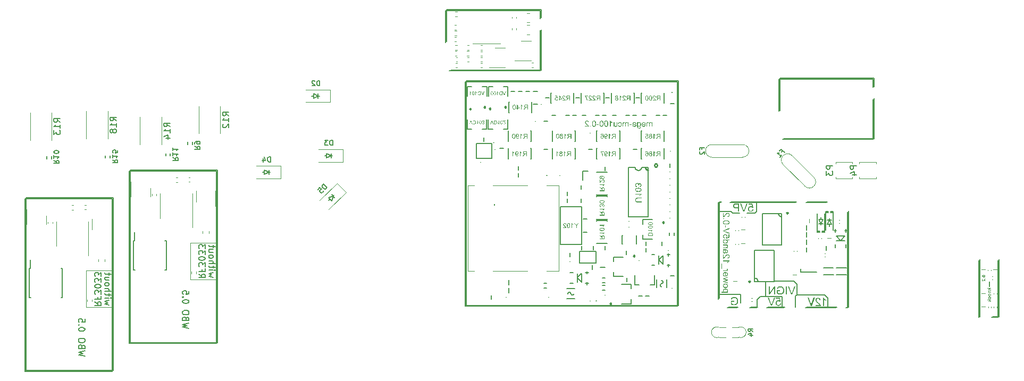
<source format=gbo>
G75*
G70*
%OFA0B0*%
%FSLAX25Y25*%
%IPPOS*%
%LPD*%
%AMOC8*
5,1,8,0,0,1.08239X$1,22.5*
%
%ADD123C,0.00984*%
%ADD216C,0.00300*%
%ADD64C,0.00787*%
%ADD67C,0.00472*%
%ADD70C,0.00500*%
%ADD71C,0.00669*%
%ADD72C,0.00591*%
%ADD74C,0.00390*%
%ADD75C,0.00800*%
%ADD76C,0.00394*%
X0000000Y0000000D02*
%LPD*%
G01*
D70*
X0471933Y0060146D02*
X0470504Y0061146D01*
X0471933Y0061860D02*
X0468933Y0061860D01*
X0468933Y0061860D02*
X0468933Y0060717D01*
X0468933Y0060717D02*
X0469076Y0060432D01*
X0469076Y0060432D02*
X0469218Y0060289D01*
X0469218Y0060289D02*
X0469504Y0060146D01*
X0469504Y0060146D02*
X0469933Y0060146D01*
X0469933Y0060146D02*
X0470218Y0060289D01*
X0470218Y0060289D02*
X0470361Y0060432D01*
X0470361Y0060432D02*
X0470504Y0060717D01*
X0470504Y0060717D02*
X0470504Y0061860D01*
X0469933Y0057574D02*
X0471933Y0057574D01*
X0468790Y0058289D02*
X0470933Y0059003D01*
X0470933Y0059003D02*
X0470933Y0057146D01*
D72*
X0521968Y0164126D02*
X0518031Y0164126D01*
X0518031Y0164126D02*
X0518031Y0162627D01*
X0518031Y0162627D02*
X0518218Y0162252D01*
X0518218Y0162252D02*
X0518406Y0162064D01*
X0518406Y0162064D02*
X0518781Y0161877D01*
X0518781Y0161877D02*
X0519343Y0161877D01*
X0519343Y0161877D02*
X0519718Y0162064D01*
X0519718Y0162064D02*
X0519906Y0162252D01*
X0519906Y0162252D02*
X0520093Y0162627D01*
X0520093Y0162627D02*
X0520093Y0164126D01*
X0518031Y0160564D02*
X0518031Y0158127D01*
X0518031Y0158127D02*
X0519531Y0159440D01*
X0519531Y0159440D02*
X0519531Y0158877D01*
X0519531Y0158877D02*
X0519718Y0158502D01*
X0519718Y0158502D02*
X0519906Y0158315D01*
X0519906Y0158315D02*
X0520280Y0158127D01*
X0520280Y0158127D02*
X0521218Y0158127D01*
X0521218Y0158127D02*
X0521593Y0158315D01*
X0521593Y0158315D02*
X0521780Y0158502D01*
X0521780Y0158502D02*
X0521968Y0158877D01*
X0521968Y0158877D02*
X0521968Y0160002D01*
X0521968Y0160002D02*
X0521780Y0160377D01*
X0521780Y0160377D02*
X0521593Y0160564D01*
X0536850Y0164126D02*
X0532913Y0164126D01*
X0532913Y0164126D02*
X0532913Y0162627D01*
X0532913Y0162627D02*
X0533100Y0162252D01*
X0533100Y0162252D02*
X0533288Y0162064D01*
X0533288Y0162064D02*
X0533663Y0161877D01*
X0533663Y0161877D02*
X0534225Y0161877D01*
X0534225Y0161877D02*
X0534600Y0162064D01*
X0534600Y0162064D02*
X0534787Y0162252D01*
X0534787Y0162252D02*
X0534975Y0162627D01*
X0534975Y0162627D02*
X0534975Y0164126D01*
X0534225Y0158502D02*
X0536850Y0158502D01*
X0532725Y0159440D02*
X0535537Y0160377D01*
X0535537Y0160377D02*
X0535537Y0157940D01*
D70*
X0439849Y0174425D02*
X0439849Y0175425D01*
X0441421Y0175425D02*
X0438421Y0175425D01*
X0438421Y0175425D02*
X0438421Y0173997D01*
X0438707Y0172997D02*
X0438564Y0172854D01*
X0438564Y0172854D02*
X0438421Y0172568D01*
X0438421Y0172568D02*
X0438421Y0171854D01*
X0438421Y0171854D02*
X0438564Y0171568D01*
X0438564Y0171568D02*
X0438707Y0171425D01*
X0438707Y0171425D02*
X0438992Y0171282D01*
X0438992Y0171282D02*
X0439278Y0171282D01*
X0439278Y0171282D02*
X0439707Y0171425D01*
X0439707Y0171425D02*
X0441421Y0173140D01*
X0441421Y0173140D02*
X0441421Y0171282D01*
X0489915Y0172818D02*
X0490623Y0173525D01*
X0491734Y0172414D02*
X0489612Y0174535D01*
X0489612Y0174535D02*
X0488602Y0173525D01*
X0488804Y0169484D02*
X0490016Y0170696D01*
X0489410Y0170090D02*
X0487289Y0172212D01*
X0487289Y0172212D02*
X0487794Y0172111D01*
X0487794Y0172111D02*
X0488198Y0172111D01*
X0488198Y0172111D02*
X0488501Y0172212D01*
D72*
X0106495Y0188555D02*
X0104621Y0189867D01*
X0106495Y0190804D02*
X0102558Y0190804D01*
X0102558Y0190804D02*
X0102558Y0189305D01*
X0102558Y0189305D02*
X0102746Y0188930D01*
X0102746Y0188930D02*
X0102933Y0188742D01*
X0102933Y0188742D02*
X0103308Y0188555D01*
X0103308Y0188555D02*
X0103871Y0188555D01*
X0103871Y0188555D02*
X0104246Y0188742D01*
X0104246Y0188742D02*
X0104433Y0188930D01*
X0104433Y0188930D02*
X0104621Y0189305D01*
X0104621Y0189305D02*
X0104621Y0190804D01*
X0106495Y0184805D02*
X0106495Y0187055D01*
X0106495Y0185930D02*
X0102558Y0185930D01*
X0102558Y0185930D02*
X0103121Y0186305D01*
X0103121Y0186305D02*
X0103496Y0186680D01*
X0103496Y0186680D02*
X0103683Y0187055D01*
X0103871Y0181431D02*
X0106495Y0181431D01*
X0102371Y0182368D02*
X0105183Y0183305D01*
X0105183Y0183305D02*
X0105183Y0180868D01*
X0143306Y0195444D02*
X0141432Y0196757D01*
X0143306Y0197694D02*
X0139369Y0197694D01*
X0139369Y0197694D02*
X0139369Y0196194D01*
X0139369Y0196194D02*
X0139557Y0195819D01*
X0139557Y0195819D02*
X0139744Y0195632D01*
X0139744Y0195632D02*
X0140119Y0195444D01*
X0140119Y0195444D02*
X0140682Y0195444D01*
X0140682Y0195444D02*
X0141057Y0195632D01*
X0141057Y0195632D02*
X0141244Y0195819D01*
X0141244Y0195819D02*
X0141432Y0196194D01*
X0141432Y0196194D02*
X0141432Y0197694D01*
X0143306Y0191695D02*
X0143306Y0193945D01*
X0143306Y0192820D02*
X0139369Y0192820D01*
X0139369Y0192820D02*
X0139932Y0193195D01*
X0139932Y0193195D02*
X0140307Y0193570D01*
X0140307Y0193570D02*
X0140494Y0193945D01*
X0139744Y0190195D02*
X0139557Y0190008D01*
X0139557Y0190008D02*
X0139369Y0189633D01*
X0139369Y0189633D02*
X0139369Y0188695D01*
X0139369Y0188695D02*
X0139557Y0188320D01*
X0139557Y0188320D02*
X0139744Y0188133D01*
X0139744Y0188133D02*
X0140119Y0187945D01*
X0140119Y0187945D02*
X0140494Y0187945D01*
X0140494Y0187945D02*
X0141057Y0188133D01*
X0141057Y0188133D02*
X0143306Y0190383D01*
X0143306Y0190383D02*
X0143306Y0187945D01*
D71*
X0070425Y0167875D02*
X0071963Y0166798D01*
X0070425Y0166030D02*
X0073654Y0166030D01*
X0073654Y0166030D02*
X0073654Y0167260D01*
X0073654Y0167260D02*
X0073500Y0167567D01*
X0073500Y0167567D02*
X0073346Y0167721D01*
X0073346Y0167721D02*
X0073039Y0167875D01*
X0073039Y0167875D02*
X0072577Y0167875D01*
X0072577Y0167875D02*
X0072270Y0167721D01*
X0072270Y0167721D02*
X0072116Y0167567D01*
X0072116Y0167567D02*
X0071963Y0167260D01*
X0071963Y0167260D02*
X0071963Y0166030D01*
X0070425Y0170949D02*
X0070425Y0169104D01*
X0070425Y0170027D02*
X0073654Y0170027D01*
X0073654Y0170027D02*
X0073192Y0169719D01*
X0073192Y0169719D02*
X0072885Y0169412D01*
X0072885Y0169412D02*
X0072731Y0169104D01*
X0073654Y0173870D02*
X0073654Y0172333D01*
X0073654Y0172333D02*
X0072116Y0172179D01*
X0072116Y0172179D02*
X0072270Y0172333D01*
X0072270Y0172333D02*
X0072424Y0172640D01*
X0072424Y0172640D02*
X0072424Y0173409D01*
X0072424Y0173409D02*
X0072270Y0173716D01*
X0072270Y0173716D02*
X0072116Y0173870D01*
X0072116Y0173870D02*
X0071809Y0174024D01*
X0071809Y0174024D02*
X0071040Y0174024D01*
X0071040Y0174024D02*
X0070733Y0173870D01*
X0070733Y0173870D02*
X0070579Y0173716D01*
X0070579Y0173716D02*
X0070425Y0173409D01*
X0070425Y0173409D02*
X0070425Y0172640D01*
X0070425Y0172640D02*
X0070579Y0172333D01*
X0070579Y0172333D02*
X0070733Y0172179D01*
X0200296Y0214289D02*
X0200296Y0217518D01*
X0200296Y0217518D02*
X0199528Y0217518D01*
X0199528Y0217518D02*
X0199066Y0217364D01*
X0199066Y0217364D02*
X0198759Y0217057D01*
X0198759Y0217057D02*
X0198605Y0216749D01*
X0198605Y0216749D02*
X0198451Y0216134D01*
X0198451Y0216134D02*
X0198451Y0215673D01*
X0198451Y0215673D02*
X0198605Y0215058D01*
X0198605Y0215058D02*
X0198759Y0214751D01*
X0198759Y0214751D02*
X0199066Y0214443D01*
X0199066Y0214443D02*
X0199528Y0214289D01*
X0199528Y0214289D02*
X0200296Y0214289D01*
X0197222Y0217210D02*
X0197068Y0217364D01*
X0197068Y0217364D02*
X0196760Y0217518D01*
X0196760Y0217518D02*
X0195992Y0217518D01*
X0195992Y0217518D02*
X0195684Y0217364D01*
X0195684Y0217364D02*
X0195531Y0217210D01*
X0195531Y0217210D02*
X0195377Y0216903D01*
X0195377Y0216903D02*
X0195377Y0216595D01*
X0195377Y0216595D02*
X0195531Y0216134D01*
X0195531Y0216134D02*
X0197375Y0214289D01*
X0197375Y0214289D02*
X0195377Y0214289D01*
X0204876Y0150268D02*
X0202594Y0152551D01*
X0202594Y0152551D02*
X0202050Y0152007D01*
X0202050Y0152007D02*
X0201833Y0151573D01*
X0201833Y0151573D02*
X0201833Y0151138D01*
X0201833Y0151138D02*
X0201941Y0150812D01*
X0201941Y0150812D02*
X0202267Y0150268D01*
X0202267Y0150268D02*
X0202594Y0149942D01*
X0202594Y0149942D02*
X0203137Y0149616D01*
X0203137Y0149616D02*
X0203463Y0149507D01*
X0203463Y0149507D02*
X0203898Y0149507D01*
X0203898Y0149507D02*
X0204333Y0149725D01*
X0204333Y0149725D02*
X0204876Y0150268D01*
X0199224Y0149181D02*
X0200311Y0150268D01*
X0200311Y0150268D02*
X0201507Y0149290D01*
X0201507Y0149290D02*
X0201289Y0149290D01*
X0201289Y0149290D02*
X0200963Y0149181D01*
X0200963Y0149181D02*
X0200420Y0148638D01*
X0200420Y0148638D02*
X0200311Y0148311D01*
X0200311Y0148311D02*
X0200311Y0148094D01*
X0200311Y0148094D02*
X0200420Y0147768D01*
X0200420Y0147768D02*
X0200963Y0147224D01*
X0200963Y0147224D02*
X0201289Y0147116D01*
X0201289Y0147116D02*
X0201507Y0147116D01*
X0201507Y0147116D02*
X0201833Y0147224D01*
X0201833Y0147224D02*
X0202376Y0147768D01*
X0202376Y0147768D02*
X0202485Y0148094D01*
X0202485Y0148094D02*
X0202485Y0148311D01*
X0122000Y0176339D02*
X0123537Y0175263D01*
X0122000Y0174494D02*
X0125228Y0174494D01*
X0125228Y0174494D02*
X0125228Y0175724D01*
X0125228Y0175724D02*
X0125075Y0176032D01*
X0125075Y0176032D02*
X0124921Y0176185D01*
X0124921Y0176185D02*
X0124613Y0176339D01*
X0124613Y0176339D02*
X0124152Y0176339D01*
X0124152Y0176339D02*
X0123845Y0176185D01*
X0123845Y0176185D02*
X0123691Y0176032D01*
X0123691Y0176032D02*
X0123537Y0175724D01*
X0123537Y0175724D02*
X0123537Y0174494D01*
X0122000Y0177876D02*
X0122000Y0178491D01*
X0122000Y0178491D02*
X0122154Y0178799D01*
X0122154Y0178799D02*
X0122307Y0178952D01*
X0122307Y0178952D02*
X0122769Y0179260D01*
X0122769Y0179260D02*
X0123384Y0179414D01*
X0123384Y0179414D02*
X0124613Y0179414D01*
X0124613Y0179414D02*
X0124921Y0179260D01*
X0124921Y0179260D02*
X0125075Y0179106D01*
X0125075Y0179106D02*
X0125228Y0178799D01*
X0125228Y0178799D02*
X0125228Y0178184D01*
X0125228Y0178184D02*
X0125075Y0177876D01*
X0125075Y0177876D02*
X0124921Y0177723D01*
X0124921Y0177723D02*
X0124613Y0177569D01*
X0124613Y0177569D02*
X0123845Y0177569D01*
X0123845Y0177569D02*
X0123537Y0177723D01*
X0123537Y0177723D02*
X0123384Y0177876D01*
X0123384Y0177876D02*
X0123230Y0178184D01*
X0123230Y0178184D02*
X0123230Y0178799D01*
X0123230Y0178799D02*
X0123384Y0179106D01*
X0123384Y0179106D02*
X0123537Y0179260D01*
X0123537Y0179260D02*
X0123845Y0179414D01*
D72*
X0072834Y0192295D02*
X0070959Y0193607D01*
X0072834Y0194545D02*
X0068897Y0194545D01*
X0068897Y0194545D02*
X0068897Y0193045D01*
X0068897Y0193045D02*
X0069084Y0192670D01*
X0069084Y0192670D02*
X0069272Y0192482D01*
X0069272Y0192482D02*
X0069647Y0192295D01*
X0069647Y0192295D02*
X0070209Y0192295D01*
X0070209Y0192295D02*
X0070584Y0192482D01*
X0070584Y0192482D02*
X0070772Y0192670D01*
X0070772Y0192670D02*
X0070959Y0193045D01*
X0070959Y0193045D02*
X0070959Y0194545D01*
X0072834Y0188545D02*
X0072834Y0190795D01*
X0072834Y0189670D02*
X0068897Y0189670D01*
X0068897Y0189670D02*
X0069459Y0190045D01*
X0069459Y0190045D02*
X0069834Y0190420D01*
X0069834Y0190420D02*
X0070022Y0190795D01*
X0070584Y0186296D02*
X0070397Y0186671D01*
X0070397Y0186671D02*
X0070209Y0186858D01*
X0070209Y0186858D02*
X0069834Y0187045D01*
X0069834Y0187045D02*
X0069647Y0187045D01*
X0069647Y0187045D02*
X0069272Y0186858D01*
X0069272Y0186858D02*
X0069084Y0186671D01*
X0069084Y0186671D02*
X0068897Y0186296D01*
X0068897Y0186296D02*
X0068897Y0185546D01*
X0068897Y0185546D02*
X0069084Y0185171D01*
X0069084Y0185171D02*
X0069272Y0184983D01*
X0069272Y0184983D02*
X0069647Y0184796D01*
X0069647Y0184796D02*
X0069834Y0184796D01*
X0069834Y0184796D02*
X0070209Y0184983D01*
X0070209Y0184983D02*
X0070397Y0185171D01*
X0070397Y0185171D02*
X0070584Y0185546D01*
X0070584Y0185546D02*
X0070584Y0186296D01*
X0070584Y0186296D02*
X0070772Y0186671D01*
X0070772Y0186671D02*
X0070959Y0186858D01*
X0070959Y0186858D02*
X0071334Y0187045D01*
X0071334Y0187045D02*
X0072084Y0187045D01*
X0072084Y0187045D02*
X0072459Y0186858D01*
X0072459Y0186858D02*
X0072646Y0186671D01*
X0072646Y0186671D02*
X0072834Y0186296D01*
X0072834Y0186296D02*
X0072834Y0185546D01*
X0072834Y0185546D02*
X0072646Y0185171D01*
X0072646Y0185171D02*
X0072459Y0184983D01*
X0072459Y0184983D02*
X0072084Y0184796D01*
X0072084Y0184796D02*
X0071334Y0184796D01*
X0071334Y0184796D02*
X0070959Y0184983D01*
X0070959Y0184983D02*
X0070772Y0185171D01*
X0070772Y0185171D02*
X0070584Y0185546D01*
D71*
X0208387Y0176888D02*
X0208387Y0180116D01*
X0208387Y0180116D02*
X0207618Y0180116D01*
X0207618Y0180116D02*
X0207157Y0179963D01*
X0207157Y0179963D02*
X0206849Y0179655D01*
X0206849Y0179655D02*
X0206696Y0179348D01*
X0206696Y0179348D02*
X0206542Y0178733D01*
X0206542Y0178733D02*
X0206542Y0178271D01*
X0206542Y0178271D02*
X0206696Y0177657D01*
X0206696Y0177657D02*
X0206849Y0177349D01*
X0206849Y0177349D02*
X0207157Y0177042D01*
X0207157Y0177042D02*
X0207618Y0176888D01*
X0207618Y0176888D02*
X0208387Y0176888D01*
X0205466Y0180116D02*
X0203467Y0180116D01*
X0203467Y0180116D02*
X0204543Y0178886D01*
X0204543Y0178886D02*
X0204082Y0178886D01*
X0204082Y0178886D02*
X0203775Y0178733D01*
X0203775Y0178733D02*
X0203621Y0178579D01*
X0203621Y0178579D02*
X0203467Y0178271D01*
X0203467Y0178271D02*
X0203467Y0177503D01*
X0203467Y0177503D02*
X0203621Y0177195D01*
X0203621Y0177195D02*
X0203775Y0177042D01*
X0203775Y0177042D02*
X0204082Y0176888D01*
X0204082Y0176888D02*
X0205005Y0176888D01*
X0205005Y0176888D02*
X0205312Y0177042D01*
X0205312Y0177042D02*
X0205466Y0177195D01*
X0169391Y0166455D02*
X0169391Y0169683D01*
X0169391Y0169683D02*
X0168622Y0169683D01*
X0168622Y0169683D02*
X0168161Y0169529D01*
X0168161Y0169529D02*
X0167853Y0169222D01*
X0167853Y0169222D02*
X0167700Y0168915D01*
X0167700Y0168915D02*
X0167546Y0168300D01*
X0167546Y0168300D02*
X0167546Y0167838D01*
X0167546Y0167838D02*
X0167700Y0167223D01*
X0167700Y0167223D02*
X0167853Y0166916D01*
X0167853Y0166916D02*
X0168161Y0166609D01*
X0168161Y0166609D02*
X0168622Y0166455D01*
X0168622Y0166455D02*
X0169391Y0166455D01*
X0164779Y0168607D02*
X0164779Y0166455D01*
X0165547Y0169837D02*
X0166316Y0167531D01*
X0166316Y0167531D02*
X0164318Y0167531D01*
X0033614Y0167481D02*
X0035152Y0166405D01*
X0033614Y0165636D02*
X0036843Y0165636D01*
X0036843Y0165636D02*
X0036843Y0166866D01*
X0036843Y0166866D02*
X0036689Y0167173D01*
X0036689Y0167173D02*
X0036535Y0167327D01*
X0036535Y0167327D02*
X0036228Y0167481D01*
X0036228Y0167481D02*
X0035766Y0167481D01*
X0035766Y0167481D02*
X0035459Y0167327D01*
X0035459Y0167327D02*
X0035305Y0167173D01*
X0035305Y0167173D02*
X0035152Y0166866D01*
X0035152Y0166866D02*
X0035152Y0165636D01*
X0033614Y0170555D02*
X0033614Y0168711D01*
X0033614Y0169633D02*
X0036843Y0169633D01*
X0036843Y0169633D02*
X0036381Y0169326D01*
X0036381Y0169326D02*
X0036074Y0169018D01*
X0036074Y0169018D02*
X0035920Y0168711D01*
X0036843Y0172554D02*
X0036843Y0172861D01*
X0036843Y0172861D02*
X0036689Y0173169D01*
X0036689Y0173169D02*
X0036535Y0173323D01*
X0036535Y0173323D02*
X0036228Y0173476D01*
X0036228Y0173476D02*
X0035613Y0173630D01*
X0035613Y0173630D02*
X0034844Y0173630D01*
X0034844Y0173630D02*
X0034229Y0173476D01*
X0034229Y0173476D02*
X0033922Y0173323D01*
X0033922Y0173323D02*
X0033768Y0173169D01*
X0033768Y0173169D02*
X0033614Y0172861D01*
X0033614Y0172861D02*
X0033614Y0172554D01*
X0033614Y0172554D02*
X0033768Y0172246D01*
X0033768Y0172246D02*
X0033922Y0172093D01*
X0033922Y0172093D02*
X0034229Y0171939D01*
X0034229Y0171939D02*
X0034844Y0171785D01*
X0034844Y0171785D02*
X0035613Y0171785D01*
X0035613Y0171785D02*
X0036228Y0171939D01*
X0036228Y0171939D02*
X0036535Y0172093D01*
X0036535Y0172093D02*
X0036689Y0172246D01*
X0036689Y0172246D02*
X0036843Y0172554D01*
D72*
X0037598Y0191311D02*
X0035723Y0192623D01*
X0037598Y0193560D02*
X0033661Y0193560D01*
X0033661Y0193560D02*
X0033661Y0192060D01*
X0033661Y0192060D02*
X0033848Y0191686D01*
X0033848Y0191686D02*
X0034036Y0191498D01*
X0034036Y0191498D02*
X0034411Y0191311D01*
X0034411Y0191311D02*
X0034973Y0191311D01*
X0034973Y0191311D02*
X0035348Y0191498D01*
X0035348Y0191498D02*
X0035535Y0191686D01*
X0035535Y0191686D02*
X0035723Y0192060D01*
X0035723Y0192060D02*
X0035723Y0193560D01*
X0037598Y0187561D02*
X0037598Y0189811D01*
X0037598Y0188686D02*
X0033661Y0188686D01*
X0033661Y0188686D02*
X0034223Y0189061D01*
X0034223Y0189061D02*
X0034598Y0189436D01*
X0034598Y0189436D02*
X0034786Y0189811D01*
X0033661Y0186249D02*
X0033661Y0183812D01*
X0033661Y0183812D02*
X0035160Y0185124D01*
X0035160Y0185124D02*
X0035160Y0184561D01*
X0035160Y0184561D02*
X0035348Y0184186D01*
X0035348Y0184186D02*
X0035535Y0183999D01*
X0035535Y0183999D02*
X0035910Y0183812D01*
X0035910Y0183812D02*
X0036848Y0183812D01*
X0036848Y0183812D02*
X0037223Y0183999D01*
X0037223Y0183999D02*
X0037410Y0184186D01*
X0037410Y0184186D02*
X0037598Y0184561D01*
X0037598Y0184561D02*
X0037598Y0185686D01*
X0037598Y0185686D02*
X0037410Y0186061D01*
X0037410Y0186061D02*
X0037223Y0186249D01*
D71*
X0108221Y0169252D02*
X0109758Y0168176D01*
X0108221Y0167408D02*
X0111449Y0167408D01*
X0111449Y0167408D02*
X0111449Y0168638D01*
X0111449Y0168638D02*
X0111295Y0168945D01*
X0111295Y0168945D02*
X0111141Y0169099D01*
X0111141Y0169099D02*
X0110834Y0169252D01*
X0110834Y0169252D02*
X0110373Y0169252D01*
X0110373Y0169252D02*
X0110065Y0169099D01*
X0110065Y0169099D02*
X0109912Y0168945D01*
X0109912Y0168945D02*
X0109758Y0168638D01*
X0109758Y0168638D02*
X0109758Y0167408D01*
X0108221Y0172327D02*
X0108221Y0170482D01*
X0108221Y0171405D02*
X0111449Y0171405D01*
X0111449Y0171405D02*
X0110988Y0171097D01*
X0110988Y0171097D02*
X0110680Y0170790D01*
X0110680Y0170790D02*
X0110526Y0170482D01*
X0108221Y0175402D02*
X0108221Y0173557D01*
X0108221Y0174479D02*
X0111449Y0174479D01*
X0111449Y0174479D02*
X0110988Y0174172D01*
X0110988Y0174172D02*
X0110680Y0173864D01*
X0110680Y0173864D02*
X0110526Y0173557D01*
D74*
X0462791Y0062795D02*
X0458791Y0062795D01*
X0458791Y0056496D02*
X0462791Y0056496D01*
X0454791Y0062795D02*
X0450791Y0062795D01*
X0450791Y0056496D02*
X0454791Y0056496D01*
D67*
X0462992Y0056496D02*
G75*
G03*
X0463008Y0062802I0001299J0003150D01*
G01*
X0450557Y0062809D02*
G75*
G03*
X0450591Y0056496I-001265J-003163D01*
G01*
D64*
X0613386Y0068996D02*
X0613386Y0104823D01*
X0625591Y0068996D02*
X0621654Y0068996D01*
X0625591Y0068996D02*
X0625591Y0104823D01*
X0338386Y0223721D02*
X0338386Y0248917D01*
X0338386Y0261516D02*
X0338386Y0256398D01*
X0338386Y0261516D02*
X0279331Y0261516D01*
X0281693Y0223721D02*
X0338386Y0223721D01*
X0279331Y0261516D02*
X0279331Y0241437D01*
X0070276Y0035138D02*
X0015551Y0035138D01*
X0015551Y0035138D02*
X0015551Y0143406D01*
X0015551Y0143406D02*
X0070276Y0143406D01*
X0070276Y0143406D02*
X0070276Y0035138D01*
X0505315Y0141043D02*
X0517913Y0141043D01*
X0457677Y0141043D02*
X0498622Y0141043D01*
X0450197Y0141043D02*
X0451378Y0141043D01*
X0450197Y0141043D02*
X0450197Y0080414D01*
X0531299Y0135138D02*
X0531299Y0074902D01*
X0504921Y0074902D02*
X0523819Y0074902D01*
X0480512Y0074902D02*
X0491142Y0074902D01*
X0469882Y0074902D02*
X0474213Y0074902D01*
X0455905Y0074902D02*
X0462008Y0074902D01*
X0530118Y0074902D02*
X0531299Y0074902D01*
X0547244Y0180610D02*
X0547244Y0205807D01*
X0547244Y0218406D02*
X0547244Y0213288D01*
X0547244Y0218406D02*
X0488189Y0218406D01*
X0490551Y0180610D02*
X0547244Y0180610D01*
X0488189Y0218406D02*
X0488189Y0198327D01*
D67*
X0534272Y0155984D02*
X0523799Y0155984D01*
X0523799Y0157144D02*
X0523799Y0155984D01*
X0534272Y0157188D02*
X0534272Y0155984D01*
X0523799Y0165254D02*
X0523799Y0166457D01*
X0534272Y0165298D02*
X0534272Y0166457D01*
X0523799Y0166457D02*
X0534272Y0166457D01*
X0549154Y0155984D02*
X0538681Y0155984D01*
X0538681Y0157144D02*
X0538681Y0155984D01*
X0549154Y0157188D02*
X0549154Y0155984D01*
X0538681Y0165254D02*
X0538681Y0166457D01*
X0549154Y0165298D02*
X0549154Y0166457D01*
X0538681Y0166457D02*
X0549154Y0166457D01*
X0465256Y0177362D02*
X0446161Y0177362D01*
X0465256Y0169488D02*
X0446161Y0169488D01*
X0446161Y0177362D02*
G75*
G03*
X0446161Y0169488I0000000J-003937D01*
G01*
X0465453Y0169488D02*
G75*
G03*
X0465453Y0177362I0000000J0003937D01*
G01*
D64*
X0424606Y0075886D02*
X0291535Y0075886D01*
X0424606Y0216831D02*
X0424606Y0075886D01*
X0424606Y0216831D02*
X0291535Y0216831D01*
X0291535Y0216831D02*
X0291535Y0075886D01*
D67*
X0509957Y0156929D02*
X0496455Y0170431D01*
X0504390Y0151362D02*
X0490888Y0164864D01*
X0496455Y0170431D02*
G75*
G03*
X0490888Y0164864I-002784J-002784D01*
G01*
X0504529Y0151222D02*
G75*
G03*
X0510097Y0156790I0002784J0002784D01*
G01*
D64*
X0135531Y0052559D02*
X0080807Y0052559D01*
X0080807Y0052559D02*
X0080807Y0160827D01*
X0080807Y0160827D02*
X0135531Y0160827D01*
X0135531Y0160827D02*
X0135531Y0052559D01*
D67*
X0087657Y0177453D02*
X0087657Y0194595D01*
X0101122Y0177453D02*
X0101122Y0194595D01*
X0124468Y0184342D02*
X0124468Y0201485D01*
X0137933Y0184342D02*
X0137933Y0201485D01*
D75*
X0065961Y0168894D02*
X0065961Y0170468D01*
X0068898Y0168898D02*
X0068898Y0170473D01*
D67*
X0206772Y0203937D02*
X0191417Y0203937D01*
X0206772Y0211811D02*
X0206772Y0203937D01*
X0206772Y0211811D02*
X0191417Y0211811D01*
D71*
X0200079Y0207874D02*
X0199291Y0207874D01*
X0199291Y0206496D02*
X0199291Y0209252D01*
X0199291Y0207874D02*
X0196535Y0206496D01*
X0199291Y0207874D02*
X0196535Y0209252D01*
X0196535Y0206496D02*
X0196535Y0209252D01*
X0196535Y0207874D02*
X0195354Y0207874D01*
D67*
X0216775Y0147527D02*
X0205918Y0136670D01*
X0211208Y0153094D02*
X0216775Y0147527D01*
X0211208Y0153094D02*
X0200351Y0142237D01*
D71*
X0209259Y0145578D02*
X0208702Y0145021D01*
X0209677Y0144047D02*
X0207728Y0145996D01*
X0208702Y0145021D02*
X0207728Y0142098D01*
X0208702Y0145021D02*
X0205779Y0144047D01*
X0207728Y0142098D02*
X0205779Y0144047D01*
X0206753Y0143072D02*
X0205918Y0142237D01*
D75*
X0117536Y0177358D02*
X0117536Y0178933D01*
X0120472Y0177362D02*
X0120472Y0178937D01*
D67*
X0053996Y0181193D02*
X0053996Y0198335D01*
X0067461Y0181193D02*
X0067461Y0198335D01*
X0214862Y0166536D02*
X0199508Y0166536D01*
X0214862Y0174410D02*
X0214862Y0166536D01*
X0214862Y0174410D02*
X0199508Y0174410D01*
D71*
X0208169Y0170473D02*
X0207382Y0170473D01*
X0207382Y0169095D02*
X0207382Y0171851D01*
X0207382Y0170473D02*
X0204626Y0169095D01*
X0207382Y0170473D02*
X0204626Y0171851D01*
X0204626Y0169095D02*
X0204626Y0171851D01*
X0204626Y0170473D02*
X0203445Y0170473D01*
D67*
X0175866Y0156102D02*
X0160512Y0156102D01*
X0175866Y0163977D02*
X0175866Y0156102D01*
X0175866Y0163977D02*
X0160512Y0163977D01*
D71*
X0169173Y0160039D02*
X0168386Y0160039D01*
X0168386Y0158662D02*
X0168386Y0161417D01*
X0168386Y0160039D02*
X0165630Y0158662D01*
X0168386Y0160039D02*
X0165630Y0161417D01*
X0165630Y0158662D02*
X0165630Y0161417D01*
X0165630Y0160039D02*
X0164449Y0160039D01*
D75*
X0029150Y0168500D02*
X0029150Y0170075D01*
X0032087Y0168504D02*
X0032087Y0170079D01*
D67*
X0018760Y0180209D02*
X0018760Y0197351D01*
X0032224Y0180209D02*
X0032224Y0197351D01*
D75*
X0103757Y0170272D02*
X0103756Y0171846D01*
X0106693Y0170276D02*
X0106693Y0171851D01*
X0450492Y0141929D02*
G01*
G75*
G36*
X0462691Y0079015D02*
X0462686Y0078879D01*
X0462669Y0078753D01*
X0462648Y0078628D01*
X0462626Y0078513D01*
X0462598Y0078398D01*
X0462571Y0078295D01*
X0462544Y0078202D01*
X0462517Y0078114D01*
X0462489Y0078038D01*
X0462462Y0077972D01*
X0462440Y0077912D01*
X0462418Y0077869D01*
X0462402Y0077836D01*
X0462396Y0077814D01*
X0462391Y0077809D01*
X0462331Y0077699D01*
X0462260Y0077596D01*
X0462189Y0077503D01*
X0462118Y0077410D01*
X0462041Y0077328D01*
X0461965Y0077257D01*
X0461889Y0077186D01*
X0461818Y0077126D01*
X0461747Y0077071D01*
X0461681Y0077022D01*
X0461621Y0076984D01*
X0461572Y0076951D01*
X0461534Y0076924D01*
X0461501Y0076908D01*
X0461479Y0076897D01*
X0461474Y0076891D01*
X0461359Y0076837D01*
X0461239Y0076788D01*
X0461124Y0076744D01*
X0461010Y0076711D01*
X0460889Y0076678D01*
X0460780Y0076651D01*
X0460671Y0076629D01*
X0460573Y0076613D01*
X0460480Y0076602D01*
X0460393Y0076591D01*
X0460316Y0076586D01*
X0460251Y0076580D01*
X0460196Y0076575D01*
X0460125Y0076575D01*
X0459923Y0076586D01*
X0459726Y0076607D01*
X0459546Y0076635D01*
X0459464Y0076657D01*
X0459382Y0076673D01*
X0459312Y0076689D01*
X0459252Y0076711D01*
X0459191Y0076728D01*
X0459148Y0076738D01*
X0459104Y0076755D01*
X0459077Y0076760D01*
X0459060Y0076771D01*
X0459055Y0076771D01*
X0458858Y0076853D01*
X0458673Y0076946D01*
X0458503Y0077044D01*
X0458422Y0077093D01*
X0458351Y0077137D01*
X0458285Y0077181D01*
X0458225Y0077224D01*
X0458170Y0077257D01*
X0458127Y0077290D01*
X0458089Y0077317D01*
X0458061Y0077339D01*
X0458045Y0077350D01*
X0458039Y0077355D01*
X0458039Y0079228D01*
X0460174Y0079228D01*
X0460174Y0078633D01*
X0458694Y0078633D01*
X0458694Y0077689D01*
X0458782Y0077618D01*
X0458880Y0077557D01*
X0458984Y0077497D01*
X0459088Y0077443D01*
X0459180Y0077399D01*
X0459219Y0077377D01*
X0459252Y0077361D01*
X0459284Y0077350D01*
X0459306Y0077339D01*
X0459317Y0077334D01*
X0459322Y0077334D01*
X0459475Y0077279D01*
X0459628Y0077241D01*
X0459770Y0077208D01*
X0459896Y0077192D01*
X0459956Y0077186D01*
X0460005Y0077181D01*
X0460049Y0077175D01*
X0460087Y0077175D01*
X0460120Y0077170D01*
X0460163Y0077170D01*
X0460349Y0077181D01*
X0460524Y0077203D01*
X0460682Y0077241D01*
X0460758Y0077257D01*
X0460824Y0077279D01*
X0460884Y0077301D01*
X0460939Y0077317D01*
X0460988Y0077339D01*
X0461031Y0077355D01*
X0461064Y0077366D01*
X0461086Y0077377D01*
X0461102Y0077388D01*
X0461108Y0077388D01*
X0461190Y0077432D01*
X0461266Y0077481D01*
X0461397Y0077585D01*
X0461512Y0077699D01*
X0461610Y0077809D01*
X0461681Y0077907D01*
X0461714Y0077951D01*
X0461736Y0077983D01*
X0461758Y0078016D01*
X0461768Y0078038D01*
X0461774Y0078054D01*
X0461779Y0078060D01*
X0461856Y0078240D01*
X0461910Y0078431D01*
X0461954Y0078617D01*
X0461982Y0078797D01*
X0461987Y0078879D01*
X0461998Y0078955D01*
X0462003Y0079021D01*
X0462003Y0079081D01*
X0462009Y0079124D01*
X0462009Y0079163D01*
X0462009Y0079185D01*
X0462009Y0079190D01*
X0461998Y0079392D01*
X0461976Y0079583D01*
X0461949Y0079752D01*
X0461932Y0079834D01*
X0461910Y0079905D01*
X0461894Y0079971D01*
X0461878Y0080031D01*
X0461861Y0080080D01*
X0461845Y0080124D01*
X0461834Y0080162D01*
X0461823Y0080184D01*
X0461818Y0080200D01*
X0461818Y0080206D01*
X0461774Y0080304D01*
X0461725Y0080397D01*
X0461670Y0080484D01*
X0461621Y0080555D01*
X0461577Y0080615D01*
X0461539Y0080664D01*
X0461517Y0080691D01*
X0461506Y0080702D01*
X0461424Y0080784D01*
X0461332Y0080855D01*
X0461244Y0080921D01*
X0461157Y0080975D01*
X0461081Y0081019D01*
X0461020Y0081046D01*
X0460999Y0081057D01*
X0460982Y0081068D01*
X0460971Y0081074D01*
X0460966Y0081074D01*
X0460835Y0081123D01*
X0460704Y0081156D01*
X0460567Y0081183D01*
X0460447Y0081199D01*
X0460387Y0081205D01*
X0460338Y0081210D01*
X0460289Y0081210D01*
X0460251Y0081216D01*
X0460174Y0081216D01*
X0460038Y0081210D01*
X0459907Y0081194D01*
X0459792Y0081172D01*
X0459688Y0081150D01*
X0459606Y0081123D01*
X0459568Y0081112D01*
X0459541Y0081101D01*
X0459519Y0081090D01*
X0459503Y0081085D01*
X0459492Y0081079D01*
X0459486Y0081079D01*
X0459377Y0081025D01*
X0459279Y0080970D01*
X0459197Y0080910D01*
X0459126Y0080855D01*
X0459077Y0080801D01*
X0459038Y0080762D01*
X0459011Y0080735D01*
X0459006Y0080724D01*
X0458946Y0080637D01*
X0458891Y0080539D01*
X0458842Y0080440D01*
X0458798Y0080342D01*
X0458766Y0080255D01*
X0458755Y0080217D01*
X0458744Y0080189D01*
X0458733Y0080162D01*
X0458727Y0080140D01*
X0458722Y0080129D01*
X0458722Y0080124D01*
X0458116Y0080287D01*
X0458170Y0080468D01*
X0458230Y0080631D01*
X0458263Y0080702D01*
X0458296Y0080773D01*
X0458323Y0080834D01*
X0458356Y0080888D01*
X0458383Y0080943D01*
X0458411Y0080986D01*
X0458438Y0081025D01*
X0458454Y0081057D01*
X0458476Y0081079D01*
X0458487Y0081095D01*
X0458492Y0081107D01*
X0458498Y0081112D01*
X0458602Y0081227D01*
X0458711Y0081325D01*
X0458826Y0081407D01*
X0458940Y0081478D01*
X0459038Y0081532D01*
X0459082Y0081554D01*
X0459120Y0081571D01*
X0459148Y0081587D01*
X0459170Y0081598D01*
X0459186Y0081603D01*
X0459191Y0081603D01*
X0459361Y0081663D01*
X0459530Y0081707D01*
X0459699Y0081740D01*
X0459852Y0081762D01*
X0459923Y0081767D01*
X0459983Y0081773D01*
X0460038Y0081778D01*
X0460087Y0081784D01*
X0460180Y0081784D01*
X0460316Y0081778D01*
X0460453Y0081773D01*
X0460584Y0081756D01*
X0460704Y0081734D01*
X0460824Y0081713D01*
X0460933Y0081685D01*
X0461037Y0081658D01*
X0461130Y0081631D01*
X0461212Y0081598D01*
X0461288Y0081571D01*
X0461354Y0081543D01*
X0461408Y0081521D01*
X0461452Y0081500D01*
X0461485Y0081483D01*
X0461506Y0081478D01*
X0461512Y0081472D01*
X0461616Y0081412D01*
X0461714Y0081341D01*
X0461807Y0081270D01*
X0461889Y0081194D01*
X0461971Y0081112D01*
X0462041Y0081036D01*
X0462107Y0080959D01*
X0462167Y0080883D01*
X0462216Y0080806D01*
X0462265Y0080741D01*
X0462304Y0080681D01*
X0462336Y0080626D01*
X0462358Y0080582D01*
X0462375Y0080550D01*
X0462385Y0080528D01*
X0462391Y0080522D01*
X0462446Y0080402D01*
X0462489Y0080282D01*
X0462533Y0080162D01*
X0462566Y0080042D01*
X0462620Y0079813D01*
X0462642Y0079703D01*
X0462659Y0079599D01*
X0462669Y0079507D01*
X0462680Y0079419D01*
X0462686Y0079343D01*
X0462691Y0079277D01*
X0462697Y0079223D01*
X0462697Y0079185D01*
X0462697Y0079163D01*
X0462697Y0079152D01*
X0462691Y0079015D01*
D02*
G37*
G36*
X0489452Y0077469D02*
X0489430Y0077355D01*
X0489403Y0077251D01*
X0489365Y0077153D01*
X0489326Y0077065D01*
X0489288Y0076978D01*
X0489244Y0076902D01*
X0489201Y0076836D01*
X0489157Y0076771D01*
X0489119Y0076716D01*
X0489081Y0076672D01*
X0489042Y0076634D01*
X0489015Y0076601D01*
X0488993Y0076579D01*
X0488982Y0076569D01*
X0488977Y0076563D01*
X0488890Y0076498D01*
X0488802Y0076438D01*
X0488709Y0076389D01*
X0488617Y0076345D01*
X0488524Y0076306D01*
X0488431Y0076274D01*
X0488338Y0076246D01*
X0488251Y0076230D01*
X0488169Y0076214D01*
X0488092Y0076203D01*
X0488027Y0076192D01*
X0487967Y0076186D01*
X0487918Y0076181D01*
X0487852Y0076181D01*
X0487699Y0076186D01*
X0487557Y0076208D01*
X0487421Y0076236D01*
X0487295Y0076279D01*
X0487175Y0076323D01*
X0487066Y0076372D01*
X0486968Y0076432D01*
X0486880Y0076487D01*
X0486798Y0076541D01*
X0486727Y0076601D01*
X0486667Y0076650D01*
X0486618Y0076700D01*
X0486580Y0076738D01*
X0486553Y0076765D01*
X0486536Y0076787D01*
X0486531Y0076793D01*
X0486460Y0076885D01*
X0486400Y0076984D01*
X0486345Y0077087D01*
X0486302Y0077186D01*
X0486263Y0077284D01*
X0486231Y0077382D01*
X0486203Y0077480D01*
X0486181Y0077568D01*
X0486165Y0077655D01*
X0486154Y0077732D01*
X0486143Y0077797D01*
X0486138Y0077857D01*
X0486132Y0077906D01*
X0486132Y0077939D01*
X0486132Y0077966D01*
X0486132Y0077972D01*
X0486138Y0078103D01*
X0486154Y0078229D01*
X0486176Y0078349D01*
X0486203Y0078458D01*
X0486236Y0078567D01*
X0486280Y0078660D01*
X0486318Y0078753D01*
X0486362Y0078834D01*
X0486405Y0078905D01*
X0486444Y0078966D01*
X0486482Y0079026D01*
X0486520Y0079069D01*
X0486547Y0079102D01*
X0486569Y0079129D01*
X0486586Y0079146D01*
X0486591Y0079151D01*
X0486678Y0079233D01*
X0486771Y0079304D01*
X0486864Y0079364D01*
X0486957Y0079419D01*
X0487050Y0079462D01*
X0487142Y0079501D01*
X0487230Y0079528D01*
X0487317Y0079555D01*
X0487394Y0079572D01*
X0487470Y0079588D01*
X0487535Y0079594D01*
X0487590Y0079604D01*
X0487634Y0079604D01*
X0487672Y0079610D01*
X0487699Y0079610D01*
X0487792Y0079604D01*
X0487885Y0079599D01*
X0487972Y0079582D01*
X0488060Y0079561D01*
X0488218Y0079512D01*
X0488294Y0079479D01*
X0488360Y0079452D01*
X0488425Y0079424D01*
X0488480Y0079392D01*
X0488529Y0079364D01*
X0488573Y0079342D01*
X0488606Y0079321D01*
X0488627Y0079310D01*
X0488644Y0079299D01*
X0488649Y0079293D01*
X0488382Y0080647D01*
X0486367Y0080647D01*
X0486367Y0081237D01*
X0488873Y0081237D01*
X0489359Y0078649D01*
X0488780Y0078567D01*
X0488726Y0078643D01*
X0488666Y0078714D01*
X0488600Y0078774D01*
X0488546Y0078829D01*
X0488491Y0078867D01*
X0488447Y0078900D01*
X0488420Y0078916D01*
X0488409Y0078922D01*
X0488316Y0078971D01*
X0488224Y0079004D01*
X0488131Y0079031D01*
X0488043Y0079048D01*
X0487972Y0079058D01*
X0487912Y0079064D01*
X0487863Y0079064D01*
X0487776Y0079058D01*
X0487694Y0079053D01*
X0487612Y0079037D01*
X0487541Y0079015D01*
X0487405Y0078966D01*
X0487350Y0078938D01*
X0487295Y0078911D01*
X0487246Y0078878D01*
X0487208Y0078851D01*
X0487170Y0078824D01*
X0487142Y0078802D01*
X0487121Y0078780D01*
X0487099Y0078764D01*
X0487093Y0078758D01*
X0487088Y0078753D01*
X0487033Y0078693D01*
X0486990Y0078627D01*
X0486946Y0078562D01*
X0486913Y0078496D01*
X0486859Y0078354D01*
X0486826Y0078223D01*
X0486815Y0078158D01*
X0486804Y0078103D01*
X0486798Y0078048D01*
X0486793Y0078005D01*
X0486788Y0077966D01*
X0486788Y0077939D01*
X0486788Y0077923D01*
X0486788Y0077917D01*
X0486793Y0077813D01*
X0486798Y0077721D01*
X0486815Y0077628D01*
X0486837Y0077540D01*
X0486859Y0077464D01*
X0486886Y0077388D01*
X0486913Y0077322D01*
X0486940Y0077262D01*
X0486973Y0077207D01*
X0487001Y0077158D01*
X0487028Y0077120D01*
X0487050Y0077082D01*
X0487071Y0077055D01*
X0487088Y0077038D01*
X0487093Y0077027D01*
X0487099Y0077022D01*
X0487159Y0076962D01*
X0487219Y0076913D01*
X0487279Y0076869D01*
X0487344Y0076831D01*
X0487410Y0076798D01*
X0487470Y0076771D01*
X0487590Y0076732D01*
X0487694Y0076705D01*
X0487738Y0076700D01*
X0487776Y0076694D01*
X0487809Y0076689D01*
X0487852Y0076689D01*
X0487923Y0076694D01*
X0487989Y0076700D01*
X0488109Y0076727D01*
X0488218Y0076765D01*
X0488311Y0076809D01*
X0488387Y0076847D01*
X0488442Y0076885D01*
X0488464Y0076902D01*
X0488480Y0076913D01*
X0488486Y0076924D01*
X0488491Y0076924D01*
X0488535Y0076973D01*
X0488578Y0077022D01*
X0488649Y0077131D01*
X0488709Y0077251D01*
X0488753Y0077366D01*
X0488780Y0077469D01*
X0488797Y0077519D01*
X0488802Y0077557D01*
X0488808Y0077590D01*
X0488813Y0077611D01*
X0488819Y0077628D01*
X0488819Y0077633D01*
X0489468Y0077584D01*
X0489452Y0077469D01*
D02*
G37*
G36*
X0483866Y0076263D02*
X0483178Y0076263D01*
X0481213Y0081302D01*
X0481890Y0081302D01*
X0483249Y0077639D01*
X0483304Y0077486D01*
X0483359Y0077338D01*
X0483408Y0077197D01*
X0483446Y0077071D01*
X0483462Y0077016D01*
X0483479Y0076967D01*
X0483490Y0076924D01*
X0483501Y0076885D01*
X0483512Y0076858D01*
X0483517Y0076831D01*
X0483522Y0076820D01*
X0483522Y0076814D01*
X0483566Y0076962D01*
X0483610Y0077109D01*
X0483654Y0077246D01*
X0483692Y0077371D01*
X0483714Y0077431D01*
X0483730Y0077480D01*
X0483746Y0077524D01*
X0483757Y0077562D01*
X0483768Y0077595D01*
X0483779Y0077617D01*
X0483784Y0077633D01*
X0483784Y0077639D01*
X0485095Y0081302D01*
X0485821Y0081302D01*
X0483866Y0076263D01*
D02*
G37*
G36*
X0517706Y0079419D02*
X0517591Y0079468D01*
X0517482Y0079523D01*
X0517383Y0079572D01*
X0517296Y0079621D01*
X0517258Y0079637D01*
X0517225Y0079659D01*
X0517198Y0079670D01*
X0517181Y0079681D01*
X0517171Y0079692D01*
X0517165Y0079692D01*
X0517034Y0079774D01*
X0516919Y0079850D01*
X0516816Y0079921D01*
X0516734Y0079987D01*
X0516663Y0080041D01*
X0516614Y0080079D01*
X0516586Y0080107D01*
X0516575Y0080118D01*
X0516575Y0076181D01*
X0515958Y0076181D01*
X0515958Y0081237D01*
X0516357Y0081237D01*
X0516428Y0081111D01*
X0516510Y0080991D01*
X0516603Y0080877D01*
X0516695Y0080778D01*
X0516777Y0080686D01*
X0516816Y0080653D01*
X0516843Y0080620D01*
X0516870Y0080593D01*
X0516892Y0080576D01*
X0516903Y0080565D01*
X0516909Y0080560D01*
X0517056Y0080434D01*
X0517214Y0080325D01*
X0517367Y0080221D01*
X0517509Y0080134D01*
X0517569Y0080101D01*
X0517629Y0080068D01*
X0517684Y0080036D01*
X0517727Y0080014D01*
X0517766Y0079997D01*
X0517793Y0079981D01*
X0517809Y0079976D01*
X0517815Y0079970D01*
X0517815Y0079375D01*
X0517706Y0079419D01*
D02*
G37*
G36*
X0511121Y0076181D02*
X0511121Y0076776D01*
X0513605Y0076776D01*
X0513518Y0076896D01*
X0513474Y0076951D01*
X0513430Y0077000D01*
X0513392Y0077044D01*
X0513365Y0077076D01*
X0513343Y0077098D01*
X0513338Y0077104D01*
X0513305Y0077136D01*
X0513261Y0077180D01*
X0513212Y0077224D01*
X0513157Y0077273D01*
X0513043Y0077382D01*
X0512923Y0077486D01*
X0512808Y0077584D01*
X0512759Y0077628D01*
X0512710Y0077666D01*
X0512677Y0077699D01*
X0512644Y0077721D01*
X0512628Y0077737D01*
X0512622Y0077742D01*
X0512502Y0077846D01*
X0512388Y0077945D01*
X0512284Y0078032D01*
X0512191Y0078119D01*
X0512104Y0078196D01*
X0512027Y0078272D01*
X0511956Y0078338D01*
X0511891Y0078398D01*
X0511836Y0078447D01*
X0511792Y0078496D01*
X0511754Y0078534D01*
X0511721Y0078567D01*
X0511700Y0078594D01*
X0511678Y0078611D01*
X0511672Y0078622D01*
X0511667Y0078627D01*
X0511563Y0078747D01*
X0511481Y0078856D01*
X0511410Y0078960D01*
X0511350Y0079053D01*
X0511306Y0079129D01*
X0511274Y0079189D01*
X0511263Y0079211D01*
X0511257Y0079228D01*
X0511252Y0079233D01*
X0511252Y0079239D01*
X0511208Y0079348D01*
X0511181Y0079457D01*
X0511159Y0079555D01*
X0511143Y0079648D01*
X0511132Y0079725D01*
X0511126Y0079785D01*
X0511126Y0079806D01*
X0511126Y0079823D01*
X0511126Y0079828D01*
X0511126Y0079834D01*
X0511132Y0079943D01*
X0511143Y0080047D01*
X0511165Y0080145D01*
X0511192Y0080243D01*
X0511225Y0080331D01*
X0511263Y0080413D01*
X0511301Y0080489D01*
X0511339Y0080554D01*
X0511378Y0080620D01*
X0511416Y0080675D01*
X0511454Y0080724D01*
X0511487Y0080762D01*
X0511514Y0080789D01*
X0511536Y0080817D01*
X0511547Y0080827D01*
X0511552Y0080833D01*
X0511634Y0080904D01*
X0511721Y0080964D01*
X0511814Y0081019D01*
X0511913Y0081068D01*
X0512005Y0081106D01*
X0512104Y0081139D01*
X0512196Y0081166D01*
X0512289Y0081188D01*
X0512371Y0081204D01*
X0512453Y0081215D01*
X0512524Y0081226D01*
X0512584Y0081231D01*
X0512633Y0081237D01*
X0512704Y0081237D01*
X0512835Y0081231D01*
X0512961Y0081221D01*
X0513076Y0081204D01*
X0513185Y0081177D01*
X0513288Y0081150D01*
X0513381Y0081117D01*
X0513469Y0081084D01*
X0513545Y0081051D01*
X0513616Y0081013D01*
X0513676Y0080980D01*
X0513731Y0080948D01*
X0513774Y0080920D01*
X0513807Y0080893D01*
X0513829Y0080877D01*
X0513845Y0080866D01*
X0513851Y0080860D01*
X0513927Y0080789D01*
X0513993Y0080707D01*
X0514053Y0080625D01*
X0514108Y0080533D01*
X0514151Y0080445D01*
X0514195Y0080358D01*
X0514228Y0080265D01*
X0514255Y0080183D01*
X0514282Y0080101D01*
X0514299Y0080025D01*
X0514315Y0079954D01*
X0514326Y0079894D01*
X0514331Y0079845D01*
X0514337Y0079812D01*
X0514342Y0079790D01*
X0514342Y0079779D01*
X0513709Y0079714D01*
X0513704Y0079801D01*
X0513698Y0079883D01*
X0513665Y0080025D01*
X0513622Y0080156D01*
X0513600Y0080211D01*
X0513572Y0080260D01*
X0513551Y0080303D01*
X0513523Y0080341D01*
X0513501Y0080374D01*
X0513485Y0080402D01*
X0513463Y0080423D01*
X0513452Y0080440D01*
X0513447Y0080445D01*
X0513441Y0080451D01*
X0513387Y0080500D01*
X0513332Y0080543D01*
X0513272Y0080576D01*
X0513212Y0080609D01*
X0513092Y0080658D01*
X0512977Y0080691D01*
X0512879Y0080707D01*
X0512835Y0080718D01*
X0512797Y0080718D01*
X0512764Y0080724D01*
X0512644Y0080724D01*
X0512568Y0080713D01*
X0512431Y0080686D01*
X0512317Y0080642D01*
X0512213Y0080598D01*
X0512136Y0080549D01*
X0512104Y0080527D01*
X0512076Y0080505D01*
X0512055Y0080489D01*
X0512038Y0080478D01*
X0512033Y0080472D01*
X0512027Y0080467D01*
X0511978Y0080418D01*
X0511940Y0080369D01*
X0511902Y0080320D01*
X0511874Y0080265D01*
X0511825Y0080161D01*
X0511792Y0080063D01*
X0511776Y0079981D01*
X0511765Y0079943D01*
X0511765Y0079910D01*
X0511760Y0079888D01*
X0511760Y0079866D01*
X0511760Y0079856D01*
X0511760Y0079850D01*
X0511765Y0079785D01*
X0511771Y0079719D01*
X0511803Y0079588D01*
X0511853Y0079462D01*
X0511907Y0079348D01*
X0511962Y0079250D01*
X0511984Y0079211D01*
X0512011Y0079173D01*
X0512027Y0079146D01*
X0512044Y0079124D01*
X0512049Y0079113D01*
X0512055Y0079107D01*
X0512115Y0079031D01*
X0512186Y0078949D01*
X0512267Y0078862D01*
X0512355Y0078774D01*
X0512535Y0078594D01*
X0512721Y0078425D01*
X0512808Y0078343D01*
X0512895Y0078272D01*
X0512972Y0078207D01*
X0513037Y0078152D01*
X0513092Y0078103D01*
X0513130Y0078070D01*
X0513157Y0078043D01*
X0513168Y0078037D01*
X0513267Y0077956D01*
X0513354Y0077879D01*
X0513441Y0077808D01*
X0513518Y0077737D01*
X0513594Y0077672D01*
X0513660Y0077606D01*
X0513720Y0077551D01*
X0513774Y0077497D01*
X0513824Y0077448D01*
X0513862Y0077404D01*
X0513900Y0077366D01*
X0513927Y0077338D01*
X0513955Y0077311D01*
X0513971Y0077295D01*
X0513977Y0077284D01*
X0513982Y0077278D01*
X0514080Y0077158D01*
X0514162Y0077038D01*
X0514233Y0076924D01*
X0514288Y0076820D01*
X0514331Y0076732D01*
X0514348Y0076694D01*
X0514364Y0076667D01*
X0514375Y0076640D01*
X0514381Y0076623D01*
X0514386Y0076612D01*
X0514386Y0076607D01*
X0514413Y0076530D01*
X0514430Y0076454D01*
X0514446Y0076383D01*
X0514451Y0076318D01*
X0514457Y0076263D01*
X0514457Y0076219D01*
X0514457Y0076192D01*
X0514457Y0076181D01*
X0511121Y0076181D01*
D02*
G37*
G36*
X0508768Y0076181D02*
X0508080Y0076181D01*
X0506114Y0081221D01*
X0506791Y0081221D01*
X0508151Y0077557D01*
X0508205Y0077404D01*
X0508260Y0077257D01*
X0508309Y0077115D01*
X0508347Y0076989D01*
X0508364Y0076934D01*
X0508380Y0076885D01*
X0508391Y0076842D01*
X0508402Y0076803D01*
X0508413Y0076776D01*
X0508418Y0076749D01*
X0508424Y0076738D01*
X0508424Y0076732D01*
X0508467Y0076880D01*
X0508511Y0077027D01*
X0508555Y0077164D01*
X0508593Y0077289D01*
X0508615Y0077349D01*
X0508631Y0077399D01*
X0508648Y0077442D01*
X0508658Y0077481D01*
X0508669Y0077513D01*
X0508680Y0077535D01*
X0508686Y0077551D01*
X0508686Y0077557D01*
X0509996Y0081221D01*
X0510722Y0081221D01*
X0508768Y0076181D01*
D02*
G37*
G36*
X0472129Y0136525D02*
X0472107Y0136410D01*
X0472080Y0136306D01*
X0472042Y0136208D01*
X0472004Y0136121D01*
X0471965Y0136033D01*
X0471922Y0135957D01*
X0471878Y0135891D01*
X0471834Y0135826D01*
X0471796Y0135771D01*
X0471758Y0135727D01*
X0471720Y0135689D01*
X0471692Y0135656D01*
X0471671Y0135635D01*
X0471660Y0135624D01*
X0471654Y0135618D01*
X0471567Y0135553D01*
X0471479Y0135493D01*
X0471387Y0135444D01*
X0471294Y0135400D01*
X0471201Y0135362D01*
X0471108Y0135329D01*
X0471015Y0135302D01*
X0470928Y0135285D01*
X0470846Y0135269D01*
X0470770Y0135258D01*
X0470704Y0135247D01*
X0470644Y0135242D01*
X0470595Y0135236D01*
X0470529Y0135236D01*
X0470376Y0135242D01*
X0470234Y0135263D01*
X0470098Y0135291D01*
X0469972Y0135334D01*
X0469852Y0135378D01*
X0469743Y0135427D01*
X0469645Y0135487D01*
X0469557Y0135542D01*
X0469476Y0135596D01*
X0469405Y0135656D01*
X0469345Y0135706D01*
X0469295Y0135755D01*
X0469257Y0135793D01*
X0469230Y0135820D01*
X0469214Y0135842D01*
X0469208Y0135848D01*
X0469137Y0135940D01*
X0469077Y0136039D01*
X0469022Y0136142D01*
X0468979Y0136241D01*
X0468941Y0136339D01*
X0468908Y0136437D01*
X0468880Y0136536D01*
X0468859Y0136623D01*
X0468842Y0136710D01*
X0468831Y0136787D01*
X0468820Y0136852D01*
X0468815Y0136912D01*
X0468809Y0136962D01*
X0468809Y0136994D01*
X0468809Y0137022D01*
X0468809Y0137027D01*
X0468815Y0137158D01*
X0468831Y0137284D01*
X0468853Y0137404D01*
X0468880Y0137513D01*
X0468913Y0137622D01*
X0468957Y0137715D01*
X0468995Y0137808D01*
X0469039Y0137890D01*
X0469082Y0137961D01*
X0469121Y0138021D01*
X0469159Y0138081D01*
X0469197Y0138124D01*
X0469224Y0138157D01*
X0469246Y0138184D01*
X0469263Y0138201D01*
X0469268Y0138206D01*
X0469356Y0138288D01*
X0469448Y0138359D01*
X0469541Y0138419D01*
X0469634Y0138474D01*
X0469727Y0138518D01*
X0469820Y0138556D01*
X0469907Y0138583D01*
X0469994Y0138610D01*
X0470071Y0138627D01*
X0470147Y0138643D01*
X0470213Y0138649D01*
X0470267Y0138660D01*
X0470311Y0138660D01*
X0470349Y0138665D01*
X0470376Y0138665D01*
X0470469Y0138660D01*
X0470562Y0138654D01*
X0470649Y0138638D01*
X0470737Y0138616D01*
X0470895Y0138567D01*
X0470972Y0138534D01*
X0471037Y0138507D01*
X0471103Y0138479D01*
X0471157Y0138447D01*
X0471206Y0138419D01*
X0471250Y0138397D01*
X0471283Y0138376D01*
X0471305Y0138365D01*
X0471321Y0138354D01*
X0471326Y0138348D01*
X0471059Y0139702D01*
X0469044Y0139702D01*
X0469044Y0140292D01*
X0471550Y0140292D01*
X0472036Y0137704D01*
X0471458Y0137622D01*
X0471403Y0137699D01*
X0471343Y0137769D01*
X0471277Y0137830D01*
X0471223Y0137884D01*
X0471168Y0137922D01*
X0471124Y0137955D01*
X0471097Y0137972D01*
X0471086Y0137977D01*
X0470994Y0138026D01*
X0470901Y0138059D01*
X0470808Y0138086D01*
X0470721Y0138103D01*
X0470649Y0138113D01*
X0470589Y0138119D01*
X0470540Y0138119D01*
X0470453Y0138113D01*
X0470371Y0138108D01*
X0470289Y0138092D01*
X0470218Y0138070D01*
X0470082Y0138021D01*
X0470027Y0137993D01*
X0469972Y0137966D01*
X0469923Y0137933D01*
X0469885Y0137906D01*
X0469847Y0137879D01*
X0469820Y0137857D01*
X0469798Y0137835D01*
X0469776Y0137819D01*
X0469770Y0137813D01*
X0469765Y0137808D01*
X0469710Y0137748D01*
X0469667Y0137682D01*
X0469623Y0137617D01*
X0469590Y0137551D01*
X0469536Y0137409D01*
X0469503Y0137278D01*
X0469492Y0137213D01*
X0469481Y0137158D01*
X0469476Y0137103D01*
X0469470Y0137060D01*
X0469465Y0137022D01*
X0469465Y0136994D01*
X0469465Y0136978D01*
X0469465Y0136972D01*
X0469470Y0136869D01*
X0469476Y0136776D01*
X0469492Y0136683D01*
X0469514Y0136596D01*
X0469536Y0136519D01*
X0469563Y0136443D01*
X0469590Y0136377D01*
X0469618Y0136317D01*
X0469650Y0136263D01*
X0469678Y0136213D01*
X0469705Y0136175D01*
X0469727Y0136137D01*
X0469749Y0136110D01*
X0469765Y0136093D01*
X0469770Y0136082D01*
X0469776Y0136077D01*
X0469836Y0136017D01*
X0469896Y0135968D01*
X0469956Y0135924D01*
X0470022Y0135886D01*
X0470087Y0135853D01*
X0470147Y0135826D01*
X0470267Y0135788D01*
X0470371Y0135760D01*
X0470415Y0135755D01*
X0470453Y0135749D01*
X0470486Y0135744D01*
X0470529Y0135744D01*
X0470600Y0135749D01*
X0470666Y0135755D01*
X0470786Y0135782D01*
X0470895Y0135820D01*
X0470988Y0135864D01*
X0471064Y0135902D01*
X0471119Y0135940D01*
X0471141Y0135957D01*
X0471157Y0135968D01*
X0471163Y0135979D01*
X0471168Y0135979D01*
X0471212Y0136028D01*
X0471256Y0136077D01*
X0471326Y0136186D01*
X0471387Y0136306D01*
X0471430Y0136421D01*
X0471458Y0136525D01*
X0471474Y0136574D01*
X0471479Y0136612D01*
X0471485Y0136645D01*
X0471490Y0136667D01*
X0471496Y0136683D01*
X0471496Y0136688D01*
X0472146Y0136639D01*
X0472129Y0136525D01*
D02*
G37*
G36*
X0466544Y0135318D02*
X0465856Y0135318D01*
X0463890Y0140358D01*
X0464567Y0140358D01*
X0465927Y0136694D01*
X0465981Y0136541D01*
X0466036Y0136394D01*
X0466085Y0136252D01*
X0466123Y0136126D01*
X0466139Y0136071D01*
X0466156Y0136022D01*
X0466167Y0135979D01*
X0466178Y0135940D01*
X0466189Y0135913D01*
X0466194Y0135886D01*
X0466200Y0135875D01*
X0466200Y0135869D01*
X0466243Y0136017D01*
X0466287Y0136164D01*
X0466331Y0136301D01*
X0466369Y0136426D01*
X0466391Y0136486D01*
X0466407Y0136536D01*
X0466424Y0136579D01*
X0466434Y0136618D01*
X0466445Y0136650D01*
X0466456Y0136672D01*
X0466462Y0136688D01*
X0466462Y0136694D01*
X0467772Y0140358D01*
X0468498Y0140358D01*
X0466544Y0135318D01*
D02*
G37*
G36*
X0462623Y0135318D02*
X0462623Y0137366D01*
X0461335Y0137366D01*
X0461138Y0137371D01*
X0460963Y0137387D01*
X0460800Y0137409D01*
X0460647Y0137436D01*
X0460516Y0137469D01*
X0460390Y0137507D01*
X0460286Y0137546D01*
X0460188Y0137589D01*
X0460106Y0137628D01*
X0460035Y0137666D01*
X0459975Y0137704D01*
X0459931Y0137737D01*
X0459893Y0137769D01*
X0459872Y0137791D01*
X0459855Y0137802D01*
X0459850Y0137808D01*
X0459779Y0137895D01*
X0459713Y0137983D01*
X0459658Y0138075D01*
X0459615Y0138168D01*
X0459571Y0138261D01*
X0459538Y0138348D01*
X0459511Y0138436D01*
X0459489Y0138518D01*
X0459473Y0138599D01*
X0459462Y0138670D01*
X0459451Y0138731D01*
X0459446Y0138785D01*
X0459440Y0138834D01*
X0459440Y0138867D01*
X0459440Y0138889D01*
X0459440Y0138894D01*
X0459446Y0139031D01*
X0459462Y0139162D01*
X0459489Y0139276D01*
X0459517Y0139380D01*
X0459549Y0139462D01*
X0459560Y0139500D01*
X0459571Y0139528D01*
X0459582Y0139550D01*
X0459593Y0139566D01*
X0459598Y0139577D01*
X0459598Y0139582D01*
X0459658Y0139697D01*
X0459724Y0139790D01*
X0459795Y0139877D01*
X0459855Y0139943D01*
X0459915Y0139997D01*
X0459959Y0140035D01*
X0459992Y0140063D01*
X0459997Y0140068D01*
X0460002Y0140068D01*
X0460101Y0140128D01*
X0460205Y0140177D01*
X0460308Y0140221D01*
X0460407Y0140254D01*
X0460494Y0140281D01*
X0460532Y0140287D01*
X0460565Y0140297D01*
X0460587Y0140303D01*
X0460609Y0140303D01*
X0460619Y0140308D01*
X0460625Y0140308D01*
X0460674Y0140319D01*
X0460734Y0140325D01*
X0460854Y0140336D01*
X0460980Y0140347D01*
X0461105Y0140352D01*
X0461215Y0140358D01*
X0463289Y0140358D01*
X0463289Y0135318D01*
X0462623Y0135318D01*
D02*
G37*
G36*
X0496569Y0083350D02*
X0495881Y0083350D01*
X0493915Y0088389D01*
X0494592Y0088389D01*
X0495952Y0084725D01*
X0496006Y0084572D01*
X0496061Y0084425D01*
X0496110Y0084283D01*
X0496148Y0084158D01*
X0496165Y0084103D01*
X0496181Y0084054D01*
X0496192Y0084010D01*
X0496203Y0083972D01*
X0496214Y0083945D01*
X0496219Y0083917D01*
X0496225Y0083906D01*
X0496225Y0083901D01*
X0496269Y0084048D01*
X0496312Y0084196D01*
X0496356Y0084332D01*
X0496394Y0084458D01*
X0496416Y0084518D01*
X0496432Y0084567D01*
X0496449Y0084611D01*
X0496460Y0084649D01*
X0496471Y0084682D01*
X0496481Y0084704D01*
X0496487Y0084720D01*
X0496487Y0084725D01*
X0497797Y0088389D01*
X0498523Y0088389D01*
X0496569Y0083350D01*
D02*
G37*
G36*
X0492534Y0083350D02*
X0492534Y0088389D01*
X0493200Y0088389D01*
X0493200Y0083350D01*
X0492534Y0083350D01*
D02*
G37*
G36*
X0491518Y0085708D02*
X0491513Y0085572D01*
X0491496Y0085446D01*
X0491475Y0085321D01*
X0491453Y0085206D01*
X0491425Y0085091D01*
X0491398Y0084988D01*
X0491371Y0084895D01*
X0491344Y0084807D01*
X0491316Y0084731D01*
X0491289Y0084665D01*
X0491267Y0084605D01*
X0491245Y0084562D01*
X0491229Y0084529D01*
X0491223Y0084507D01*
X0491218Y0084502D01*
X0491158Y0084392D01*
X0491087Y0084289D01*
X0491016Y0084196D01*
X0490945Y0084103D01*
X0490869Y0084021D01*
X0490792Y0083950D01*
X0490716Y0083879D01*
X0490645Y0083819D01*
X0490574Y0083764D01*
X0490508Y0083715D01*
X0490448Y0083677D01*
X0490399Y0083644D01*
X0490361Y0083617D01*
X0490328Y0083601D01*
X0490306Y0083590D01*
X0490301Y0083584D01*
X0490186Y0083530D01*
X0490066Y0083481D01*
X0489951Y0083437D01*
X0489837Y0083404D01*
X0489716Y0083371D01*
X0489607Y0083344D01*
X0489498Y0083322D01*
X0489400Y0083306D01*
X0489307Y0083295D01*
X0489220Y0083284D01*
X0489143Y0083279D01*
X0489078Y0083273D01*
X0489023Y0083268D01*
X0488952Y0083268D01*
X0488750Y0083279D01*
X0488553Y0083300D01*
X0488373Y0083328D01*
X0488292Y0083350D01*
X0488210Y0083366D01*
X0488139Y0083382D01*
X0488079Y0083404D01*
X0488018Y0083421D01*
X0487975Y0083431D01*
X0487931Y0083448D01*
X0487904Y0083453D01*
X0487887Y0083464D01*
X0487882Y0083464D01*
X0487685Y0083546D01*
X0487500Y0083639D01*
X0487330Y0083737D01*
X0487249Y0083786D01*
X0487178Y0083830D01*
X0487112Y0083874D01*
X0487052Y0083917D01*
X0486997Y0083950D01*
X0486954Y0083983D01*
X0486916Y0084010D01*
X0486888Y0084032D01*
X0486872Y0084043D01*
X0486866Y0084048D01*
X0486866Y0085921D01*
X0489001Y0085921D01*
X0489001Y0085326D01*
X0487522Y0085326D01*
X0487522Y0084381D01*
X0487609Y0084310D01*
X0487707Y0084250D01*
X0487811Y0084190D01*
X0487915Y0084136D01*
X0488008Y0084092D01*
X0488046Y0084070D01*
X0488079Y0084054D01*
X0488111Y0084043D01*
X0488133Y0084032D01*
X0488144Y0084027D01*
X0488149Y0084027D01*
X0488302Y0083972D01*
X0488455Y0083934D01*
X0488597Y0083901D01*
X0488723Y0083885D01*
X0488783Y0083879D01*
X0488832Y0083874D01*
X0488876Y0083868D01*
X0488914Y0083868D01*
X0488947Y0083863D01*
X0488990Y0083863D01*
X0489176Y0083874D01*
X0489351Y0083895D01*
X0489509Y0083934D01*
X0489586Y0083950D01*
X0489651Y0083972D01*
X0489711Y0083994D01*
X0489766Y0084010D01*
X0489815Y0084032D01*
X0489858Y0084048D01*
X0489891Y0084059D01*
X0489913Y0084070D01*
X0489929Y0084081D01*
X0489935Y0084081D01*
X0490017Y0084125D01*
X0490093Y0084174D01*
X0490224Y0084278D01*
X0490339Y0084392D01*
X0490437Y0084502D01*
X0490508Y0084600D01*
X0490541Y0084644D01*
X0490563Y0084676D01*
X0490585Y0084709D01*
X0490596Y0084731D01*
X0490601Y0084747D01*
X0490607Y0084753D01*
X0490683Y0084933D01*
X0490738Y0085124D01*
X0490781Y0085310D01*
X0490809Y0085490D01*
X0490814Y0085572D01*
X0490825Y0085648D01*
X0490830Y0085714D01*
X0490830Y0085774D01*
X0490836Y0085817D01*
X0490836Y0085856D01*
X0490836Y0085878D01*
X0490836Y0085883D01*
X0490825Y0086085D01*
X0490803Y0086276D01*
X0490776Y0086445D01*
X0490759Y0086527D01*
X0490738Y0086598D01*
X0490721Y0086664D01*
X0490705Y0086724D01*
X0490688Y0086773D01*
X0490672Y0086817D01*
X0490661Y0086855D01*
X0490650Y0086877D01*
X0490645Y0086893D01*
X0490645Y0086898D01*
X0490601Y0086997D01*
X0490552Y0087090D01*
X0490497Y0087177D01*
X0490448Y0087248D01*
X0490405Y0087308D01*
X0490366Y0087357D01*
X0490344Y0087384D01*
X0490333Y0087395D01*
X0490252Y0087477D01*
X0490159Y0087548D01*
X0490071Y0087614D01*
X0489984Y0087668D01*
X0489908Y0087712D01*
X0489847Y0087739D01*
X0489826Y0087750D01*
X0489809Y0087761D01*
X0489798Y0087767D01*
X0489793Y0087767D01*
X0489662Y0087816D01*
X0489531Y0087849D01*
X0489394Y0087876D01*
X0489274Y0087892D01*
X0489214Y0087898D01*
X0489165Y0087903D01*
X0489116Y0087903D01*
X0489078Y0087909D01*
X0489001Y0087909D01*
X0488865Y0087903D01*
X0488734Y0087887D01*
X0488619Y0087865D01*
X0488515Y0087843D01*
X0488433Y0087816D01*
X0488395Y0087805D01*
X0488368Y0087794D01*
X0488346Y0087783D01*
X0488330Y0087778D01*
X0488319Y0087772D01*
X0488313Y0087772D01*
X0488204Y0087718D01*
X0488106Y0087663D01*
X0488024Y0087603D01*
X0487953Y0087548D01*
X0487904Y0087494D01*
X0487866Y0087455D01*
X0487838Y0087428D01*
X0487833Y0087417D01*
X0487773Y0087330D01*
X0487718Y0087231D01*
X0487669Y0087133D01*
X0487625Y0087035D01*
X0487593Y0086948D01*
X0487582Y0086909D01*
X0487571Y0086882D01*
X0487560Y0086855D01*
X0487554Y0086833D01*
X0487549Y0086822D01*
X0487549Y0086817D01*
X0486943Y0086980D01*
X0486997Y0087161D01*
X0487058Y0087324D01*
X0487090Y0087395D01*
X0487123Y0087466D01*
X0487150Y0087526D01*
X0487183Y0087581D01*
X0487210Y0087636D01*
X0487238Y0087679D01*
X0487265Y0087718D01*
X0487281Y0087750D01*
X0487303Y0087772D01*
X0487314Y0087788D01*
X0487320Y0087799D01*
X0487325Y0087805D01*
X0487429Y0087920D01*
X0487538Y0088018D01*
X0487653Y0088100D01*
X0487767Y0088171D01*
X0487866Y0088225D01*
X0487909Y0088247D01*
X0487947Y0088263D01*
X0487975Y0088280D01*
X0487997Y0088291D01*
X0488013Y0088296D01*
X0488018Y0088296D01*
X0488188Y0088356D01*
X0488357Y0088400D01*
X0488526Y0088433D01*
X0488679Y0088455D01*
X0488750Y0088460D01*
X0488810Y0088465D01*
X0488865Y0088471D01*
X0488914Y0088476D01*
X0489007Y0088476D01*
X0489143Y0088471D01*
X0489280Y0088465D01*
X0489411Y0088449D01*
X0489531Y0088427D01*
X0489651Y0088405D01*
X0489760Y0088378D01*
X0489864Y0088351D01*
X0489957Y0088324D01*
X0490039Y0088291D01*
X0490115Y0088263D01*
X0490181Y0088236D01*
X0490235Y0088214D01*
X0490279Y0088192D01*
X0490312Y0088176D01*
X0490333Y0088171D01*
X0490339Y0088165D01*
X0490443Y0088105D01*
X0490541Y0088034D01*
X0490634Y0087963D01*
X0490716Y0087887D01*
X0490798Y0087805D01*
X0490869Y0087728D01*
X0490934Y0087652D01*
X0490994Y0087576D01*
X0491043Y0087499D01*
X0491092Y0087434D01*
X0491131Y0087374D01*
X0491163Y0087319D01*
X0491185Y0087275D01*
X0491202Y0087243D01*
X0491212Y0087221D01*
X0491218Y0087215D01*
X0491273Y0087095D01*
X0491316Y0086975D01*
X0491360Y0086855D01*
X0491393Y0086735D01*
X0491447Y0086505D01*
X0491469Y0086396D01*
X0491485Y0086292D01*
X0491496Y0086200D01*
X0491507Y0086112D01*
X0491513Y0086036D01*
X0491518Y0085970D01*
X0491524Y0085916D01*
X0491524Y0085878D01*
X0491524Y0085856D01*
X0491524Y0085845D01*
X0491518Y0085708D01*
D02*
G37*
G36*
X0485250Y0083350D02*
X0485250Y0087302D01*
X0482608Y0083350D01*
X0481920Y0083350D01*
X0481920Y0088389D01*
X0482558Y0088389D01*
X0482558Y0084431D01*
X0485207Y0088389D01*
X0485889Y0088389D01*
X0485889Y0083350D01*
X0485250Y0083350D01*
D02*
G37*
G36*
X0457228Y0107151D02*
X0457219Y0107050D01*
X0457206Y0106959D01*
X0457184Y0106871D01*
X0457162Y0106788D01*
X0457136Y0106714D01*
X0457110Y0106644D01*
X0457084Y0106583D01*
X0457053Y0106526D01*
X0457027Y0106478D01*
X0457001Y0106434D01*
X0456979Y0106399D01*
X0456957Y0106373D01*
X0456944Y0106355D01*
X0456935Y0106342D01*
X0456931Y0106338D01*
X0456874Y0106277D01*
X0456808Y0106224D01*
X0456743Y0106176D01*
X0456668Y0106133D01*
X0456598Y0106098D01*
X0456529Y0106063D01*
X0456454Y0106036D01*
X0456389Y0106015D01*
X0456323Y0105993D01*
X0456262Y0105980D01*
X0456205Y0105967D01*
X0456157Y0105958D01*
X0456118Y0105953D01*
X0456092Y0105949D01*
X0456074Y0105945D01*
X0456065Y0105945D01*
X0456013Y0106452D01*
X0456083Y0106456D01*
X0456148Y0106460D01*
X0456262Y0106487D01*
X0456367Y0106522D01*
X0456411Y0106539D01*
X0456450Y0106561D01*
X0456485Y0106578D01*
X0456516Y0106600D01*
X0456542Y0106618D01*
X0456564Y0106631D01*
X0456581Y0106648D01*
X0456594Y0106657D01*
X0456598Y0106661D01*
X0456603Y0106666D01*
X0456642Y0106710D01*
X0456677Y0106753D01*
X0456703Y0106801D01*
X0456730Y0106849D01*
X0456769Y0106945D01*
X0456795Y0107037D01*
X0456808Y0107116D01*
X0456817Y0107151D01*
X0456817Y0107181D01*
X0456821Y0107208D01*
X0456821Y0107304D01*
X0456813Y0107365D01*
X0456791Y0107474D01*
X0456756Y0107566D01*
X0456721Y0107649D01*
X0456682Y0107710D01*
X0456664Y0107736D01*
X0456647Y0107758D01*
X0456633Y0107776D01*
X0456625Y0107789D01*
X0456620Y0107793D01*
X0456616Y0107798D01*
X0456577Y0107837D01*
X0456537Y0107867D01*
X0456498Y0107898D01*
X0456454Y0107920D01*
X0456371Y0107959D01*
X0456293Y0107985D01*
X0456227Y0107999D01*
X0456196Y0108007D01*
X0456170Y0108007D01*
X0456153Y0108012D01*
X0456135Y0108012D01*
X0456127Y0108012D01*
X0456122Y0108012D01*
X0456070Y0108007D01*
X0456017Y0108003D01*
X0455912Y0107977D01*
X0455812Y0107937D01*
X0455720Y0107894D01*
X0455642Y0107850D01*
X0455611Y0107833D01*
X0455580Y0107811D01*
X0455558Y0107798D01*
X0455541Y0107785D01*
X0455532Y0107780D01*
X0455528Y0107776D01*
X0455467Y0107728D01*
X0455401Y0107671D01*
X0455331Y0107605D01*
X0455261Y0107535D01*
X0455117Y0107391D01*
X0454982Y0107243D01*
X0454916Y0107173D01*
X0454859Y0107103D01*
X0454807Y0107042D01*
X0454763Y0106989D01*
X0454724Y0106945D01*
X0454697Y0106915D01*
X0454676Y0106893D01*
X0454671Y0106884D01*
X0454606Y0106806D01*
X0454545Y0106736D01*
X0454488Y0106666D01*
X0454431Y0106605D01*
X0454379Y0106543D01*
X0454326Y0106491D01*
X0454282Y0106443D01*
X0454239Y0106399D01*
X0454199Y0106360D01*
X0454164Y0106329D01*
X0454134Y0106299D01*
X0454112Y0106277D01*
X0454090Y0106255D01*
X0454077Y0106242D01*
X0454068Y0106238D01*
X0454064Y0106233D01*
X0453968Y0106155D01*
X0453872Y0106089D01*
X0453780Y0106032D01*
X0453697Y0105988D01*
X0453627Y0105953D01*
X0453596Y0105940D01*
X0453575Y0105927D01*
X0453553Y0105918D01*
X0453539Y0105914D01*
X0453531Y0105910D01*
X0453526Y0105910D01*
X0453465Y0105888D01*
X0453404Y0105875D01*
X0453347Y0105862D01*
X0453295Y0105857D01*
X0453251Y0105853D01*
X0453216Y0105853D01*
X0453194Y0105853D01*
X0453185Y0105853D01*
X0453185Y0108523D01*
X0453662Y0108523D01*
X0453662Y0106535D01*
X0453758Y0106605D01*
X0453802Y0106640D01*
X0453841Y0106675D01*
X0453876Y0106705D01*
X0453902Y0106727D01*
X0453920Y0106744D01*
X0453924Y0106749D01*
X0453950Y0106775D01*
X0453985Y0106810D01*
X0454020Y0106849D01*
X0454060Y0106893D01*
X0454147Y0106985D01*
X0454230Y0107081D01*
X0454309Y0107173D01*
X0454344Y0107212D01*
X0454374Y0107251D01*
X0454400Y0107278D01*
X0454418Y0107304D01*
X0454431Y0107317D01*
X0454435Y0107321D01*
X0454518Y0107417D01*
X0454597Y0107509D01*
X0454667Y0107592D01*
X0454737Y0107667D01*
X0454798Y0107736D01*
X0454859Y0107798D01*
X0454912Y0107854D01*
X0454960Y0107907D01*
X0454999Y0107951D01*
X0455038Y0107985D01*
X0455069Y0108016D01*
X0455095Y0108042D01*
X0455117Y0108060D01*
X0455130Y0108077D01*
X0455139Y0108082D01*
X0455143Y0108086D01*
X0455239Y0108169D01*
X0455327Y0108235D01*
X0455410Y0108291D01*
X0455484Y0108339D01*
X0455545Y0108374D01*
X0455593Y0108401D01*
X0455611Y0108409D01*
X0455624Y0108414D01*
X0455628Y0108418D01*
X0455633Y0108418D01*
X0455720Y0108453D01*
X0455808Y0108475D01*
X0455886Y0108492D01*
X0455961Y0108505D01*
X0456022Y0108514D01*
X0456070Y0108519D01*
X0456087Y0108519D01*
X0456100Y0108519D01*
X0456105Y0108519D01*
X0456109Y0108519D01*
X0456196Y0108514D01*
X0456279Y0108505D01*
X0456358Y0108488D01*
X0456437Y0108466D01*
X0456507Y0108440D01*
X0456572Y0108409D01*
X0456633Y0108379D01*
X0456686Y0108348D01*
X0456738Y0108318D01*
X0456782Y0108287D01*
X0456821Y0108256D01*
X0456852Y0108230D01*
X0456874Y0108208D01*
X0456896Y0108191D01*
X0456904Y0108182D01*
X0456909Y0108178D01*
X0456966Y0108112D01*
X0457014Y0108042D01*
X0457057Y0107968D01*
X0457097Y0107889D01*
X0457127Y0107815D01*
X0457154Y0107736D01*
X0457175Y0107662D01*
X0457193Y0107588D01*
X0457206Y0107522D01*
X0457215Y0107457D01*
X0457223Y0107400D01*
X0457228Y0107352D01*
X0457232Y0107312D01*
X0457232Y0107256D01*
X0457228Y0107151D01*
D02*
G37*
G36*
X0457228Y0133148D02*
X0457219Y0133047D01*
X0457206Y0132956D01*
X0457184Y0132868D01*
X0457162Y0132785D01*
X0457136Y0132711D01*
X0457110Y0132641D01*
X0457084Y0132580D01*
X0457053Y0132523D01*
X0457027Y0132475D01*
X0457001Y0132431D01*
X0456979Y0132396D01*
X0456957Y0132370D01*
X0456944Y0132353D01*
X0456935Y0132340D01*
X0456931Y0132335D01*
X0456874Y0132274D01*
X0456808Y0132221D01*
X0456743Y0132174D01*
X0456668Y0132130D01*
X0456598Y0132095D01*
X0456529Y0132060D01*
X0456454Y0132034D01*
X0456389Y0132012D01*
X0456323Y0131990D01*
X0456262Y0131977D01*
X0456205Y0131964D01*
X0456157Y0131955D01*
X0456118Y0131951D01*
X0456092Y0131946D01*
X0456074Y0131942D01*
X0456065Y0131942D01*
X0456013Y0132449D01*
X0456083Y0132453D01*
X0456148Y0132458D01*
X0456262Y0132484D01*
X0456367Y0132519D01*
X0456411Y0132536D01*
X0456450Y0132558D01*
X0456485Y0132576D01*
X0456515Y0132597D01*
X0456542Y0132615D01*
X0456564Y0132628D01*
X0456581Y0132645D01*
X0456594Y0132654D01*
X0456598Y0132659D01*
X0456603Y0132663D01*
X0456642Y0132707D01*
X0456677Y0132750D01*
X0456703Y0132798D01*
X0456730Y0132846D01*
X0456769Y0132943D01*
X0456795Y0133034D01*
X0456808Y0133113D01*
X0456817Y0133148D01*
X0456817Y0133179D01*
X0456821Y0133205D01*
X0456821Y0133301D01*
X0456813Y0133362D01*
X0456791Y0133471D01*
X0456756Y0133563D01*
X0456721Y0133646D01*
X0456682Y0133707D01*
X0456664Y0133734D01*
X0456646Y0133755D01*
X0456633Y0133773D01*
X0456625Y0133786D01*
X0456620Y0133790D01*
X0456616Y0133795D01*
X0456577Y0133834D01*
X0456537Y0133865D01*
X0456498Y0133895D01*
X0456454Y0133917D01*
X0456371Y0133956D01*
X0456293Y0133983D01*
X0456227Y0133996D01*
X0456196Y0134004D01*
X0456170Y0134004D01*
X0456153Y0134009D01*
X0456135Y0134009D01*
X0456127Y0134009D01*
X0456122Y0134009D01*
X0456070Y0134004D01*
X0456017Y0134000D01*
X0455912Y0133974D01*
X0455812Y0133935D01*
X0455720Y0133891D01*
X0455642Y0133847D01*
X0455611Y0133830D01*
X0455580Y0133808D01*
X0455558Y0133795D01*
X0455541Y0133782D01*
X0455532Y0133777D01*
X0455528Y0133773D01*
X0455467Y0133725D01*
X0455401Y0133668D01*
X0455331Y0133602D01*
X0455261Y0133532D01*
X0455117Y0133388D01*
X0454982Y0133240D01*
X0454916Y0133170D01*
X0454859Y0133100D01*
X0454807Y0133039D01*
X0454763Y0132986D01*
X0454724Y0132943D01*
X0454697Y0132912D01*
X0454676Y0132890D01*
X0454671Y0132881D01*
X0454606Y0132803D01*
X0454545Y0132733D01*
X0454488Y0132663D01*
X0454431Y0132602D01*
X0454379Y0132541D01*
X0454326Y0132488D01*
X0454282Y0132440D01*
X0454239Y0132396D01*
X0454199Y0132357D01*
X0454164Y0132326D01*
X0454134Y0132296D01*
X0454112Y0132274D01*
X0454090Y0132252D01*
X0454077Y0132239D01*
X0454068Y0132235D01*
X0454064Y0132230D01*
X0453968Y0132152D01*
X0453872Y0132086D01*
X0453780Y0132029D01*
X0453697Y0131986D01*
X0453627Y0131951D01*
X0453596Y0131938D01*
X0453574Y0131924D01*
X0453553Y0131916D01*
X0453539Y0131911D01*
X0453531Y0131907D01*
X0453526Y0131907D01*
X0453465Y0131885D01*
X0453404Y0131872D01*
X0453347Y0131859D01*
X0453295Y0131854D01*
X0453251Y0131850D01*
X0453216Y0131850D01*
X0453194Y0131850D01*
X0453185Y0131850D01*
X0453185Y0134520D01*
X0453662Y0134520D01*
X0453662Y0132532D01*
X0453758Y0132602D01*
X0453802Y0132637D01*
X0453841Y0132672D01*
X0453876Y0132702D01*
X0453902Y0132724D01*
X0453920Y0132742D01*
X0453924Y0132746D01*
X0453950Y0132772D01*
X0453985Y0132807D01*
X0454020Y0132846D01*
X0454060Y0132890D01*
X0454147Y0132982D01*
X0454230Y0133078D01*
X0454309Y0133170D01*
X0454344Y0133209D01*
X0454374Y0133248D01*
X0454400Y0133275D01*
X0454418Y0133301D01*
X0454431Y0133314D01*
X0454435Y0133318D01*
X0454518Y0133415D01*
X0454597Y0133506D01*
X0454667Y0133589D01*
X0454737Y0133664D01*
X0454798Y0133734D01*
X0454859Y0133795D01*
X0454912Y0133851D01*
X0454960Y0133904D01*
X0454999Y0133948D01*
X0455038Y0133983D01*
X0455069Y0134013D01*
X0455095Y0134039D01*
X0455117Y0134057D01*
X0455130Y0134074D01*
X0455139Y0134079D01*
X0455143Y0134083D01*
X0455239Y0134166D01*
X0455327Y0134232D01*
X0455410Y0134288D01*
X0455484Y0134337D01*
X0455545Y0134372D01*
X0455593Y0134398D01*
X0455611Y0134406D01*
X0455624Y0134411D01*
X0455628Y0134415D01*
X0455633Y0134415D01*
X0455720Y0134450D01*
X0455808Y0134472D01*
X0455886Y0134490D01*
X0455961Y0134503D01*
X0456022Y0134511D01*
X0456070Y0134516D01*
X0456087Y0134516D01*
X0456100Y0134516D01*
X0456105Y0134516D01*
X0456109Y0134516D01*
X0456196Y0134511D01*
X0456279Y0134503D01*
X0456358Y0134485D01*
X0456437Y0134463D01*
X0456507Y0134437D01*
X0456572Y0134406D01*
X0456633Y0134376D01*
X0456686Y0134345D01*
X0456738Y0134315D01*
X0456782Y0134284D01*
X0456821Y0134254D01*
X0456852Y0134227D01*
X0456874Y0134206D01*
X0456896Y0134188D01*
X0456904Y0134179D01*
X0456909Y0134175D01*
X0456966Y0134109D01*
X0457014Y0134039D01*
X0457057Y0133965D01*
X0457097Y0133886D01*
X0457127Y0133812D01*
X0457154Y0133734D01*
X0457175Y0133659D01*
X0457193Y0133585D01*
X0457206Y0133519D01*
X0457215Y0133454D01*
X0457223Y0133397D01*
X0457228Y0133349D01*
X0457232Y0133310D01*
X0457232Y0133253D01*
X0457228Y0133148D01*
D02*
G37*
G36*
X0457132Y0104275D02*
X0457035Y0104210D01*
X0456944Y0104136D01*
X0456865Y0104061D01*
X0456791Y0103996D01*
X0456765Y0103965D01*
X0456738Y0103943D01*
X0456717Y0103921D01*
X0456703Y0103904D01*
X0456695Y0103895D01*
X0456690Y0103891D01*
X0456590Y0103773D01*
X0456502Y0103646D01*
X0456419Y0103524D01*
X0456349Y0103410D01*
X0456323Y0103362D01*
X0456297Y0103314D01*
X0456271Y0103270D01*
X0456253Y0103235D01*
X0456240Y0103205D01*
X0456227Y0103183D01*
X0456223Y0103170D01*
X0456218Y0103165D01*
X0455742Y0103165D01*
X0455777Y0103253D01*
X0455816Y0103345D01*
X0455860Y0103432D01*
X0455899Y0103511D01*
X0455939Y0103581D01*
X0455952Y0103611D01*
X0455969Y0103637D01*
X0455978Y0103659D01*
X0455987Y0103672D01*
X0455995Y0103681D01*
X0455995Y0103685D01*
X0456061Y0103790D01*
X0456122Y0103882D01*
X0456179Y0103965D01*
X0456231Y0104031D01*
X0456275Y0104088D01*
X0456306Y0104127D01*
X0456327Y0104149D01*
X0456336Y0104157D01*
X0453185Y0104157D01*
X0453185Y0104651D01*
X0457232Y0104651D01*
X0457232Y0104332D01*
X0457132Y0104275D01*
D02*
G37*
G36*
X0455095Y0118543D02*
X0455030Y0119007D01*
X0455091Y0119050D01*
X0455148Y0119098D01*
X0455196Y0119151D01*
X0455239Y0119195D01*
X0455270Y0119238D01*
X0455296Y0119273D01*
X0455309Y0119295D01*
X0455314Y0119304D01*
X0455353Y0119378D01*
X0455379Y0119452D01*
X0455401Y0119527D01*
X0455414Y0119597D01*
X0455423Y0119653D01*
X0455427Y0119701D01*
X0455427Y0119741D01*
X0455423Y0119811D01*
X0455419Y0119876D01*
X0455405Y0119942D01*
X0455388Y0119999D01*
X0455349Y0120108D01*
X0455327Y0120152D01*
X0455305Y0120195D01*
X0455279Y0120235D01*
X0455257Y0120265D01*
X0455235Y0120296D01*
X0455218Y0120318D01*
X0455200Y0120335D01*
X0455187Y0120353D01*
X0455183Y0120357D01*
X0455178Y0120361D01*
X0455130Y0120405D01*
X0455078Y0120440D01*
X0455025Y0120475D01*
X0454973Y0120501D01*
X0454859Y0120545D01*
X0454754Y0120571D01*
X0454702Y0120580D01*
X0454658Y0120589D01*
X0454615Y0120593D01*
X0454579Y0120597D01*
X0454549Y0120602D01*
X0454527Y0120602D01*
X0454514Y0120602D01*
X0454510Y0120602D01*
X0454427Y0120597D01*
X0454352Y0120593D01*
X0454278Y0120580D01*
X0454208Y0120562D01*
X0454147Y0120545D01*
X0454086Y0120523D01*
X0454033Y0120501D01*
X0453985Y0120479D01*
X0453941Y0120453D01*
X0453902Y0120431D01*
X0453872Y0120409D01*
X0453841Y0120392D01*
X0453819Y0120375D01*
X0453806Y0120361D01*
X0453797Y0120357D01*
X0453793Y0120353D01*
X0453745Y0120305D01*
X0453705Y0120256D01*
X0453671Y0120208D01*
X0453640Y0120156D01*
X0453614Y0120104D01*
X0453592Y0120055D01*
X0453561Y0119959D01*
X0453539Y0119876D01*
X0453535Y0119841D01*
X0453531Y0119811D01*
X0453526Y0119785D01*
X0453526Y0119750D01*
X0453531Y0119693D01*
X0453535Y0119640D01*
X0453557Y0119544D01*
X0453588Y0119457D01*
X0453623Y0119383D01*
X0453653Y0119321D01*
X0453684Y0119278D01*
X0453697Y0119260D01*
X0453705Y0119247D01*
X0453714Y0119243D01*
X0453714Y0119238D01*
X0453754Y0119203D01*
X0453793Y0119168D01*
X0453880Y0119112D01*
X0453976Y0119064D01*
X0454068Y0119029D01*
X0454151Y0119007D01*
X0454191Y0118993D01*
X0454221Y0118989D01*
X0454247Y0118985D01*
X0454265Y0118980D01*
X0454278Y0118976D01*
X0454282Y0118976D01*
X0454243Y0118456D01*
X0454151Y0118469D01*
X0454060Y0118487D01*
X0453976Y0118509D01*
X0453898Y0118539D01*
X0453828Y0118570D01*
X0453758Y0118600D01*
X0453697Y0118635D01*
X0453644Y0118670D01*
X0453592Y0118705D01*
X0453548Y0118736D01*
X0453513Y0118766D01*
X0453483Y0118797D01*
X0453456Y0118819D01*
X0453439Y0118836D01*
X0453430Y0118845D01*
X0453426Y0118849D01*
X0453373Y0118919D01*
X0453325Y0118989D01*
X0453286Y0119064D01*
X0453251Y0119138D01*
X0453221Y0119212D01*
X0453194Y0119286D01*
X0453172Y0119361D01*
X0453159Y0119430D01*
X0453146Y0119496D01*
X0453137Y0119557D01*
X0453129Y0119610D01*
X0453124Y0119658D01*
X0453120Y0119697D01*
X0453120Y0119750D01*
X0453124Y0119872D01*
X0453142Y0119985D01*
X0453164Y0120095D01*
X0453199Y0120195D01*
X0453234Y0120291D01*
X0453273Y0120379D01*
X0453321Y0120457D01*
X0453365Y0120527D01*
X0453408Y0120593D01*
X0453456Y0120650D01*
X0453496Y0120698D01*
X0453535Y0120737D01*
X0453566Y0120768D01*
X0453588Y0120790D01*
X0453605Y0120803D01*
X0453609Y0120807D01*
X0453684Y0120864D01*
X0453762Y0120912D01*
X0453845Y0120956D01*
X0453924Y0120991D01*
X0454003Y0121021D01*
X0454081Y0121047D01*
X0454160Y0121069D01*
X0454230Y0121087D01*
X0454300Y0121100D01*
X0454361Y0121109D01*
X0454413Y0121117D01*
X0454462Y0121122D01*
X0454501Y0121126D01*
X0454527Y0121126D01*
X0454549Y0121126D01*
X0454553Y0121126D01*
X0454658Y0121122D01*
X0454759Y0121109D01*
X0454855Y0121091D01*
X0454942Y0121069D01*
X0455030Y0121043D01*
X0455104Y0121008D01*
X0455178Y0120977D01*
X0455244Y0120943D01*
X0455301Y0120908D01*
X0455349Y0120877D01*
X0455397Y0120846D01*
X0455432Y0120816D01*
X0455458Y0120794D01*
X0455480Y0120777D01*
X0455493Y0120763D01*
X0455497Y0120759D01*
X0455563Y0120689D01*
X0455620Y0120615D01*
X0455668Y0120541D01*
X0455711Y0120466D01*
X0455746Y0120392D01*
X0455777Y0120318D01*
X0455799Y0120248D01*
X0455821Y0120178D01*
X0455834Y0120117D01*
X0455847Y0120055D01*
X0455851Y0120003D01*
X0455860Y0119959D01*
X0455860Y0119924D01*
X0455864Y0119894D01*
X0455864Y0119872D01*
X0455860Y0119798D01*
X0455856Y0119723D01*
X0455842Y0119653D01*
X0455825Y0119584D01*
X0455786Y0119457D01*
X0455759Y0119396D01*
X0455738Y0119343D01*
X0455716Y0119291D01*
X0455690Y0119247D01*
X0455668Y0119208D01*
X0455650Y0119173D01*
X0455633Y0119146D01*
X0455624Y0119129D01*
X0455615Y0119116D01*
X0455611Y0119112D01*
X0456695Y0119326D01*
X0456695Y0120938D01*
X0457167Y0120938D01*
X0457167Y0118932D01*
X0455095Y0118543D01*
D02*
G37*
G36*
X0456170Y0110293D02*
X0456157Y0110166D01*
X0456140Y0110052D01*
X0456131Y0110000D01*
X0456122Y0109956D01*
X0456113Y0109913D01*
X0456105Y0109873D01*
X0456096Y0109843D01*
X0456087Y0109816D01*
X0456079Y0109795D01*
X0456074Y0109777D01*
X0456070Y0109769D01*
X0456070Y0109764D01*
X0456026Y0109664D01*
X0455978Y0109576D01*
X0455930Y0109502D01*
X0455882Y0109441D01*
X0455838Y0109393D01*
X0455803Y0109358D01*
X0455781Y0109336D01*
X0455777Y0109327D01*
X0455773Y0109327D01*
X0455698Y0109275D01*
X0455615Y0109231D01*
X0455532Y0109196D01*
X0455453Y0109165D01*
X0455384Y0109144D01*
X0455353Y0109135D01*
X0455327Y0109126D01*
X0455305Y0109122D01*
X0455287Y0109117D01*
X0455279Y0109113D01*
X0455274Y0109113D01*
X0455209Y0109598D01*
X0455266Y0109616D01*
X0455318Y0109633D01*
X0455405Y0109668D01*
X0455484Y0109712D01*
X0455541Y0109751D01*
X0455585Y0109786D01*
X0455620Y0109816D01*
X0455637Y0109834D01*
X0455642Y0109843D01*
X0455681Y0109913D01*
X0455711Y0109996D01*
X0455733Y0110079D01*
X0455751Y0110162D01*
X0455760Y0110240D01*
X0455760Y0110271D01*
X0455764Y0110302D01*
X0455764Y0110358D01*
X0455755Y0110489D01*
X0455738Y0110603D01*
X0455711Y0110699D01*
X0455681Y0110778D01*
X0455646Y0110839D01*
X0455633Y0110861D01*
X0455620Y0110883D01*
X0455611Y0110900D01*
X0455602Y0110909D01*
X0455593Y0110918D01*
X0455541Y0110966D01*
X0455475Y0111001D01*
X0455405Y0111027D01*
X0455336Y0111044D01*
X0455270Y0111053D01*
X0455218Y0111062D01*
X0455200Y0111062D01*
X0455183Y0111062D01*
X0455174Y0111062D01*
X0455169Y0111062D01*
X0455156Y0111062D01*
X0455139Y0111062D01*
X0455095Y0111062D01*
X0455078Y0111058D01*
X0455060Y0111058D01*
X0455047Y0111058D01*
X0455043Y0111058D01*
X0455025Y0111001D01*
X0455008Y0110940D01*
X0454990Y0110870D01*
X0454973Y0110800D01*
X0454942Y0110656D01*
X0454916Y0110511D01*
X0454907Y0110441D01*
X0454899Y0110380D01*
X0454890Y0110324D01*
X0454881Y0110271D01*
X0454877Y0110232D01*
X0454872Y0110201D01*
X0454868Y0110184D01*
X0454868Y0110175D01*
X0454855Y0110070D01*
X0454842Y0109983D01*
X0454829Y0109904D01*
X0454820Y0109843D01*
X0454807Y0109795D01*
X0454802Y0109760D01*
X0454794Y0109742D01*
X0454794Y0109734D01*
X0454772Y0109664D01*
X0454746Y0109594D01*
X0454719Y0109532D01*
X0454693Y0109480D01*
X0454671Y0109436D01*
X0454649Y0109406D01*
X0454636Y0109384D01*
X0454632Y0109375D01*
X0454588Y0109318D01*
X0454545Y0109270D01*
X0454497Y0109227D01*
X0454453Y0109192D01*
X0454409Y0109161D01*
X0454379Y0109139D01*
X0454357Y0109126D01*
X0454348Y0109122D01*
X0454278Y0109091D01*
X0454212Y0109065D01*
X0454147Y0109047D01*
X0454086Y0109039D01*
X0454033Y0109030D01*
X0453990Y0109026D01*
X0453963Y0109026D01*
X0453959Y0109026D01*
X0453955Y0109026D01*
X0453889Y0109030D01*
X0453823Y0109039D01*
X0453762Y0109047D01*
X0453706Y0109065D01*
X0453601Y0109109D01*
X0453518Y0109157D01*
X0453478Y0109179D01*
X0453448Y0109200D01*
X0453417Y0109222D01*
X0453395Y0109244D01*
X0453378Y0109262D01*
X0453365Y0109270D01*
X0453356Y0109279D01*
X0453352Y0109283D01*
X0453312Y0109336D01*
X0453277Y0109388D01*
X0453242Y0109449D01*
X0453216Y0109506D01*
X0453177Y0109629D01*
X0453151Y0109751D01*
X0453137Y0109803D01*
X0453133Y0109856D01*
X0453129Y0109904D01*
X0453124Y0109943D01*
X0453120Y0109974D01*
X0453120Y0110022D01*
X0453124Y0110131D01*
X0453133Y0110232D01*
X0453151Y0110324D01*
X0453168Y0110406D01*
X0453185Y0110472D01*
X0453194Y0110503D01*
X0453203Y0110524D01*
X0453207Y0110542D01*
X0453212Y0110555D01*
X0453216Y0110564D01*
X0453216Y0110568D01*
X0453260Y0110664D01*
X0453308Y0110761D01*
X0453365Y0110848D01*
X0453421Y0110931D01*
X0453470Y0111001D01*
X0453496Y0111027D01*
X0453513Y0111053D01*
X0453531Y0111075D01*
X0453544Y0111088D01*
X0453548Y0111097D01*
X0453553Y0111101D01*
X0453474Y0111110D01*
X0453404Y0111123D01*
X0453343Y0111141D01*
X0453290Y0111158D01*
X0453247Y0111171D01*
X0453212Y0111184D01*
X0453194Y0111193D01*
X0453185Y0111198D01*
X0453185Y0111713D01*
X0453247Y0111683D01*
X0453312Y0111656D01*
X0453369Y0111635D01*
X0453421Y0111617D01*
X0453470Y0111604D01*
X0453504Y0111595D01*
X0453526Y0111591D01*
X0453535Y0111591D01*
X0453575Y0111586D01*
X0453627Y0111582D01*
X0453684Y0111578D01*
X0453749Y0111573D01*
X0453819Y0111569D01*
X0453893Y0111569D01*
X0454042Y0111564D01*
X0454112Y0111564D01*
X0454182Y0111560D01*
X0454243Y0111560D01*
X0454300Y0111560D01*
X0454344Y0111560D01*
X0454379Y0111560D01*
X0454400Y0111560D01*
X0454409Y0111560D01*
X0455069Y0111560D01*
X0455130Y0111560D01*
X0455183Y0111560D01*
X0455231Y0111556D01*
X0455279Y0111556D01*
X0455357Y0111551D01*
X0455419Y0111547D01*
X0455467Y0111543D01*
X0455497Y0111538D01*
X0455519Y0111534D01*
X0455524Y0111534D01*
X0455598Y0111516D01*
X0455663Y0111490D01*
X0455720Y0111464D01*
X0455768Y0111438D01*
X0455808Y0111416D01*
X0455838Y0111394D01*
X0455856Y0111381D01*
X0455860Y0111377D01*
X0455908Y0111329D01*
X0455952Y0111276D01*
X0455991Y0111219D01*
X0456022Y0111163D01*
X0456048Y0111110D01*
X0456065Y0111071D01*
X0456074Y0111053D01*
X0456079Y0111040D01*
X0456083Y0111036D01*
X0456083Y0111031D01*
X0456113Y0110940D01*
X0456135Y0110839D01*
X0456153Y0110739D01*
X0456161Y0110643D01*
X0456170Y0110559D01*
X0456170Y0110520D01*
X0456175Y0110489D01*
X0456175Y0110428D01*
X0456170Y0110293D01*
D02*
G37*
G36*
X0454396Y0125286D02*
X0454396Y0126811D01*
X0454894Y0126811D01*
X0454894Y0125286D01*
X0454396Y0125286D01*
D02*
G37*
G36*
X0453185Y0091240D02*
X0453185Y0091760D01*
X0455432Y0092358D01*
X0454934Y0092472D01*
X0453185Y0092940D01*
X0453185Y0093447D01*
X0456109Y0094369D01*
X0456109Y0093888D01*
X0454418Y0093381D01*
X0453854Y0093215D01*
X0454409Y0093071D01*
X0456109Y0092629D01*
X0456109Y0092127D01*
X0454392Y0091659D01*
X0454296Y0091633D01*
X0454208Y0091611D01*
X0454129Y0091594D01*
X0454064Y0091576D01*
X0454007Y0091559D01*
X0453959Y0091546D01*
X0453920Y0091537D01*
X0453885Y0091528D01*
X0453859Y0091524D01*
X0453837Y0091515D01*
X0453819Y0091515D01*
X0453810Y0091511D01*
X0453797Y0091506D01*
X0453793Y0091506D01*
X0454418Y0091336D01*
X0456109Y0090873D01*
X0456109Y0090357D01*
X0453185Y0091240D01*
D02*
G37*
G36*
X0453185Y0122940D02*
X0453185Y0123490D01*
X0457219Y0125064D01*
X0457219Y0124522D01*
X0454287Y0123433D01*
X0454164Y0123390D01*
X0454046Y0123346D01*
X0453933Y0123307D01*
X0453832Y0123276D01*
X0453789Y0123263D01*
X0453749Y0123250D01*
X0453714Y0123241D01*
X0453684Y0123232D01*
X0453662Y0123224D01*
X0453640Y0123219D01*
X0453631Y0123215D01*
X0453627Y0123215D01*
X0453745Y0123180D01*
X0453863Y0123145D01*
X0453972Y0123110D01*
X0454073Y0123080D01*
X0454121Y0123062D01*
X0454160Y0123049D01*
X0454195Y0123036D01*
X0454226Y0123027D01*
X0454252Y0123018D01*
X0454269Y0123010D01*
X0454282Y0123005D01*
X0454287Y0123005D01*
X0457219Y0121956D01*
X0457219Y0121375D01*
X0453185Y0122940D01*
D02*
G37*
G36*
X0456170Y0095872D02*
X0456157Y0095763D01*
X0456135Y0095667D01*
X0456109Y0095570D01*
X0456079Y0095483D01*
X0456043Y0095400D01*
X0456009Y0095326D01*
X0455969Y0095260D01*
X0455930Y0095199D01*
X0455895Y0095147D01*
X0455860Y0095098D01*
X0455829Y0095063D01*
X0455803Y0095033D01*
X0455781Y0095011D01*
X0455768Y0094998D01*
X0455764Y0094994D01*
X0455685Y0094928D01*
X0455598Y0094871D01*
X0455506Y0094819D01*
X0455414Y0094775D01*
X0455318Y0094740D01*
X0455222Y0094710D01*
X0455130Y0094683D01*
X0455038Y0094666D01*
X0454955Y0094648D01*
X0454872Y0094640D01*
X0454802Y0094631D01*
X0454741Y0094622D01*
X0454689Y0094622D01*
X0454649Y0094618D01*
X0454628Y0094618D01*
X0454619Y0094618D01*
X0454488Y0094622D01*
X0454365Y0094635D01*
X0454252Y0094653D01*
X0454147Y0094675D01*
X0454046Y0094705D01*
X0453955Y0094736D01*
X0453872Y0094771D01*
X0453797Y0094806D01*
X0453732Y0094836D01*
X0453675Y0094871D01*
X0453627Y0094902D01*
X0453588Y0094932D01*
X0453553Y0094954D01*
X0453531Y0094972D01*
X0453518Y0094985D01*
X0453513Y0094989D01*
X0453443Y0095063D01*
X0453382Y0095142D01*
X0453330Y0095221D01*
X0453286Y0095308D01*
X0453247Y0095391D01*
X0453216Y0095479D01*
X0453190Y0095562D01*
X0453168Y0095640D01*
X0453155Y0095715D01*
X0453142Y0095784D01*
X0453133Y0095846D01*
X0453124Y0095902D01*
X0453124Y0095946D01*
X0453120Y0095981D01*
X0453120Y0096007D01*
X0453124Y0096099D01*
X0453129Y0096191D01*
X0453142Y0096274D01*
X0453159Y0096353D01*
X0453177Y0096427D01*
X0453199Y0096492D01*
X0453221Y0096558D01*
X0453242Y0096615D01*
X0453264Y0096667D01*
X0453286Y0096711D01*
X0453308Y0096750D01*
X0453325Y0096785D01*
X0453343Y0096807D01*
X0453356Y0096829D01*
X0453360Y0096838D01*
X0453365Y0096842D01*
X0453413Y0096903D01*
X0453465Y0096956D01*
X0453522Y0097004D01*
X0453579Y0097052D01*
X0453697Y0097130D01*
X0453806Y0097192D01*
X0453859Y0097214D01*
X0453907Y0097235D01*
X0453950Y0097253D01*
X0453990Y0097266D01*
X0454020Y0097279D01*
X0454042Y0097288D01*
X0454060Y0097292D01*
X0454064Y0097292D01*
X0454129Y0096776D01*
X0454020Y0096733D01*
X0453924Y0096680D01*
X0453841Y0096628D01*
X0453780Y0096580D01*
X0453727Y0096536D01*
X0453692Y0096501D01*
X0453675Y0096479D01*
X0453666Y0096475D01*
X0453666Y0096471D01*
X0453618Y0096396D01*
X0453588Y0096318D01*
X0453561Y0096239D01*
X0453544Y0096169D01*
X0453535Y0096104D01*
X0453531Y0096051D01*
X0453526Y0096034D01*
X0453526Y0096007D01*
X0453531Y0095942D01*
X0453539Y0095876D01*
X0453548Y0095815D01*
X0453566Y0095758D01*
X0453605Y0095653D01*
X0453653Y0095566D01*
X0453675Y0095527D01*
X0453701Y0095492D01*
X0453723Y0095465D01*
X0453741Y0095439D01*
X0453758Y0095422D01*
X0453771Y0095409D01*
X0453775Y0095400D01*
X0453780Y0095395D01*
X0453832Y0095352D01*
X0453885Y0095312D01*
X0453946Y0095282D01*
X0454003Y0095251D01*
X0454129Y0095203D01*
X0454247Y0095168D01*
X0454304Y0095155D01*
X0454357Y0095147D01*
X0454400Y0095138D01*
X0454444Y0095133D01*
X0454475Y0095129D01*
X0454501Y0095125D01*
X0454518Y0095125D01*
X0454523Y0095125D01*
X0454523Y0097305D01*
X0454580Y0097310D01*
X0454623Y0097310D01*
X0454645Y0097310D01*
X0454654Y0097310D01*
X0454785Y0097305D01*
X0454907Y0097292D01*
X0455025Y0097275D01*
X0455134Y0097253D01*
X0455235Y0097222D01*
X0455327Y0097192D01*
X0455410Y0097157D01*
X0455484Y0097126D01*
X0455550Y0097091D01*
X0455611Y0097056D01*
X0455659Y0097026D01*
X0455698Y0096995D01*
X0455733Y0096973D01*
X0455755Y0096956D01*
X0455768Y0096942D01*
X0455773Y0096938D01*
X0455842Y0096868D01*
X0455904Y0096790D01*
X0455961Y0096711D01*
X0456004Y0096632D01*
X0456043Y0096554D01*
X0456079Y0096471D01*
X0456105Y0096396D01*
X0456127Y0096322D01*
X0456140Y0096252D01*
X0456153Y0096187D01*
X0456161Y0096130D01*
X0456170Y0096077D01*
X0456170Y0096038D01*
X0456175Y0096007D01*
X0456175Y0095981D01*
X0456170Y0095872D01*
D02*
G37*
G36*
X0456170Y0098926D02*
X0456157Y0098865D01*
X0456144Y0098813D01*
X0456127Y0098765D01*
X0456105Y0098730D01*
X0456092Y0098699D01*
X0456079Y0098682D01*
X0456074Y0098673D01*
X0456052Y0098647D01*
X0456026Y0098616D01*
X0455969Y0098564D01*
X0455899Y0098511D01*
X0455829Y0098463D01*
X0455768Y0098420D01*
X0455711Y0098389D01*
X0455694Y0098376D01*
X0455676Y0098367D01*
X0455668Y0098358D01*
X0456109Y0098358D01*
X0456109Y0097913D01*
X0453185Y0097913D01*
X0453185Y0098406D01*
X0454715Y0098406D01*
X0454829Y0098411D01*
X0454938Y0098420D01*
X0455034Y0098433D01*
X0455121Y0098446D01*
X0455191Y0098459D01*
X0455222Y0098468D01*
X0455248Y0098472D01*
X0455266Y0098476D01*
X0455279Y0098481D01*
X0455287Y0098485D01*
X0455292Y0098485D01*
X0455353Y0098511D01*
X0455410Y0098538D01*
X0455453Y0098568D01*
X0455493Y0098599D01*
X0455524Y0098625D01*
X0455545Y0098647D01*
X0455558Y0098664D01*
X0455563Y0098669D01*
X0455598Y0098721D01*
X0455620Y0098769D01*
X0455637Y0098817D01*
X0455650Y0098865D01*
X0455659Y0098905D01*
X0455663Y0098935D01*
X0455663Y0098961D01*
X0455659Y0099031D01*
X0455646Y0099097D01*
X0455628Y0099158D01*
X0455611Y0099211D01*
X0455589Y0099259D01*
X0455572Y0099294D01*
X0455558Y0099315D01*
X0455554Y0099324D01*
X0456013Y0099499D01*
X0456065Y0099403D01*
X0456105Y0099307D01*
X0456135Y0099224D01*
X0456153Y0099145D01*
X0456166Y0099080D01*
X0456170Y0099053D01*
X0456170Y0099031D01*
X0456175Y0099014D01*
X0456175Y0098988D01*
X0456170Y0098926D01*
D02*
G37*
G36*
X0456170Y0113588D02*
X0456153Y0113483D01*
X0456131Y0113387D01*
X0456100Y0113295D01*
X0456061Y0113212D01*
X0456022Y0113138D01*
X0455978Y0113068D01*
X0455934Y0113007D01*
X0455886Y0112950D01*
X0455842Y0112902D01*
X0455803Y0112862D01*
X0455764Y0112832D01*
X0455733Y0112806D01*
X0455711Y0112784D01*
X0455694Y0112775D01*
X0455690Y0112771D01*
X0456109Y0112771D01*
X0456109Y0112325D01*
X0453185Y0112325D01*
X0453185Y0112819D01*
X0454781Y0112819D01*
X0454881Y0112823D01*
X0454977Y0112828D01*
X0455060Y0112841D01*
X0455139Y0112854D01*
X0455209Y0112871D01*
X0455270Y0112889D01*
X0455327Y0112910D01*
X0455375Y0112932D01*
X0455419Y0112954D01*
X0455453Y0112976D01*
X0455480Y0112993D01*
X0455506Y0113011D01*
X0455524Y0113024D01*
X0455537Y0113037D01*
X0455541Y0113042D01*
X0455545Y0113046D01*
X0455580Y0113090D01*
X0455611Y0113138D01*
X0455663Y0113230D01*
X0455698Y0113321D01*
X0455720Y0113404D01*
X0455738Y0113479D01*
X0455742Y0113514D01*
X0455742Y0113540D01*
X0455746Y0113562D01*
X0455746Y0113592D01*
X0455742Y0113667D01*
X0455733Y0113732D01*
X0455716Y0113789D01*
X0455703Y0113841D01*
X0455685Y0113881D01*
X0455668Y0113911D01*
X0455659Y0113933D01*
X0455655Y0113937D01*
X0455620Y0113990D01*
X0455580Y0114034D01*
X0455541Y0114069D01*
X0455502Y0114095D01*
X0455467Y0114117D01*
X0455440Y0114130D01*
X0455423Y0114139D01*
X0455414Y0114143D01*
X0455353Y0114165D01*
X0455283Y0114178D01*
X0455209Y0114191D01*
X0455134Y0114195D01*
X0455069Y0114200D01*
X0455038Y0114204D01*
X0455012Y0114204D01*
X0454995Y0114204D01*
X0454977Y0114204D01*
X0454968Y0114204D01*
X0454964Y0114204D01*
X0453185Y0114204D01*
X0453185Y0114698D01*
X0454982Y0114698D01*
X0455043Y0114698D01*
X0455100Y0114698D01*
X0455156Y0114694D01*
X0455204Y0114694D01*
X0455248Y0114689D01*
X0455287Y0114689D01*
X0455353Y0114685D01*
X0455401Y0114676D01*
X0455436Y0114672D01*
X0455458Y0114667D01*
X0455462Y0114667D01*
X0455541Y0114650D01*
X0455611Y0114624D01*
X0455672Y0114602D01*
X0455724Y0114575D01*
X0455768Y0114549D01*
X0455803Y0114532D01*
X0455821Y0114519D01*
X0455829Y0114514D01*
X0455886Y0114471D01*
X0455934Y0114418D01*
X0455974Y0114361D01*
X0456013Y0114309D01*
X0456039Y0114257D01*
X0456061Y0114217D01*
X0456074Y0114191D01*
X0456078Y0114187D01*
X0456078Y0114182D01*
X0456109Y0114099D01*
X0456135Y0114016D01*
X0456153Y0113933D01*
X0456161Y0113859D01*
X0456170Y0113793D01*
X0456170Y0113767D01*
X0456175Y0113741D01*
X0456175Y0113697D01*
X0456170Y0113588D01*
D02*
G37*
G36*
X0453185Y0130631D02*
X0453185Y0131195D01*
X0453749Y0131195D01*
X0453749Y0130631D01*
X0453185Y0130631D01*
D02*
G37*
G36*
X0456170Y0088666D02*
X0456161Y0088570D01*
X0456144Y0088482D01*
X0456122Y0088395D01*
X0456100Y0088312D01*
X0456070Y0088237D01*
X0456043Y0088168D01*
X0456013Y0088106D01*
X0455982Y0088045D01*
X0455952Y0087997D01*
X0455921Y0087953D01*
X0455899Y0087914D01*
X0455877Y0087888D01*
X0455860Y0087866D01*
X0455851Y0087853D01*
X0455847Y0087849D01*
X0455768Y0087770D01*
X0455685Y0087700D01*
X0455593Y0087639D01*
X0455497Y0087586D01*
X0455397Y0087547D01*
X0455296Y0087508D01*
X0455196Y0087477D01*
X0455100Y0087455D01*
X0455008Y0087438D01*
X0454925Y0087420D01*
X0454846Y0087412D01*
X0454776Y0087407D01*
X0454724Y0087403D01*
X0454680Y0087398D01*
X0454654Y0087398D01*
X0454649Y0087398D01*
X0454645Y0087398D01*
X0454510Y0087403D01*
X0454383Y0087416D01*
X0454265Y0087433D01*
X0454156Y0087455D01*
X0454055Y0087486D01*
X0453963Y0087516D01*
X0453880Y0087551D01*
X0453802Y0087586D01*
X0453736Y0087621D01*
X0453675Y0087656D01*
X0453627Y0087687D01*
X0453588Y0087718D01*
X0453553Y0087739D01*
X0453531Y0087757D01*
X0453518Y0087770D01*
X0453513Y0087774D01*
X0453443Y0087849D01*
X0453382Y0087927D01*
X0453330Y0088006D01*
X0453286Y0088089D01*
X0453247Y0088172D01*
X0453216Y0088255D01*
X0453190Y0088334D01*
X0453168Y0088412D01*
X0453155Y0088487D01*
X0453142Y0088552D01*
X0453133Y0088613D01*
X0453124Y0088666D01*
X0453124Y0088709D01*
X0453120Y0088740D01*
X0453120Y0088766D01*
X0453129Y0088906D01*
X0453146Y0089037D01*
X0453177Y0089155D01*
X0453190Y0089212D01*
X0453207Y0089260D01*
X0453225Y0089308D01*
X0453238Y0089347D01*
X0453255Y0089382D01*
X0453269Y0089413D01*
X0453277Y0089439D01*
X0453286Y0089457D01*
X0453295Y0089465D01*
X0453295Y0089470D01*
X0453369Y0089583D01*
X0453448Y0089684D01*
X0453531Y0089767D01*
X0453614Y0089837D01*
X0453684Y0089894D01*
X0453719Y0089916D01*
X0453745Y0089933D01*
X0453767Y0089946D01*
X0453784Y0089955D01*
X0453793Y0089964D01*
X0453797Y0089964D01*
X0453863Y0089994D01*
X0453928Y0090020D01*
X0454073Y0090064D01*
X0454221Y0090095D01*
X0454361Y0090112D01*
X0454427Y0090121D01*
X0454488Y0090125D01*
X0454545Y0090130D01*
X0454593Y0090130D01*
X0454632Y0090134D01*
X0454658Y0090134D01*
X0454680Y0090134D01*
X0454684Y0090134D01*
X0454811Y0090130D01*
X0454934Y0090117D01*
X0455047Y0090099D01*
X0455152Y0090073D01*
X0455248Y0090047D01*
X0455336Y0090012D01*
X0455419Y0089977D01*
X0455493Y0089942D01*
X0455558Y0089907D01*
X0455615Y0089872D01*
X0455663Y0089837D01*
X0455703Y0089811D01*
X0455738Y0089785D01*
X0455760Y0089767D01*
X0455773Y0089754D01*
X0455777Y0089750D01*
X0455847Y0089675D01*
X0455908Y0089597D01*
X0455961Y0089518D01*
X0456009Y0089435D01*
X0456043Y0089352D01*
X0456079Y0089273D01*
X0456105Y0089190D01*
X0456127Y0089116D01*
X0456140Y0089042D01*
X0456153Y0088976D01*
X0456161Y0088919D01*
X0456170Y0088867D01*
X0456170Y0088823D01*
X0456175Y0088793D01*
X0456175Y0088766D01*
X0456170Y0088666D01*
D02*
G37*
G36*
X0455768Y0117316D02*
X0455834Y0117263D01*
X0455890Y0117206D01*
X0455939Y0117149D01*
X0455982Y0117097D01*
X0456017Y0117049D01*
X0456039Y0117014D01*
X0456057Y0116988D01*
X0456061Y0116983D01*
X0456061Y0116979D01*
X0456100Y0116900D01*
X0456127Y0116817D01*
X0456148Y0116739D01*
X0456161Y0116664D01*
X0456170Y0116603D01*
X0456175Y0116551D01*
X0456175Y0116441D01*
X0456166Y0116376D01*
X0456144Y0116254D01*
X0456113Y0116144D01*
X0456078Y0116048D01*
X0456061Y0116004D01*
X0456043Y0115969D01*
X0456026Y0115934D01*
X0456013Y0115908D01*
X0456000Y0115886D01*
X0455991Y0115869D01*
X0455987Y0115860D01*
X0455982Y0115856D01*
X0455904Y0115751D01*
X0455816Y0115664D01*
X0455729Y0115589D01*
X0455637Y0115528D01*
X0455558Y0115480D01*
X0455524Y0115463D01*
X0455497Y0115445D01*
X0455471Y0115436D01*
X0455453Y0115428D01*
X0455440Y0115419D01*
X0455436Y0115419D01*
X0455301Y0115371D01*
X0455161Y0115336D01*
X0455030Y0115310D01*
X0454907Y0115292D01*
X0454850Y0115288D01*
X0454798Y0115283D01*
X0454754Y0115279D01*
X0454715Y0115279D01*
X0454684Y0115275D01*
X0454663Y0115275D01*
X0454645Y0115275D01*
X0454641Y0115275D01*
X0454479Y0115283D01*
X0454331Y0115301D01*
X0454260Y0115310D01*
X0454195Y0115323D01*
X0454134Y0115340D01*
X0454077Y0115353D01*
X0454029Y0115366D01*
X0453981Y0115384D01*
X0453941Y0115397D01*
X0453911Y0115406D01*
X0453885Y0115419D01*
X0453867Y0115423D01*
X0453854Y0115432D01*
X0453850Y0115432D01*
X0453727Y0115497D01*
X0453618Y0115572D01*
X0453526Y0115646D01*
X0453452Y0115720D01*
X0453391Y0115786D01*
X0453369Y0115812D01*
X0453347Y0115838D01*
X0453334Y0115860D01*
X0453321Y0115873D01*
X0453317Y0115882D01*
X0453312Y0115886D01*
X0453277Y0115943D01*
X0453251Y0116000D01*
X0453203Y0116109D01*
X0453168Y0116219D01*
X0453146Y0116319D01*
X0453137Y0116363D01*
X0453129Y0116402D01*
X0453124Y0116437D01*
X0453124Y0116468D01*
X0453120Y0116494D01*
X0453120Y0116529D01*
X0453124Y0116629D01*
X0453137Y0116721D01*
X0453159Y0116804D01*
X0453190Y0116887D01*
X0453221Y0116961D01*
X0453255Y0117027D01*
X0453295Y0117088D01*
X0453339Y0117145D01*
X0453378Y0117193D01*
X0453417Y0117232D01*
X0453452Y0117267D01*
X0453487Y0117298D01*
X0453513Y0117320D01*
X0453535Y0117337D01*
X0453548Y0117346D01*
X0453553Y0117350D01*
X0453185Y0117350D01*
X0453185Y0117809D01*
X0457219Y0117809D01*
X0457219Y0117316D01*
X0455768Y0117316D01*
D02*
G37*
G36*
X0457228Y0128455D02*
X0457223Y0128376D01*
X0457210Y0128302D01*
X0457197Y0128232D01*
X0457180Y0128171D01*
X0457158Y0128109D01*
X0457136Y0128053D01*
X0457114Y0128004D01*
X0457092Y0127956D01*
X0457070Y0127917D01*
X0457053Y0127882D01*
X0457031Y0127856D01*
X0457018Y0127834D01*
X0457005Y0127817D01*
X0457001Y0127808D01*
X0456996Y0127803D01*
X0456948Y0127751D01*
X0456900Y0127703D01*
X0456791Y0127616D01*
X0456682Y0127537D01*
X0456572Y0127476D01*
X0456520Y0127449D01*
X0456476Y0127428D01*
X0456432Y0127410D01*
X0456398Y0127393D01*
X0456367Y0127384D01*
X0456341Y0127375D01*
X0456327Y0127367D01*
X0456323Y0127367D01*
X0456240Y0127340D01*
X0456148Y0127318D01*
X0455961Y0127283D01*
X0455768Y0127257D01*
X0455676Y0127248D01*
X0455585Y0127240D01*
X0455502Y0127235D01*
X0455423Y0127231D01*
X0455353Y0127227D01*
X0455292Y0127227D01*
X0455244Y0127222D01*
X0455204Y0127222D01*
X0455183Y0127222D01*
X0455174Y0127222D01*
X0454968Y0127227D01*
X0454776Y0127240D01*
X0454601Y0127257D01*
X0454440Y0127283D01*
X0454291Y0127314D01*
X0454156Y0127349D01*
X0454038Y0127384D01*
X0453928Y0127423D01*
X0453837Y0127458D01*
X0453754Y0127493D01*
X0453688Y0127528D01*
X0453631Y0127559D01*
X0453588Y0127585D01*
X0453557Y0127602D01*
X0453539Y0127616D01*
X0453535Y0127620D01*
X0453461Y0127686D01*
X0453400Y0127755D01*
X0453343Y0127830D01*
X0453295Y0127904D01*
X0453255Y0127978D01*
X0453221Y0128057D01*
X0453194Y0128131D01*
X0453172Y0128201D01*
X0453155Y0128271D01*
X0453142Y0128332D01*
X0453133Y0128389D01*
X0453129Y0128437D01*
X0453124Y0128476D01*
X0453120Y0128507D01*
X0453120Y0128533D01*
X0453124Y0128616D01*
X0453129Y0128691D01*
X0453142Y0128765D01*
X0453155Y0128835D01*
X0453177Y0128900D01*
X0453194Y0128957D01*
X0453216Y0129014D01*
X0453238Y0129062D01*
X0453260Y0129110D01*
X0453282Y0129149D01*
X0453304Y0129184D01*
X0453321Y0129211D01*
X0453334Y0129232D01*
X0453347Y0129250D01*
X0453352Y0129259D01*
X0453356Y0129263D01*
X0453404Y0129315D01*
X0453452Y0129368D01*
X0453561Y0129455D01*
X0453671Y0129530D01*
X0453780Y0129591D01*
X0453832Y0129617D01*
X0453880Y0129639D01*
X0453920Y0129656D01*
X0453959Y0129674D01*
X0453985Y0129687D01*
X0454011Y0129691D01*
X0454024Y0129700D01*
X0454029Y0129700D01*
X0454112Y0129726D01*
X0454204Y0129748D01*
X0454392Y0129787D01*
X0454584Y0129814D01*
X0454676Y0129822D01*
X0454768Y0129831D01*
X0454850Y0129835D01*
X0454929Y0129840D01*
X0454995Y0129844D01*
X0455056Y0129849D01*
X0455104Y0129849D01*
X0455143Y0129849D01*
X0455165Y0129849D01*
X0455174Y0129849D01*
X0455283Y0129849D01*
X0455388Y0129844D01*
X0455484Y0129840D01*
X0455576Y0129835D01*
X0455659Y0129827D01*
X0455738Y0129818D01*
X0455808Y0129809D01*
X0455873Y0129805D01*
X0455930Y0129796D01*
X0455978Y0129787D01*
X0456022Y0129779D01*
X0456057Y0129770D01*
X0456087Y0129766D01*
X0456105Y0129761D01*
X0456118Y0129757D01*
X0456122Y0129757D01*
X0456249Y0129722D01*
X0456367Y0129678D01*
X0456467Y0129639D01*
X0456555Y0129599D01*
X0456590Y0129578D01*
X0456625Y0129565D01*
X0456655Y0129547D01*
X0456677Y0129534D01*
X0456695Y0129521D01*
X0456708Y0129517D01*
X0456717Y0129508D01*
X0456721Y0129508D01*
X0456808Y0129447D01*
X0456887Y0129377D01*
X0456952Y0129311D01*
X0457005Y0129246D01*
X0457049Y0129189D01*
X0457075Y0129145D01*
X0457088Y0129128D01*
X0457097Y0129115D01*
X0457101Y0129106D01*
X0457101Y0129101D01*
X0457145Y0129005D01*
X0457175Y0128909D01*
X0457201Y0128813D01*
X0457215Y0128725D01*
X0457223Y0128647D01*
X0457228Y0128616D01*
X0457232Y0128586D01*
X0457232Y0128533D01*
X0457228Y0128455D01*
D02*
G37*
G36*
X0456170Y0085642D02*
X0456157Y0085546D01*
X0456140Y0085462D01*
X0456118Y0085393D01*
X0456096Y0085336D01*
X0456079Y0085292D01*
X0456065Y0085266D01*
X0456061Y0085261D01*
X0456061Y0085257D01*
X0456013Y0085183D01*
X0455961Y0085117D01*
X0455904Y0085056D01*
X0455851Y0085004D01*
X0455803Y0084960D01*
X0455760Y0084925D01*
X0455733Y0084908D01*
X0455729Y0084899D01*
X0456109Y0084899D01*
X0456109Y0084449D01*
X0452067Y0084449D01*
X0452067Y0084943D01*
X0453487Y0084943D01*
X0453430Y0084991D01*
X0453378Y0085043D01*
X0453330Y0085095D01*
X0453295Y0085148D01*
X0453264Y0085192D01*
X0453238Y0085231D01*
X0453225Y0085253D01*
X0453221Y0085261D01*
X0453185Y0085336D01*
X0453164Y0085414D01*
X0453146Y0085489D01*
X0453133Y0085559D01*
X0453124Y0085620D01*
X0453120Y0085664D01*
X0453120Y0085707D01*
X0453124Y0085773D01*
X0453129Y0085834D01*
X0453151Y0085952D01*
X0453181Y0086061D01*
X0453216Y0086157D01*
X0453234Y0086201D01*
X0453247Y0086240D01*
X0453264Y0086271D01*
X0453277Y0086302D01*
X0453290Y0086323D01*
X0453299Y0086341D01*
X0453308Y0086350D01*
X0453308Y0086354D01*
X0453387Y0086463D01*
X0453474Y0086555D01*
X0453566Y0086638D01*
X0453657Y0086704D01*
X0453736Y0086756D01*
X0453771Y0086774D01*
X0453802Y0086791D01*
X0453823Y0086804D01*
X0453841Y0086813D01*
X0453854Y0086822D01*
X0453859Y0086822D01*
X0453998Y0086874D01*
X0454138Y0086913D01*
X0454274Y0086944D01*
X0454396Y0086961D01*
X0454453Y0086970D01*
X0454505Y0086975D01*
X0454553Y0086979D01*
X0454593Y0086979D01*
X0454623Y0086983D01*
X0454645Y0086983D01*
X0454663Y0086983D01*
X0454667Y0086983D01*
X0454820Y0086979D01*
X0454964Y0086961D01*
X0455095Y0086935D01*
X0455152Y0086922D01*
X0455209Y0086909D01*
X0455257Y0086896D01*
X0455305Y0086883D01*
X0455344Y0086870D01*
X0455375Y0086857D01*
X0455401Y0086848D01*
X0455419Y0086839D01*
X0455432Y0086835D01*
X0455436Y0086835D01*
X0455558Y0086774D01*
X0455668Y0086708D01*
X0455760Y0086634D01*
X0455838Y0086564D01*
X0455899Y0086503D01*
X0455943Y0086450D01*
X0455956Y0086428D01*
X0455969Y0086415D01*
X0455978Y0086406D01*
X0455978Y0086402D01*
X0456013Y0086350D01*
X0456043Y0086293D01*
X0456092Y0086179D01*
X0456127Y0086070D01*
X0456148Y0085965D01*
X0456157Y0085917D01*
X0456166Y0085878D01*
X0456170Y0085838D01*
X0456170Y0085803D01*
X0456175Y0085777D01*
X0456175Y0085742D01*
X0456170Y0085642D01*
D02*
G37*
G36*
X0452067Y0099333D02*
X0452067Y0102615D01*
X0452425Y0102615D01*
X0452425Y0099333D01*
X0452067Y0099333D01*
D02*
G37*
%LPC*%
G36*
X0462623Y0137961D02*
X0462623Y0139762D01*
X0461176Y0139762D01*
X0461111Y0139757D01*
X0461045Y0139757D01*
X0460991Y0139752D01*
X0460936Y0139746D01*
X0460893Y0139741D01*
X0460854Y0139741D01*
X0460789Y0139730D01*
X0460745Y0139719D01*
X0460718Y0139713D01*
X0460712Y0139713D01*
X0460619Y0139681D01*
X0460538Y0139637D01*
X0460467Y0139588D01*
X0460401Y0139539D01*
X0460357Y0139495D01*
X0460319Y0139457D01*
X0460297Y0139429D01*
X0460292Y0139419D01*
X0460237Y0139331D01*
X0460199Y0139238D01*
X0460166Y0139151D01*
X0460150Y0139064D01*
X0460139Y0138993D01*
X0460128Y0138932D01*
X0460128Y0138911D01*
X0460128Y0138894D01*
X0460128Y0138883D01*
X0460128Y0138878D01*
X0460133Y0138796D01*
X0460139Y0138725D01*
X0460172Y0138589D01*
X0460215Y0138474D01*
X0460265Y0138376D01*
X0460314Y0138299D01*
X0460357Y0138245D01*
X0460374Y0138228D01*
X0460390Y0138212D01*
X0460396Y0138206D01*
X0460401Y0138201D01*
X0460456Y0138157D01*
X0460521Y0138124D01*
X0460587Y0138092D01*
X0460658Y0138064D01*
X0460811Y0138021D01*
X0460963Y0137993D01*
X0461034Y0137983D01*
X0461105Y0137972D01*
X0461165Y0137966D01*
X0461220Y0137966D01*
X0461264Y0137961D01*
X0462623Y0137961D01*
D02*
G37*
G36*
X0454654Y0111058D02*
X0454654Y0111062D01*
X0454470Y0111058D01*
X0454357Y0111053D01*
X0454256Y0111044D01*
X0454169Y0111031D01*
X0454099Y0111018D01*
X0454046Y0111005D01*
X0454007Y0110992D01*
X0453985Y0110983D01*
X0453976Y0110979D01*
X0453898Y0110935D01*
X0453832Y0110883D01*
X0453771Y0110830D01*
X0453723Y0110778D01*
X0453684Y0110726D01*
X0453653Y0110686D01*
X0453636Y0110660D01*
X0453631Y0110656D01*
X0453631Y0110651D01*
X0453592Y0110564D01*
X0453561Y0110476D01*
X0453539Y0110393D01*
X0453526Y0110310D01*
X0453518Y0110245D01*
X0453513Y0110214D01*
X0453509Y0110188D01*
X0453509Y0110140D01*
X0453513Y0110039D01*
X0453531Y0109952D01*
X0453553Y0109873D01*
X0453575Y0109812D01*
X0453601Y0109764D01*
X0453618Y0109729D01*
X0453636Y0109712D01*
X0453640Y0109703D01*
X0453692Y0109655D01*
X0453745Y0109616D01*
X0453802Y0109589D01*
X0453854Y0109572D01*
X0453898Y0109563D01*
X0453937Y0109559D01*
X0453959Y0109554D01*
X0453968Y0109554D01*
X0454016Y0109559D01*
X0454060Y0109563D01*
X0454099Y0109576D01*
X0454134Y0109589D01*
X0454164Y0109598D01*
X0454186Y0109611D01*
X0454199Y0109616D01*
X0454204Y0109620D01*
X0454243Y0109651D01*
X0454274Y0109681D01*
X0454300Y0109712D01*
X0454326Y0109747D01*
X0454344Y0109773D01*
X0454357Y0109795D01*
X0454361Y0109812D01*
X0454365Y0109816D01*
X0454387Y0109873D01*
X0454405Y0109939D01*
X0454422Y0110009D01*
X0454435Y0110079D01*
X0454449Y0110144D01*
X0454457Y0110201D01*
X0454462Y0110219D01*
X0454466Y0110236D01*
X0454466Y0110249D01*
X0454479Y0110350D01*
X0454497Y0110441D01*
X0454510Y0110524D01*
X0454527Y0110603D01*
X0454545Y0110677D01*
X0454558Y0110743D01*
X0454575Y0110804D01*
X0454588Y0110861D01*
X0454601Y0110905D01*
X0454615Y0110948D01*
X0454623Y0110983D01*
X0454636Y0111009D01*
X0454645Y0111031D01*
X0454649Y0111049D01*
X0454654Y0111058D01*
D02*
G37*
G36*
X0455768Y0095946D02*
X0455768Y0095981D01*
X0455764Y0096051D01*
X0455755Y0096117D01*
X0455742Y0096178D01*
X0455724Y0096235D01*
X0455676Y0096339D01*
X0455650Y0096387D01*
X0455624Y0096431D01*
X0455598Y0096466D01*
X0455572Y0096501D01*
X0455545Y0096532D01*
X0455524Y0096554D01*
X0455506Y0096571D01*
X0455493Y0096589D01*
X0455484Y0096593D01*
X0455480Y0096597D01*
X0455405Y0096650D01*
X0455318Y0096693D01*
X0455226Y0096724D01*
X0455134Y0096750D01*
X0455056Y0096768D01*
X0455021Y0096772D01*
X0454990Y0096776D01*
X0454964Y0096781D01*
X0454947Y0096785D01*
X0454934Y0096785D01*
X0454929Y0096785D01*
X0454929Y0095151D01*
X0454999Y0095160D01*
X0455065Y0095168D01*
X0455183Y0095199D01*
X0455287Y0095243D01*
X0455336Y0095264D01*
X0455375Y0095286D01*
X0455414Y0095308D01*
X0455445Y0095330D01*
X0455471Y0095352D01*
X0455497Y0095369D01*
X0455515Y0095382D01*
X0455528Y0095395D01*
X0455532Y0095400D01*
X0455537Y0095404D01*
X0455576Y0095448D01*
X0455615Y0095496D01*
X0455646Y0095544D01*
X0455672Y0095592D01*
X0455711Y0095693D01*
X0455738Y0095780D01*
X0455755Y0095863D01*
X0455760Y0095894D01*
X0455764Y0095924D01*
X0455768Y0095946D01*
D02*
G37*
G36*
X0455764Y0088731D02*
X0455764Y0088766D01*
X0455760Y0088832D01*
X0455751Y0088897D01*
X0455738Y0088959D01*
X0455720Y0089015D01*
X0455676Y0089120D01*
X0455624Y0089212D01*
X0455598Y0089247D01*
X0455572Y0089282D01*
X0455550Y0089308D01*
X0455528Y0089334D01*
X0455510Y0089352D01*
X0455497Y0089365D01*
X0455489Y0089374D01*
X0455484Y0089378D01*
X0455427Y0089422D01*
X0455371Y0089461D01*
X0455305Y0089492D01*
X0455239Y0089522D01*
X0455169Y0089548D01*
X0455100Y0089566D01*
X0454968Y0089597D01*
X0454907Y0089605D01*
X0454850Y0089614D01*
X0454798Y0089618D01*
X0454750Y0089623D01*
X0454715Y0089627D01*
X0454684Y0089627D01*
X0454667Y0089627D01*
X0454663Y0089627D01*
X0454558Y0089623D01*
X0454462Y0089618D01*
X0454370Y0089605D01*
X0454287Y0089588D01*
X0454208Y0089570D01*
X0454138Y0089548D01*
X0454073Y0089527D01*
X0454020Y0089505D01*
X0453968Y0089479D01*
X0453924Y0089457D01*
X0453889Y0089435D01*
X0453859Y0089417D01*
X0453837Y0089400D01*
X0453819Y0089387D01*
X0453810Y0089382D01*
X0453806Y0089378D01*
X0453758Y0089330D01*
X0453714Y0089282D01*
X0453675Y0089229D01*
X0453644Y0089181D01*
X0453618Y0089129D01*
X0453596Y0089077D01*
X0453561Y0088980D01*
X0453539Y0088897D01*
X0453535Y0088858D01*
X0453531Y0088827D01*
X0453526Y0088801D01*
X0453526Y0088766D01*
X0453531Y0088696D01*
X0453539Y0088635D01*
X0453553Y0088570D01*
X0453570Y0088513D01*
X0453614Y0088408D01*
X0453666Y0088320D01*
X0453688Y0088281D01*
X0453714Y0088246D01*
X0453736Y0088220D01*
X0453758Y0088194D01*
X0453775Y0088176D01*
X0453789Y0088163D01*
X0453797Y0088155D01*
X0453802Y0088150D01*
X0453859Y0088106D01*
X0453920Y0088071D01*
X0453985Y0088037D01*
X0454051Y0088010D01*
X0454191Y0087967D01*
X0454331Y0087936D01*
X0454392Y0087927D01*
X0454453Y0087919D01*
X0454505Y0087914D01*
X0454553Y0087910D01*
X0454593Y0087905D01*
X0454619Y0087905D01*
X0454641Y0087905D01*
X0454645Y0087905D01*
X0454746Y0087910D01*
X0454842Y0087914D01*
X0454929Y0087927D01*
X0455012Y0087945D01*
X0455086Y0087962D01*
X0455156Y0087984D01*
X0455218Y0088006D01*
X0455274Y0088028D01*
X0455322Y0088050D01*
X0455366Y0088071D01*
X0455401Y0088093D01*
X0455432Y0088111D01*
X0455453Y0088128D01*
X0455471Y0088141D01*
X0455480Y0088146D01*
X0455484Y0088150D01*
X0455532Y0088198D01*
X0455576Y0088246D01*
X0455615Y0088299D01*
X0455646Y0088351D01*
X0455672Y0088403D01*
X0455694Y0088452D01*
X0455729Y0088552D01*
X0455751Y0088635D01*
X0455755Y0088675D01*
X0455760Y0088705D01*
X0455764Y0088731D01*
D02*
G37*
G36*
X0455764Y0116524D02*
X0455764Y0116555D01*
X0455759Y0116616D01*
X0455751Y0116677D01*
X0455738Y0116734D01*
X0455720Y0116787D01*
X0455672Y0116887D01*
X0455624Y0116970D01*
X0455572Y0117036D01*
X0455545Y0117062D01*
X0455524Y0117088D01*
X0455506Y0117106D01*
X0455493Y0117119D01*
X0455484Y0117123D01*
X0455480Y0117128D01*
X0455423Y0117171D01*
X0455362Y0117206D01*
X0455296Y0117237D01*
X0455226Y0117263D01*
X0455078Y0117307D01*
X0454938Y0117333D01*
X0454868Y0117346D01*
X0454807Y0117350D01*
X0454750Y0117355D01*
X0454697Y0117359D01*
X0454658Y0117363D01*
X0454628Y0117363D01*
X0454610Y0117363D01*
X0454601Y0117363D01*
X0454501Y0117359D01*
X0454409Y0117355D01*
X0454322Y0117342D01*
X0454243Y0117329D01*
X0454173Y0117311D01*
X0454103Y0117289D01*
X0454042Y0117267D01*
X0453990Y0117250D01*
X0453941Y0117228D01*
X0453902Y0117206D01*
X0453867Y0117184D01*
X0453841Y0117167D01*
X0453815Y0117154D01*
X0453802Y0117141D01*
X0453793Y0117136D01*
X0453789Y0117132D01*
X0453741Y0117088D01*
X0453701Y0117045D01*
X0453666Y0116996D01*
X0453636Y0116948D01*
X0453614Y0116905D01*
X0453592Y0116857D01*
X0453561Y0116769D01*
X0453539Y0116695D01*
X0453535Y0116660D01*
X0453531Y0116634D01*
X0453526Y0116608D01*
X0453526Y0116577D01*
X0453531Y0116516D01*
X0453539Y0116459D01*
X0453553Y0116406D01*
X0453570Y0116354D01*
X0453614Y0116258D01*
X0453666Y0116175D01*
X0453714Y0116109D01*
X0453736Y0116083D01*
X0453758Y0116061D01*
X0453775Y0116044D01*
X0453789Y0116026D01*
X0453797Y0116022D01*
X0453802Y0116018D01*
X0453859Y0115978D01*
X0453920Y0115939D01*
X0453985Y0115908D01*
X0454051Y0115882D01*
X0454191Y0115838D01*
X0454326Y0115812D01*
X0454392Y0115803D01*
X0454448Y0115795D01*
X0454501Y0115790D01*
X0454549Y0115786D01*
X0454588Y0115782D01*
X0454615Y0115782D01*
X0454636Y0115782D01*
X0454641Y0115782D01*
X0454746Y0115786D01*
X0454846Y0115790D01*
X0454934Y0115803D01*
X0455021Y0115817D01*
X0455095Y0115834D01*
X0455165Y0115852D01*
X0455231Y0115869D01*
X0455283Y0115891D01*
X0455335Y0115913D01*
X0455375Y0115930D01*
X0455414Y0115948D01*
X0455440Y0115965D01*
X0455462Y0115978D01*
X0455480Y0115991D01*
X0455489Y0115996D01*
X0455493Y0116000D01*
X0455541Y0116044D01*
X0455580Y0116087D01*
X0455620Y0116136D01*
X0455650Y0116179D01*
X0455676Y0116227D01*
X0455698Y0116275D01*
X0455729Y0116363D01*
X0455751Y0116437D01*
X0455755Y0116472D01*
X0455759Y0116498D01*
X0455764Y0116524D01*
D02*
G37*
G36*
X0456821Y0128498D02*
X0456821Y0128529D01*
X0456817Y0128594D01*
X0456808Y0128651D01*
X0456791Y0128712D01*
X0456769Y0128765D01*
X0456717Y0128865D01*
X0456660Y0128948D01*
X0456629Y0128983D01*
X0456598Y0129014D01*
X0456568Y0129040D01*
X0456546Y0129066D01*
X0456524Y0129084D01*
X0456507Y0129097D01*
X0456498Y0129101D01*
X0456494Y0129106D01*
X0456424Y0129149D01*
X0456345Y0129184D01*
X0456249Y0129215D01*
X0456148Y0129241D01*
X0456043Y0129263D01*
X0455934Y0129285D01*
X0455711Y0129311D01*
X0455606Y0129324D01*
X0455506Y0129329D01*
X0455414Y0129333D01*
X0455335Y0129337D01*
X0455266Y0129342D01*
X0455239Y0129342D01*
X0455218Y0129342D01*
X0455200Y0129342D01*
X0455187Y0129342D01*
X0455178Y0129342D01*
X0455174Y0129342D01*
X0454995Y0129337D01*
X0454833Y0129333D01*
X0454684Y0129320D01*
X0454549Y0129307D01*
X0454427Y0129289D01*
X0454322Y0129267D01*
X0454226Y0129246D01*
X0454142Y0129224D01*
X0454073Y0129202D01*
X0454011Y0129180D01*
X0453959Y0129163D01*
X0453920Y0129141D01*
X0453889Y0129128D01*
X0453872Y0129115D01*
X0453859Y0129110D01*
X0453854Y0129106D01*
X0453797Y0129062D01*
X0453745Y0129014D01*
X0453701Y0128966D01*
X0453666Y0128918D01*
X0453631Y0128870D01*
X0453605Y0128822D01*
X0453583Y0128778D01*
X0453566Y0128734D01*
X0453544Y0128656D01*
X0453535Y0128621D01*
X0453531Y0128590D01*
X0453531Y0128568D01*
X0453526Y0128546D01*
X0453526Y0128533D01*
X0453531Y0128472D01*
X0453539Y0128411D01*
X0453557Y0128354D01*
X0453579Y0128302D01*
X0453627Y0128201D01*
X0453688Y0128118D01*
X0453749Y0128053D01*
X0453775Y0128026D01*
X0453797Y0128004D01*
X0453819Y0127983D01*
X0453837Y0127969D01*
X0453845Y0127965D01*
X0453850Y0127961D01*
X0453920Y0127921D01*
X0454003Y0127887D01*
X0454094Y0127852D01*
X0454195Y0127825D01*
X0454304Y0127803D01*
X0454413Y0127786D01*
X0454636Y0127760D01*
X0454741Y0127747D01*
X0454842Y0127742D01*
X0454934Y0127738D01*
X0455012Y0127733D01*
X0455078Y0127729D01*
X0455108Y0127729D01*
X0455130Y0127729D01*
X0455148Y0127729D01*
X0455161Y0127729D01*
X0455169Y0127729D01*
X0455174Y0127729D01*
X0455353Y0127733D01*
X0455515Y0127742D01*
X0455668Y0127751D01*
X0455803Y0127768D01*
X0455926Y0127786D01*
X0456039Y0127808D01*
X0456135Y0127834D01*
X0456223Y0127856D01*
X0456301Y0127878D01*
X0456362Y0127904D01*
X0456415Y0127926D01*
X0456459Y0127943D01*
X0456494Y0127961D01*
X0456515Y0127974D01*
X0456529Y0127978D01*
X0456533Y0127983D01*
X0456585Y0128022D01*
X0456629Y0128066D01*
X0456668Y0128109D01*
X0456699Y0128153D01*
X0456730Y0128201D01*
X0456751Y0128245D01*
X0456786Y0128332D01*
X0456808Y0128411D01*
X0456813Y0128446D01*
X0456817Y0128472D01*
X0456821Y0128498D01*
D02*
G37*
G36*
X0455786Y0085664D02*
X0455786Y0085694D01*
X0455781Y0085751D01*
X0455773Y0085808D01*
X0455760Y0085865D01*
X0455742Y0085917D01*
X0455698Y0086009D01*
X0455646Y0086087D01*
X0455593Y0086153D01*
X0455572Y0086184D01*
X0455550Y0086205D01*
X0455532Y0086223D01*
X0455519Y0086236D01*
X0455510Y0086240D01*
X0455506Y0086245D01*
X0455449Y0086284D01*
X0455388Y0086323D01*
X0455327Y0086354D01*
X0455257Y0086380D01*
X0455117Y0086420D01*
X0454982Y0086446D01*
X0454916Y0086459D01*
X0454859Y0086463D01*
X0454807Y0086468D01*
X0454759Y0086472D01*
X0454719Y0086476D01*
X0454693Y0086476D01*
X0454671Y0086476D01*
X0454667Y0086476D01*
X0454562Y0086472D01*
X0454462Y0086468D01*
X0454370Y0086454D01*
X0454287Y0086441D01*
X0454208Y0086424D01*
X0454134Y0086402D01*
X0454073Y0086380D01*
X0454016Y0086358D01*
X0453963Y0086336D01*
X0453920Y0086315D01*
X0453885Y0086297D01*
X0453854Y0086275D01*
X0453832Y0086262D01*
X0453815Y0086249D01*
X0453806Y0086245D01*
X0453802Y0086240D01*
X0453754Y0086197D01*
X0453710Y0086149D01*
X0453675Y0086101D01*
X0453644Y0086053D01*
X0453618Y0086004D01*
X0453592Y0085956D01*
X0453561Y0085869D01*
X0453539Y0085790D01*
X0453535Y0085755D01*
X0453531Y0085729D01*
X0453526Y0085703D01*
X0453526Y0085672D01*
X0453531Y0085611D01*
X0453539Y0085554D01*
X0453553Y0085502D01*
X0453570Y0085449D01*
X0453609Y0085358D01*
X0453662Y0085275D01*
X0453710Y0085209D01*
X0453732Y0085183D01*
X0453754Y0085161D01*
X0453767Y0085143D01*
X0453780Y0085130D01*
X0453789Y0085126D01*
X0453793Y0085122D01*
X0453845Y0085082D01*
X0453907Y0085047D01*
X0453972Y0085017D01*
X0454038Y0084991D01*
X0454178Y0084951D01*
X0454313Y0084925D01*
X0454374Y0084912D01*
X0454435Y0084908D01*
X0454488Y0084903D01*
X0454536Y0084899D01*
X0454575Y0084894D01*
X0454601Y0084894D01*
X0454623Y0084894D01*
X0454628Y0084894D01*
X0454733Y0084899D01*
X0454829Y0084903D01*
X0454916Y0084916D01*
X0454999Y0084934D01*
X0455078Y0084951D01*
X0455148Y0084969D01*
X0455213Y0084991D01*
X0455270Y0085017D01*
X0455322Y0085039D01*
X0455366Y0085061D01*
X0455401Y0085078D01*
X0455432Y0085095D01*
X0455458Y0085113D01*
X0455475Y0085126D01*
X0455484Y0085130D01*
X0455489Y0085135D01*
X0455541Y0085183D01*
X0455585Y0085231D01*
X0455628Y0085279D01*
X0455659Y0085327D01*
X0455690Y0085375D01*
X0455711Y0085419D01*
X0455751Y0085506D01*
X0455768Y0085580D01*
X0455777Y0085615D01*
X0455781Y0085642D01*
X0455786Y0085664D01*
D02*
G37*
%LPD*%
D123*
X0493373Y0134002D02*
X0493799Y0134741D01*
X0492947Y0134741D01*
X0493373Y0134002D01*
X0469649Y0090884D02*
X0470075Y0091622D01*
X0469222Y0091622D01*
X0469649Y0090884D01*
D72*
X0517421Y0134846D02*
X0519177Y0134846D01*
X0520390Y0135346D02*
X0522047Y0135346D01*
X0520783Y0135346D02*
X0520783Y0134846D01*
X0520390Y0134846D02*
X0521949Y0134846D01*
X0518783Y0135346D02*
X0518783Y0134846D01*
X0517421Y0135346D02*
X0519177Y0135346D01*
X0517421Y0135346D02*
X0517421Y0123819D01*
X0522047Y0135346D02*
X0522047Y0123819D01*
X0512271Y0134055D02*
X0512271Y0122528D01*
X0516897Y0134055D02*
X0516897Y0122528D01*
X0515141Y0122528D02*
X0516897Y0122528D01*
X0515535Y0123027D02*
X0515535Y0122528D01*
X0512369Y0123027D02*
X0513928Y0123027D01*
X0513535Y0123027D02*
X0513535Y0122528D01*
X0512271Y0122528D02*
X0513928Y0122528D01*
X0515141Y0123027D02*
X0516897Y0123027D01*
D64*
X0487861Y0134120D02*
X0488125Y0133136D01*
X0488846Y0132416D01*
X0489830Y0132152D01*
X0475098Y0091527D02*
X0474834Y0092511D01*
X0474114Y0093231D01*
X0473130Y0093495D01*
X0450886Y0135236D02*
X0458366Y0135236D01*
X0459153Y0134449D01*
X0463484Y0134449D01*
X0468209Y0134449D02*
X0473327Y0134449D01*
X0474114Y0135236D02*
X0473327Y0134449D01*
X0474114Y0141535D02*
X0474114Y0135236D01*
X0464302Y0078937D02*
X0464302Y0078180D01*
X0474508Y0080118D02*
X0474508Y0075394D01*
X0476476Y0082087D02*
X0474508Y0080118D01*
X0476476Y0082087D02*
X0479950Y0082087D01*
X0518889Y0081012D02*
X0518889Y0075394D01*
X0516940Y0082961D02*
X0518889Y0081012D01*
X0499398Y0082961D02*
X0516940Y0082961D01*
X0485335Y0091562D02*
X0497514Y0091562D01*
X0499398Y0089678D01*
X0499398Y0082961D01*
X0498672Y0082235D01*
X0498672Y0075542D01*
X0458366Y0141535D02*
X0499311Y0141535D01*
X0456594Y0075394D02*
X0462697Y0075394D01*
X0470571Y0075394D02*
X0474901Y0075394D01*
X0506004Y0141535D02*
X0518602Y0141535D01*
X0450886Y0141535D02*
X0452067Y0141535D01*
X0531988Y0135630D02*
X0531988Y0075394D01*
X0530807Y0075394D02*
X0531988Y0075394D01*
X0505610Y0075394D02*
X0524508Y0075394D01*
X0450886Y0141535D02*
X0450886Y0080905D01*
X0481201Y0075394D02*
X0491831Y0075394D01*
X0501752Y0097244D02*
X0511988Y0097244D01*
X0501713Y0099527D02*
X0501713Y0097244D01*
X0505578Y0126772D02*
X0505578Y0123819D01*
X0505578Y0112875D02*
X0505578Y0109922D01*
X0505578Y0117566D02*
X0505578Y0114613D01*
X0505578Y0122258D02*
X0505578Y0119305D01*
X0517822Y0113859D02*
X0517822Y0110906D01*
X0477920Y0114514D02*
X0489928Y0114514D01*
X0477920Y0134199D02*
X0489928Y0134199D01*
X0477920Y0134199D02*
X0477920Y0114514D01*
X0489928Y0134199D02*
X0489928Y0114514D01*
X0524095Y0100136D02*
X0530394Y0100136D01*
X0524114Y0095599D02*
X0530413Y0095599D01*
X0516063Y0100136D02*
X0522363Y0100136D01*
X0516083Y0095599D02*
X0522382Y0095599D01*
X0522834Y0123333D02*
X0524311Y0123333D01*
X0526713Y0117211D02*
X0526909Y0117211D01*
X0524153Y0119888D02*
X0529586Y0119888D01*
X0526909Y0117211D01*
X0530256Y0124219D02*
X0530256Y0122408D01*
X0530256Y0114573D02*
X0530256Y0112802D01*
X0523524Y0114573D02*
X0523524Y0112802D01*
X0524035Y0119888D02*
X0526713Y0117211D01*
X0529429Y0123333D02*
X0531102Y0123333D01*
X0524153Y0117172D02*
X0529586Y0117172D01*
X0523524Y0124219D02*
X0523524Y0122408D01*
X0472736Y0111133D02*
X0472736Y0091448D01*
X0472736Y0111133D02*
X0485335Y0111133D01*
X0472736Y0091448D02*
X0485335Y0091448D01*
X0485335Y0111133D02*
X0485335Y0091448D01*
X0464327Y0083404D02*
X0464302Y0078937D01*
X0450886Y0083404D02*
X0464327Y0083404D01*
X0490144Y0082087D02*
X0490144Y0075394D01*
X0479950Y0082087D02*
X0490144Y0082087D01*
X0479950Y0091448D02*
X0479950Y0082087D01*
D76*
X0507185Y0130709D02*
X0507185Y0128346D01*
X0460925Y0123743D02*
X0460925Y0123349D01*
X0462894Y0123747D02*
X0462894Y0123353D01*
X0499626Y0110808D02*
X0499626Y0110414D01*
X0497657Y0110804D02*
X0497657Y0110410D01*
X0464665Y0123940D02*
X0467027Y0123940D01*
X0464665Y0115321D02*
X0467027Y0115321D01*
X0517291Y0109160D02*
X0516897Y0109160D01*
X0517295Y0107191D02*
X0516901Y0107191D01*
X0514732Y0118806D02*
X0514732Y0118412D01*
X0512763Y0118801D02*
X0512763Y0118408D01*
X0518602Y0118609D02*
X0520964Y0118609D01*
X0526149Y0127959D02*
X0525755Y0127959D01*
X0526145Y0129927D02*
X0525751Y0129927D01*
X0496988Y0095676D02*
X0499350Y0095676D01*
X0459547Y0091837D02*
X0461909Y0091837D01*
X0460925Y0115124D02*
X0460925Y0114731D01*
X0462894Y0115128D02*
X0462894Y0114735D01*
X0466831Y0132087D02*
X0466831Y0131693D01*
X0464862Y0132082D02*
X0464862Y0131689D01*
X0471376Y0081164D02*
X0470982Y0081164D01*
X0471380Y0079195D02*
X0470986Y0079195D01*
D71*
X0519783Y0130118D02*
X0518405Y0127362D01*
X0521161Y0127362D01*
X0519783Y0127362D02*
X0519783Y0126181D01*
X0519783Y0130905D02*
X0519783Y0130118D01*
X0521161Y0127362D01*
X0518405Y0130118D02*
X0521161Y0130118D01*
X0513157Y0127756D02*
X0515913Y0127756D01*
X0513157Y0130512D02*
X0514535Y0127756D01*
X0514535Y0126968D01*
X0514535Y0131693D02*
X0514535Y0130512D01*
X0513157Y0130512D02*
X0515913Y0130512D01*
X0514535Y0127756D01*
X0626673Y0069094D02*
G01*
G75*
G36*
X0621124Y0087500D02*
X0621124Y0087064D01*
X0620598Y0087064D01*
X0620386Y0086862D01*
X0621124Y0086449D01*
X0621124Y0085979D01*
X0620081Y0086582D01*
X0619479Y0086019D01*
X0619479Y0086555D01*
X0620059Y0087064D01*
X0618854Y0087064D01*
X0618854Y0087500D01*
X0621124Y0087500D01*
D02*
G37*
G36*
X0621124Y0080100D02*
X0621124Y0079664D01*
X0620598Y0079664D01*
X0620386Y0079463D01*
X0621124Y0079049D01*
X0621124Y0078580D01*
X0620081Y0079182D01*
X0619479Y0078619D01*
X0619479Y0079155D01*
X0620059Y0079664D01*
X0618854Y0079664D01*
X0618854Y0080100D01*
X0621124Y0080100D01*
D02*
G37*
G36*
X0619444Y0081214D02*
X0619452Y0081278D01*
X0619464Y0081337D01*
X0619476Y0081394D01*
X0619496Y0081445D01*
X0619513Y0081492D01*
X0619535Y0081537D01*
X0619555Y0081576D01*
X0619577Y0081610D01*
X0619599Y0081642D01*
X0619616Y0081667D01*
X0619633Y0081689D01*
X0619648Y0081706D01*
X0619661Y0081719D01*
X0619668Y0081726D01*
X0619670Y0081728D01*
X0619715Y0081765D01*
X0619762Y0081800D01*
X0619813Y0081827D01*
X0619865Y0081851D01*
X0619919Y0081873D01*
X0619971Y0081891D01*
X0620022Y0081903D01*
X0620071Y0081915D01*
X0620121Y0081925D01*
X0620165Y0081930D01*
X0620204Y0081935D01*
X0620239Y0081940D01*
X0620266Y0081940D01*
X0620288Y0081942D01*
X0620300Y0081942D01*
X0620305Y0081942D01*
X0620379Y0081940D01*
X0620448Y0081933D01*
X0620512Y0081923D01*
X0620573Y0081908D01*
X0620630Y0081893D01*
X0620682Y0081873D01*
X0620728Y0081856D01*
X0620770Y0081834D01*
X0620807Y0081814D01*
X0620841Y0081795D01*
X0620869Y0081778D01*
X0620893Y0081763D01*
X0620910Y0081748D01*
X0620925Y0081738D01*
X0620932Y0081731D01*
X0620935Y0081728D01*
X0620974Y0081687D01*
X0621009Y0081642D01*
X0621041Y0081596D01*
X0621065Y0081549D01*
X0621087Y0081500D01*
X0621107Y0081453D01*
X0621122Y0081406D01*
X0621132Y0081362D01*
X0621142Y0081320D01*
X0621149Y0081281D01*
X0621154Y0081244D01*
X0621159Y0081214D01*
X0621159Y0081190D01*
X0621161Y0081170D01*
X0621161Y0081155D01*
X0621159Y0081096D01*
X0621154Y0081042D01*
X0621146Y0080990D01*
X0621139Y0080944D01*
X0621127Y0080897D01*
X0621114Y0080855D01*
X0621102Y0080818D01*
X0621087Y0080784D01*
X0621073Y0080754D01*
X0621060Y0080727D01*
X0621048Y0080705D01*
X0621036Y0080685D01*
X0621028Y0080671D01*
X0621021Y0080658D01*
X0621016Y0080653D01*
X0621014Y0080651D01*
X0620984Y0080616D01*
X0620952Y0080584D01*
X0620918Y0080557D01*
X0620881Y0080530D01*
X0620844Y0080506D01*
X0620807Y0080486D01*
X0620736Y0080452D01*
X0620701Y0080437D01*
X0620669Y0080425D01*
X0620642Y0080415D01*
X0620618Y0080407D01*
X0620595Y0080400D01*
X0620581Y0080395D01*
X0620571Y0080393D01*
X0620568Y0080393D01*
X0620494Y0080821D01*
X0620554Y0080835D01*
X0620605Y0080853D01*
X0620647Y0080872D01*
X0620682Y0080889D01*
X0620706Y0080907D01*
X0620723Y0080922D01*
X0620736Y0080931D01*
X0620738Y0080934D01*
X0620760Y0080966D01*
X0620777Y0080998D01*
X0620790Y0081032D01*
X0620797Y0081064D01*
X0620802Y0081091D01*
X0620807Y0081116D01*
X0620807Y0081136D01*
X0620804Y0081165D01*
X0620802Y0081194D01*
X0620787Y0081249D01*
X0620768Y0081293D01*
X0620745Y0081330D01*
X0620723Y0081362D01*
X0620706Y0081384D01*
X0620691Y0081396D01*
X0620689Y0081401D01*
X0620686Y0081401D01*
X0620662Y0081418D01*
X0620635Y0081433D01*
X0620603Y0081445D01*
X0620571Y0081458D01*
X0620502Y0081472D01*
X0620435Y0081485D01*
X0620401Y0081490D01*
X0620372Y0081492D01*
X0620344Y0081495D01*
X0620320Y0081495D01*
X0620300Y0081497D01*
X0620285Y0081497D01*
X0620276Y0081497D01*
X0620273Y0081497D01*
X0620226Y0081497D01*
X0620182Y0081492D01*
X0620140Y0081487D01*
X0620103Y0081482D01*
X0620069Y0081475D01*
X0620039Y0081468D01*
X0620010Y0081458D01*
X0619985Y0081448D01*
X0619966Y0081441D01*
X0619946Y0081431D01*
X0619931Y0081423D01*
X0619919Y0081416D01*
X0619909Y0081411D01*
X0619902Y0081406D01*
X0619899Y0081401D01*
X0619897Y0081401D01*
X0619877Y0081381D01*
X0619860Y0081362D01*
X0619830Y0081320D01*
X0619811Y0081278D01*
X0619798Y0081236D01*
X0619789Y0081199D01*
X0619786Y0081182D01*
X0619786Y0081170D01*
X0619784Y0081158D01*
X0619784Y0081143D01*
X0619786Y0081099D01*
X0619793Y0081059D01*
X0619806Y0081025D01*
X0619816Y0080998D01*
X0619828Y0080973D01*
X0619840Y0080958D01*
X0619848Y0080946D01*
X0619850Y0080944D01*
X0619877Y0080917D01*
X0619907Y0080894D01*
X0619939Y0080877D01*
X0619968Y0080862D01*
X0619995Y0080855D01*
X0620020Y0080848D01*
X0620034Y0080843D01*
X0620037Y0080843D01*
X0620039Y0080843D01*
X0619963Y0080415D01*
X0619916Y0080430D01*
X0619870Y0080449D01*
X0619830Y0080466D01*
X0619791Y0080488D01*
X0619757Y0080508D01*
X0619725Y0080530D01*
X0619695Y0080552D01*
X0619668Y0080572D01*
X0619646Y0080592D01*
X0619626Y0080609D01*
X0619609Y0080626D01*
X0619597Y0080641D01*
X0619584Y0080653D01*
X0619577Y0080663D01*
X0619575Y0080668D01*
X0619572Y0080671D01*
X0619550Y0080705D01*
X0619528Y0080742D01*
X0619510Y0080781D01*
X0619496Y0080821D01*
X0619474Y0080899D01*
X0619459Y0080976D01*
X0619452Y0081010D01*
X0619449Y0081045D01*
X0619447Y0081071D01*
X0619444Y0081099D01*
X0619442Y0081118D01*
X0619442Y0081148D01*
X0619444Y0081214D01*
D02*
G37*
G36*
X0619444Y0084840D02*
X0619454Y0084897D01*
X0619466Y0084951D01*
X0619486Y0085003D01*
X0619506Y0085049D01*
X0619530Y0085094D01*
X0619555Y0085135D01*
X0619582Y0085172D01*
X0619609Y0085207D01*
X0619633Y0085234D01*
X0619658Y0085261D01*
X0619678Y0085281D01*
X0619695Y0085298D01*
X0619710Y0085310D01*
X0619720Y0085318D01*
X0619722Y0085320D01*
X0619479Y0085320D01*
X0619479Y0085723D01*
X0621124Y0085723D01*
X0621124Y0085288D01*
X0620379Y0085288D01*
X0620330Y0085288D01*
X0620283Y0085286D01*
X0620241Y0085286D01*
X0620204Y0085283D01*
X0620170Y0085281D01*
X0620138Y0085278D01*
X0620111Y0085276D01*
X0620086Y0085271D01*
X0620067Y0085268D01*
X0620049Y0085266D01*
X0620034Y0085263D01*
X0620022Y0085261D01*
X0620012Y0085258D01*
X0620007Y0085258D01*
X0620002Y0085256D01*
X0619966Y0085241D01*
X0619934Y0085224D01*
X0619904Y0085204D01*
X0619882Y0085185D01*
X0619862Y0085165D01*
X0619850Y0085150D01*
X0619840Y0085140D01*
X0619838Y0085135D01*
X0619816Y0085101D01*
X0619801Y0085064D01*
X0619789Y0085030D01*
X0619781Y0085000D01*
X0619776Y0084971D01*
X0619774Y0084951D01*
X0619774Y0084931D01*
X0619776Y0084899D01*
X0619781Y0084872D01*
X0619789Y0084848D01*
X0619796Y0084826D01*
X0619803Y0084808D01*
X0619811Y0084793D01*
X0619816Y0084786D01*
X0619818Y0084784D01*
X0619835Y0084761D01*
X0619855Y0084742D01*
X0619877Y0084727D01*
X0619897Y0084715D01*
X0619914Y0084705D01*
X0619929Y0084698D01*
X0619939Y0084693D01*
X0619941Y0084693D01*
X0619958Y0084688D01*
X0619978Y0084683D01*
X0620000Y0084678D01*
X0620027Y0084675D01*
X0620084Y0084670D01*
X0620143Y0084666D01*
X0620197Y0084666D01*
X0620221Y0084663D01*
X0620241Y0084663D01*
X0620261Y0084663D01*
X0620273Y0084663D01*
X0620283Y0084663D01*
X0620285Y0084663D01*
X0621124Y0084663D01*
X0621124Y0084228D01*
X0620103Y0084228D01*
X0620034Y0084228D01*
X0619976Y0084233D01*
X0619926Y0084235D01*
X0619885Y0084240D01*
X0619853Y0084245D01*
X0619830Y0084247D01*
X0619816Y0084252D01*
X0619811Y0084252D01*
X0619774Y0084262D01*
X0619739Y0084277D01*
X0619707Y0084289D01*
X0619680Y0084304D01*
X0619658Y0084319D01*
X0619643Y0084329D01*
X0619631Y0084336D01*
X0619629Y0084338D01*
X0619599Y0084363D01*
X0619575Y0084393D01*
X0619550Y0084422D01*
X0619533Y0084452D01*
X0619515Y0084476D01*
X0619506Y0084498D01*
X0619498Y0084513D01*
X0619496Y0084515D01*
X0619496Y0084518D01*
X0619479Y0084562D01*
X0619464Y0084609D01*
X0619454Y0084653D01*
X0619449Y0084693D01*
X0619444Y0084730D01*
X0619442Y0084757D01*
X0619442Y0084781D01*
X0619444Y0084840D01*
D02*
G37*
G36*
X0619447Y0083128D02*
X0619459Y0083209D01*
X0619476Y0083283D01*
X0619486Y0083317D01*
X0619496Y0083349D01*
X0619506Y0083377D01*
X0619515Y0083401D01*
X0619525Y0083423D01*
X0619533Y0083443D01*
X0619540Y0083458D01*
X0619545Y0083468D01*
X0619547Y0083475D01*
X0619550Y0083477D01*
X0619594Y0083546D01*
X0619643Y0083605D01*
X0619695Y0083657D01*
X0619744Y0083701D01*
X0619789Y0083733D01*
X0619808Y0083748D01*
X0619825Y0083758D01*
X0619840Y0083765D01*
X0619850Y0083773D01*
X0619857Y0083775D01*
X0619860Y0083777D01*
X0619897Y0083797D01*
X0619936Y0083812D01*
X0620010Y0083839D01*
X0620081Y0083856D01*
X0620145Y0083871D01*
X0620175Y0083874D01*
X0620199Y0083878D01*
X0620224Y0083881D01*
X0620244Y0083881D01*
X0620258Y0083883D01*
X0620271Y0083883D01*
X0620278Y0083883D01*
X0620281Y0083883D01*
X0620332Y0083881D01*
X0620381Y0083878D01*
X0620431Y0083874D01*
X0620475Y0083866D01*
X0620517Y0083859D01*
X0620556Y0083849D01*
X0620593Y0083839D01*
X0620627Y0083829D01*
X0620657Y0083819D01*
X0620684Y0083812D01*
X0620706Y0083802D01*
X0620726Y0083795D01*
X0620741Y0083787D01*
X0620750Y0083782D01*
X0620758Y0083777D01*
X0620760Y0083777D01*
X0620829Y0083733D01*
X0620891Y0083684D01*
X0620942Y0083632D01*
X0620984Y0083583D01*
X0621016Y0083536D01*
X0621031Y0083519D01*
X0621041Y0083502D01*
X0621050Y0083487D01*
X0621055Y0083477D01*
X0621058Y0083470D01*
X0621060Y0083468D01*
X0621095Y0083391D01*
X0621119Y0083315D01*
X0621137Y0083241D01*
X0621149Y0083175D01*
X0621154Y0083145D01*
X0621156Y0083118D01*
X0621159Y0083096D01*
X0621159Y0083076D01*
X0621161Y0083059D01*
X0621161Y0083037D01*
X0621159Y0082971D01*
X0621151Y0082907D01*
X0621139Y0082845D01*
X0621122Y0082789D01*
X0621105Y0082735D01*
X0621085Y0082685D01*
X0621063Y0082639D01*
X0621038Y0082597D01*
X0621016Y0082560D01*
X0620994Y0082528D01*
X0620974Y0082498D01*
X0620955Y0082476D01*
X0620940Y0082457D01*
X0620928Y0082442D01*
X0620920Y0082434D01*
X0620918Y0082432D01*
X0620871Y0082390D01*
X0620819Y0082353D01*
X0620770Y0082321D01*
X0620716Y0082292D01*
X0620664Y0082270D01*
X0620613Y0082250D01*
X0620563Y0082233D01*
X0620514Y0082220D01*
X0620470Y0082210D01*
X0620428Y0082203D01*
X0620391Y0082198D01*
X0620359Y0082193D01*
X0620335Y0082193D01*
X0620315Y0082191D01*
X0620303Y0082191D01*
X0620298Y0082191D01*
X0620229Y0082193D01*
X0620165Y0082201D01*
X0620103Y0082213D01*
X0620047Y0082228D01*
X0619993Y0082245D01*
X0619941Y0082267D01*
X0619894Y0082287D01*
X0619853Y0082309D01*
X0619816Y0082333D01*
X0619781Y0082353D01*
X0619754Y0082373D01*
X0619729Y0082393D01*
X0619710Y0082407D01*
X0619697Y0082420D01*
X0619688Y0082427D01*
X0619685Y0082430D01*
X0619643Y0082476D01*
X0619604Y0082523D01*
X0619572Y0082575D01*
X0619545Y0082626D01*
X0619520Y0082675D01*
X0619501Y0082727D01*
X0619486Y0082776D01*
X0619471Y0082823D01*
X0619461Y0082867D01*
X0619454Y0082909D01*
X0619449Y0082946D01*
X0619447Y0082978D01*
X0619444Y0083003D01*
X0619442Y0083022D01*
X0619442Y0083084D01*
X0619447Y0083128D01*
D02*
G37*
G36*
X0615496Y0092416D02*
X0615501Y0092467D01*
X0615508Y0092516D01*
X0615517Y0092560D01*
X0615529Y0092604D01*
X0615540Y0092643D01*
X0615554Y0092678D01*
X0615568Y0092713D01*
X0615582Y0092743D01*
X0615596Y0092769D01*
X0615608Y0092792D01*
X0615619Y0092810D01*
X0615629Y0092824D01*
X0615635Y0092836D01*
X0615640Y0092843D01*
X0615643Y0092845D01*
X0615673Y0092880D01*
X0615705Y0092910D01*
X0615742Y0092938D01*
X0615782Y0092961D01*
X0615821Y0092982D01*
X0615863Y0093001D01*
X0615902Y0093017D01*
X0615942Y0093031D01*
X0615979Y0093042D01*
X0616014Y0093052D01*
X0616046Y0093059D01*
X0616074Y0093063D01*
X0616097Y0093068D01*
X0616116Y0093070D01*
X0616125Y0093073D01*
X0616130Y0093073D01*
X0616169Y0092664D01*
X0616137Y0092662D01*
X0616107Y0092657D01*
X0616053Y0092646D01*
X0616009Y0092632D01*
X0615974Y0092618D01*
X0615946Y0092602D01*
X0615928Y0092590D01*
X0615919Y0092581D01*
X0615914Y0092578D01*
X0615888Y0092548D01*
X0615867Y0092513D01*
X0615854Y0092479D01*
X0615844Y0092446D01*
X0615840Y0092416D01*
X0615835Y0092393D01*
X0615835Y0092372D01*
X0615837Y0092326D01*
X0615847Y0092286D01*
X0615858Y0092251D01*
X0615872Y0092221D01*
X0615886Y0092198D01*
X0615898Y0092182D01*
X0615907Y0092170D01*
X0615909Y0092168D01*
X0615939Y0092142D01*
X0615974Y0092124D01*
X0616009Y0092112D01*
X0616041Y0092103D01*
X0616074Y0092098D01*
X0616097Y0092093D01*
X0616107Y0092093D01*
X0616113Y0092093D01*
X0616118Y0092093D01*
X0616120Y0092093D01*
X0616167Y0092098D01*
X0616213Y0092107D01*
X0616255Y0092121D01*
X0616292Y0092135D01*
X0616325Y0092151D01*
X0616350Y0092165D01*
X0616359Y0092172D01*
X0616366Y0092175D01*
X0616369Y0092179D01*
X0616371Y0092179D01*
X0616390Y0092193D01*
X0616413Y0092212D01*
X0616438Y0092235D01*
X0616464Y0092258D01*
X0616522Y0092314D01*
X0616580Y0092374D01*
X0616608Y0092402D01*
X0616636Y0092430D01*
X0616659Y0092453D01*
X0616679Y0092476D01*
X0616696Y0092495D01*
X0616710Y0092509D01*
X0616719Y0092518D01*
X0616721Y0092520D01*
X0616779Y0092583D01*
X0616835Y0092639D01*
X0616888Y0092692D01*
X0616937Y0092738D01*
X0616981Y0092780D01*
X0617025Y0092817D01*
X0617062Y0092852D01*
X0617097Y0092880D01*
X0617130Y0092905D01*
X0617155Y0092926D01*
X0617181Y0092945D01*
X0617199Y0092959D01*
X0617213Y0092968D01*
X0617225Y0092977D01*
X0617232Y0092980D01*
X0617234Y0092982D01*
X0617306Y0093021D01*
X0617378Y0093052D01*
X0617448Y0093077D01*
X0617510Y0093096D01*
X0617538Y0093103D01*
X0617563Y0093107D01*
X0617587Y0093112D01*
X0617605Y0093117D01*
X0617621Y0093119D01*
X0617633Y0093119D01*
X0617640Y0093121D01*
X0617642Y0093121D01*
X0617642Y0091683D01*
X0617262Y0091683D01*
X0617262Y0092499D01*
X0617222Y0092472D01*
X0617204Y0092458D01*
X0617185Y0092446D01*
X0617171Y0092434D01*
X0617160Y0092425D01*
X0617153Y0092418D01*
X0617151Y0092416D01*
X0617139Y0092404D01*
X0617123Y0092391D01*
X0617106Y0092374D01*
X0617088Y0092356D01*
X0617048Y0092316D01*
X0617009Y0092274D01*
X0616972Y0092235D01*
X0616956Y0092216D01*
X0616942Y0092200D01*
X0616930Y0092189D01*
X0616921Y0092179D01*
X0616916Y0092172D01*
X0616914Y0092170D01*
X0616881Y0092135D01*
X0616851Y0092103D01*
X0616821Y0092073D01*
X0616796Y0092045D01*
X0616770Y0092022D01*
X0616749Y0091998D01*
X0616728Y0091980D01*
X0616710Y0091961D01*
X0616679Y0091936D01*
X0616659Y0091915D01*
X0616645Y0091906D01*
X0616640Y0091901D01*
X0616587Y0091862D01*
X0616536Y0091827D01*
X0616489Y0091799D01*
X0616450Y0091776D01*
X0616415Y0091759D01*
X0616401Y0091753D01*
X0616390Y0091745D01*
X0616380Y0091741D01*
X0616371Y0091739D01*
X0616369Y0091736D01*
X0616366Y0091736D01*
X0616318Y0091718D01*
X0616269Y0091706D01*
X0616222Y0091697D01*
X0616178Y0091690D01*
X0616144Y0091685D01*
X0616127Y0091685D01*
X0616116Y0091683D01*
X0616104Y0091683D01*
X0616097Y0091683D01*
X0616093Y0091683D01*
X0616090Y0091683D01*
X0616044Y0091685D01*
X0616000Y0091690D01*
X0615958Y0091699D01*
X0615916Y0091711D01*
X0615879Y0091725D01*
X0615844Y0091741D01*
X0615812Y0091757D01*
X0615784Y0091773D01*
X0615756Y0091792D01*
X0615733Y0091808D01*
X0615712Y0091824D01*
X0615696Y0091838D01*
X0615684Y0091850D01*
X0615673Y0091859D01*
X0615668Y0091864D01*
X0615666Y0091866D01*
X0615635Y0091901D01*
X0615610Y0091940D01*
X0615587Y0091980D01*
X0615566Y0092019D01*
X0615550Y0092061D01*
X0615536Y0092103D01*
X0615524Y0092142D01*
X0615515Y0092182D01*
X0615508Y0092219D01*
X0615503Y0092254D01*
X0615499Y0092284D01*
X0615496Y0092309D01*
X0615494Y0092332D01*
X0615494Y0092363D01*
X0615496Y0092416D01*
D02*
G37*
G36*
X0617642Y0093813D02*
X0617642Y0093402D01*
X0617232Y0093402D01*
X0617232Y0093813D01*
X0617642Y0093813D01*
D02*
G37*
G36*
X0615496Y0094926D02*
X0615503Y0094980D01*
X0615515Y0095031D01*
X0615529Y0095077D01*
X0615545Y0095121D01*
X0615564Y0095161D01*
X0615584Y0095198D01*
X0615603Y0095230D01*
X0615624Y0095258D01*
X0615645Y0095284D01*
X0615663Y0095304D01*
X0615680Y0095323D01*
X0615694Y0095337D01*
X0615705Y0095346D01*
X0615712Y0095353D01*
X0615714Y0095355D01*
X0615768Y0095393D01*
X0615828Y0095425D01*
X0615893Y0095453D01*
X0615963Y0095476D01*
X0616035Y0095497D01*
X0616107Y0095513D01*
X0616178Y0095527D01*
X0616250Y0095539D01*
X0616318Y0095546D01*
X0616380Y0095553D01*
X0616436Y0095557D01*
X0616487Y0095562D01*
X0616508Y0095562D01*
X0616526Y0095562D01*
X0616543Y0095564D01*
X0616559Y0095564D01*
X0616568Y0095564D01*
X0616577Y0095564D01*
X0616582Y0095564D01*
X0616584Y0095564D01*
X0616696Y0095562D01*
X0616798Y0095555D01*
X0616893Y0095546D01*
X0616979Y0095534D01*
X0617058Y0095520D01*
X0617127Y0095504D01*
X0617190Y0095488D01*
X0617246Y0095469D01*
X0617292Y0095451D01*
X0617334Y0095434D01*
X0617369Y0095418D01*
X0617396Y0095404D01*
X0617417Y0095393D01*
X0617431Y0095381D01*
X0617440Y0095376D01*
X0617443Y0095374D01*
X0617485Y0095337D01*
X0617522Y0095297D01*
X0617554Y0095256D01*
X0617582Y0095214D01*
X0617603Y0095172D01*
X0617624Y0095130D01*
X0617640Y0095091D01*
X0617652Y0095052D01*
X0617661Y0095014D01*
X0617670Y0094980D01*
X0617675Y0094949D01*
X0617677Y0094922D01*
X0617680Y0094901D01*
X0617682Y0094885D01*
X0617682Y0094870D01*
X0617680Y0094815D01*
X0617672Y0094762D01*
X0617661Y0094710D01*
X0617647Y0094664D01*
X0617631Y0094620D01*
X0617612Y0094580D01*
X0617594Y0094543D01*
X0617573Y0094511D01*
X0617552Y0094483D01*
X0617533Y0094458D01*
X0617515Y0094434D01*
X0617499Y0094418D01*
X0617485Y0094404D01*
X0617473Y0094393D01*
X0617466Y0094388D01*
X0617464Y0094386D01*
X0617410Y0094349D01*
X0617350Y0094316D01*
X0617283Y0094288D01*
X0617215Y0094263D01*
X0617144Y0094244D01*
X0617069Y0094226D01*
X0616997Y0094212D01*
X0616926Y0094200D01*
X0616858Y0094193D01*
X0616796Y0094186D01*
X0616738Y0094181D01*
X0616689Y0094177D01*
X0616666Y0094177D01*
X0616647Y0094177D01*
X0616631Y0094174D01*
X0616615Y0094174D01*
X0616605Y0094174D01*
X0616596Y0094174D01*
X0616591Y0094174D01*
X0616589Y0094174D01*
X0616480Y0094177D01*
X0616378Y0094184D01*
X0616283Y0094193D01*
X0616197Y0094207D01*
X0616118Y0094223D01*
X0616046Y0094240D01*
X0615981Y0094260D01*
X0615926Y0094279D01*
X0615875Y0094297D01*
X0615833Y0094316D01*
X0615796Y0094335D01*
X0615768Y0094351D01*
X0615745Y0094365D01*
X0615728Y0094374D01*
X0615719Y0094381D01*
X0615717Y0094383D01*
X0615677Y0094418D01*
X0615643Y0094455D01*
X0615612Y0094495D01*
X0615587Y0094534D01*
X0615566Y0094574D01*
X0615547Y0094615D01*
X0615533Y0094655D01*
X0615522Y0094692D01*
X0615513Y0094729D01*
X0615506Y0094764D01*
X0615501Y0094794D01*
X0615496Y0094819D01*
X0615496Y0094840D01*
X0615494Y0094857D01*
X0615494Y0094870D01*
X0615496Y0094926D01*
D02*
G37*
%LPC*%
G36*
X0619796Y0083057D02*
X0619796Y0083040D01*
X0619798Y0083008D01*
X0619801Y0082978D01*
X0619816Y0082924D01*
X0619838Y0082875D01*
X0619860Y0082833D01*
X0619885Y0082798D01*
X0619907Y0082774D01*
X0619914Y0082766D01*
X0619921Y0082759D01*
X0619924Y0082757D01*
X0619926Y0082754D01*
X0619951Y0082735D01*
X0619980Y0082715D01*
X0620039Y0082688D01*
X0620101Y0082666D01*
X0620162Y0082653D01*
X0620190Y0082648D01*
X0620217Y0082644D01*
X0620239Y0082641D01*
X0620261Y0082641D01*
X0620276Y0082639D01*
X0620290Y0082639D01*
X0620298Y0082639D01*
X0620300Y0082639D01*
X0620344Y0082639D01*
X0620389Y0082644D01*
X0620428Y0082648D01*
X0620465Y0082656D01*
X0620497Y0082666D01*
X0620529Y0082675D01*
X0620558Y0082685D01*
X0620583Y0082695D01*
X0620605Y0082707D01*
X0620625Y0082717D01*
X0620642Y0082727D01*
X0620654Y0082737D01*
X0620664Y0082744D01*
X0620672Y0082749D01*
X0620677Y0082752D01*
X0620679Y0082754D01*
X0620701Y0082776D01*
X0620721Y0082798D01*
X0620738Y0082823D01*
X0620753Y0082848D01*
X0620775Y0082894D01*
X0620790Y0082941D01*
X0620800Y0082980D01*
X0620802Y0082998D01*
X0620804Y0083010D01*
X0620807Y0083022D01*
X0620807Y0083040D01*
X0620804Y0083071D01*
X0620802Y0083101D01*
X0620787Y0083155D01*
X0620768Y0083204D01*
X0620743Y0083246D01*
X0620718Y0083278D01*
X0620699Y0083305D01*
X0620691Y0083313D01*
X0620684Y0083320D01*
X0620682Y0083322D01*
X0620679Y0083325D01*
X0620654Y0083345D01*
X0620625Y0083362D01*
X0620566Y0083391D01*
X0620502Y0083411D01*
X0620443Y0083423D01*
X0620413Y0083428D01*
X0620386Y0083433D01*
X0620364Y0083436D01*
X0620342Y0083436D01*
X0620327Y0083438D01*
X0620312Y0083438D01*
X0620305Y0083438D01*
X0620303Y0083438D01*
X0620258Y0083436D01*
X0620217Y0083433D01*
X0620177Y0083428D01*
X0620140Y0083421D01*
X0620106Y0083411D01*
X0620076Y0083401D01*
X0620047Y0083391D01*
X0620022Y0083382D01*
X0620000Y0083372D01*
X0619980Y0083362D01*
X0619963Y0083352D01*
X0619951Y0083342D01*
X0619941Y0083335D01*
X0619931Y0083330D01*
X0619929Y0083325D01*
X0619926Y0083325D01*
X0619904Y0083303D01*
X0619882Y0083278D01*
X0619865Y0083256D01*
X0619850Y0083231D01*
X0619828Y0083185D01*
X0619813Y0083138D01*
X0619803Y0083099D01*
X0619801Y0083081D01*
X0619798Y0083067D01*
X0619796Y0083057D01*
D02*
G37*
G36*
X0615835Y0094882D02*
X0615835Y0094870D01*
X0615837Y0094843D01*
X0615842Y0094819D01*
X0615851Y0094796D01*
X0615858Y0094775D01*
X0615867Y0094762D01*
X0615877Y0094748D01*
X0615882Y0094741D01*
X0615884Y0094738D01*
X0615905Y0094717D01*
X0615933Y0094699D01*
X0615963Y0094683D01*
X0615995Y0094669D01*
X0616025Y0094657D01*
X0616048Y0094650D01*
X0616058Y0094648D01*
X0616065Y0094646D01*
X0616069Y0094643D01*
X0616072Y0094643D01*
X0616102Y0094636D01*
X0616134Y0094629D01*
X0616171Y0094625D01*
X0616213Y0094620D01*
X0616297Y0094613D01*
X0616383Y0094608D01*
X0616424Y0094606D01*
X0616462Y0094606D01*
X0616499Y0094604D01*
X0616529Y0094604D01*
X0616554Y0094604D01*
X0616573Y0094604D01*
X0616584Y0094604D01*
X0616589Y0094604D01*
X0616656Y0094604D01*
X0616721Y0094606D01*
X0616779Y0094608D01*
X0616833Y0094611D01*
X0616881Y0094613D01*
X0616926Y0094618D01*
X0616965Y0094622D01*
X0617000Y0094625D01*
X0617030Y0094629D01*
X0617055Y0094634D01*
X0617076Y0094639D01*
X0617095Y0094641D01*
X0617109Y0094643D01*
X0617118Y0094646D01*
X0617123Y0094648D01*
X0617125Y0094648D01*
X0617167Y0094662D01*
X0617204Y0094676D01*
X0617232Y0094690D01*
X0617255Y0094706D01*
X0617274Y0094717D01*
X0617285Y0094729D01*
X0617292Y0094736D01*
X0617294Y0094738D01*
X0617311Y0094762D01*
X0617322Y0094782D01*
X0617329Y0094806D01*
X0617334Y0094826D01*
X0617338Y0094845D01*
X0617341Y0094859D01*
X0617341Y0094870D01*
X0617338Y0094898D01*
X0617334Y0094922D01*
X0617327Y0094945D01*
X0617317Y0094963D01*
X0617308Y0094980D01*
X0617301Y0094993D01*
X0617297Y0095001D01*
X0617294Y0095003D01*
X0617274Y0095024D01*
X0617246Y0095042D01*
X0617215Y0095058D01*
X0617183Y0095072D01*
X0617155Y0095084D01*
X0617132Y0095091D01*
X0617123Y0095093D01*
X0617116Y0095096D01*
X0617111Y0095098D01*
X0617109Y0095098D01*
X0617079Y0095105D01*
X0617046Y0095109D01*
X0617009Y0095114D01*
X0616967Y0095119D01*
X0616881Y0095126D01*
X0616796Y0095130D01*
X0616754Y0095133D01*
X0616717Y0095133D01*
X0616682Y0095133D01*
X0616649Y0095135D01*
X0616624Y0095135D01*
X0616605Y0095135D01*
X0616594Y0095135D01*
X0616589Y0095135D01*
X0616522Y0095135D01*
X0616459Y0095133D01*
X0616399Y0095130D01*
X0616348Y0095128D01*
X0616299Y0095126D01*
X0616255Y0095121D01*
X0616215Y0095119D01*
X0616181Y0095114D01*
X0616151Y0095109D01*
X0616123Y0095107D01*
X0616102Y0095103D01*
X0616083Y0095100D01*
X0616069Y0095098D01*
X0616060Y0095096D01*
X0616056Y0095093D01*
X0616053Y0095093D01*
X0616011Y0095079D01*
X0615974Y0095065D01*
X0615946Y0095049D01*
X0615923Y0095035D01*
X0615905Y0095024D01*
X0615893Y0095012D01*
X0615886Y0095005D01*
X0615884Y0095003D01*
X0615867Y0094980D01*
X0615856Y0094959D01*
X0615847Y0094936D01*
X0615842Y0094915D01*
X0615837Y0094896D01*
X0615835Y0094882D01*
D02*
G37*
%LPD*%
D64*
X0626279Y0069488D02*
X0626279Y0105314D01*
X0614075Y0069488D02*
X0614075Y0105314D01*
X0626279Y0069488D02*
X0622342Y0069488D01*
X0620315Y0088400D02*
X0620315Y0091352D01*
D76*
X0617618Y0099015D02*
X0615256Y0099015D01*
X0621953Y0092678D02*
X0622346Y0092678D01*
X0621949Y0094647D02*
X0622342Y0094647D01*
X0617618Y0083956D02*
X0615256Y0083956D01*
X0617618Y0075590D02*
X0615256Y0075590D01*
X0621358Y0075200D02*
X0621358Y0075594D01*
X0619390Y0075196D02*
X0619390Y0075590D01*
X0624901Y0099015D02*
X0622539Y0099015D01*
X0624901Y0083563D02*
X0624901Y0083956D01*
X0622933Y0083558D02*
X0622933Y0083952D01*
X0621301Y0098425D02*
X0621301Y0098818D01*
X0619332Y0098421D02*
X0619332Y0098814D01*
X0622933Y0075192D02*
X0622933Y0075586D01*
X0624901Y0075196D02*
X0624901Y0075590D01*
X0339469Y0262402D02*
%LPD*%
G01*
D64*
X0339075Y0224213D02*
X0339075Y0249410D01*
X0282382Y0224213D02*
X0339075Y0224213D01*
X0280020Y0262008D02*
X0280020Y0241930D01*
X0339075Y0262008D02*
X0280020Y0262008D01*
X0339075Y0262008D02*
X0339075Y0256890D01*
D67*
X0329626Y0229997D02*
X0332776Y0229997D01*
X0329626Y0229997D02*
X0322540Y0229997D01*
X0329626Y0242281D02*
X0326477Y0242281D01*
X0329626Y0242281D02*
X0332776Y0242281D01*
X0320729Y0256662D02*
X0320729Y0257512D01*
X0323563Y0256662D02*
X0323563Y0257512D01*
X0293732Y0229292D02*
X0292883Y0229292D01*
X0293732Y0232126D02*
X0292883Y0232126D01*
X0285521Y0228465D02*
X0286370Y0228465D01*
X0285521Y0225630D02*
X0286370Y0225630D01*
X0302138Y0233032D02*
X0301289Y0233032D01*
X0302138Y0235867D02*
X0301289Y0235867D01*
X0285718Y0229292D02*
X0286567Y0229292D01*
X0285718Y0232126D02*
X0286567Y0232126D01*
X0285858Y0249469D02*
X0285009Y0249469D01*
X0285858Y0252304D02*
X0285009Y0252304D01*
X0304761Y0261260D02*
X0296100Y0261260D01*
X0304761Y0261260D02*
X0318935Y0261260D01*
X0304761Y0240709D02*
X0296100Y0240709D01*
X0304761Y0240709D02*
X0313423Y0240709D01*
X0331862Y0246520D02*
X0330074Y0246520D01*
X0331862Y0252308D02*
X0330074Y0252308D01*
X0292801Y0239685D02*
X0294011Y0239685D01*
X0292801Y0236693D02*
X0294011Y0236693D01*
X0333336Y0228622D02*
X0334185Y0228622D01*
X0333336Y0225788D02*
X0334185Y0225788D01*
X0285124Y0235945D02*
X0286334Y0235945D01*
X0285124Y0232953D02*
X0286334Y0232953D01*
X0301057Y0239685D02*
X0302267Y0239685D01*
X0301057Y0236693D02*
X0302267Y0236693D01*
X0330074Y0254095D02*
X0331862Y0254095D01*
X0330074Y0259882D02*
X0331862Y0259882D01*
X0301108Y0228544D02*
X0302318Y0228544D01*
X0301108Y0225552D02*
X0302318Y0225552D01*
X0286491Y0257599D02*
X0285281Y0257599D01*
X0286491Y0260591D02*
X0285281Y0260591D01*
X0286038Y0248642D02*
X0284829Y0248642D01*
X0286038Y0245650D02*
X0284829Y0245650D01*
X0292506Y0235945D02*
X0293716Y0235945D01*
X0292506Y0232953D02*
X0293716Y0232953D01*
X0284911Y0244725D02*
X0285760Y0244725D01*
X0284911Y0241890D02*
X0285760Y0241890D01*
X0320743Y0250286D02*
X0320743Y0249437D01*
X0323578Y0250286D02*
X0323578Y0249437D01*
X0286531Y0239685D02*
X0285321Y0239685D01*
X0286531Y0236693D02*
X0285321Y0236693D01*
X0313485Y0238032D02*
X0316634Y0238032D01*
X0313485Y0225748D02*
X0306398Y0225748D01*
X0313485Y0225748D02*
X0316634Y0225748D01*
X0313485Y0238032D02*
X0310335Y0238032D01*
X0302138Y0232126D02*
X0301289Y0232126D01*
X0302138Y0229292D02*
X0301289Y0229292D01*
X0548327Y0219291D02*
%LPD*%
G01*
D64*
X0547933Y0181102D02*
X0547933Y0206299D01*
X0547933Y0218897D02*
X0547933Y0213779D01*
X0547933Y0218897D02*
X0488878Y0218897D01*
X0491240Y0181102D02*
X0547933Y0181102D01*
X0488878Y0218897D02*
X0488878Y0198819D01*
X0081102Y0161713D02*
%LPD*%
G01*
D67*
X0119094Y0092815D02*
X0119094Y0115650D01*
X0119094Y0092815D02*
X0136279Y0092815D01*
X0119094Y0115650D02*
X0136181Y0115650D01*
D72*
X0133422Y0094124D02*
X0130797Y0094874D01*
X0132672Y0095624D01*
X0130797Y0096374D01*
X0133422Y0097124D01*
X0130797Y0098623D02*
X0133422Y0098623D01*
X0134734Y0098623D02*
X0134547Y0098436D01*
X0134359Y0098623D01*
X0134547Y0098811D01*
X0134734Y0098623D01*
X0134359Y0098623D01*
X0133422Y0099936D02*
X0133422Y0101436D01*
X0134734Y0100498D02*
X0131360Y0100498D01*
X0130985Y0100686D01*
X0130797Y0101061D01*
X0130797Y0101436D01*
X0130797Y0102748D02*
X0134734Y0102748D01*
X0130797Y0104435D02*
X0132860Y0104435D01*
X0133235Y0104248D01*
X0133422Y0103873D01*
X0133422Y0103310D01*
X0133235Y0102935D01*
X0133047Y0102748D01*
X0130797Y0106872D02*
X0130985Y0106497D01*
X0131172Y0106310D01*
X0131547Y0106122D01*
X0132672Y0106122D01*
X0133047Y0106310D01*
X0133235Y0106497D01*
X0133422Y0106872D01*
X0133422Y0107435D01*
X0133235Y0107810D01*
X0133047Y0107997D01*
X0132672Y0108185D01*
X0131547Y0108185D01*
X0131172Y0107997D01*
X0130985Y0107810D01*
X0130797Y0107435D01*
X0130797Y0106872D01*
X0133422Y0111559D02*
X0130797Y0111559D01*
X0133422Y0109872D02*
X0131360Y0109872D01*
X0130985Y0110059D01*
X0130797Y0110434D01*
X0130797Y0110997D01*
X0130985Y0111372D01*
X0131172Y0111559D01*
X0133422Y0112872D02*
X0133422Y0114371D01*
X0134734Y0113434D02*
X0131360Y0113434D01*
X0130985Y0113622D01*
X0130797Y0113996D01*
X0130797Y0114371D01*
X0124459Y0096186D02*
X0126334Y0094874D01*
X0124459Y0093936D02*
X0128396Y0093936D01*
X0128396Y0095436D01*
X0128208Y0095811D01*
X0128021Y0095999D01*
X0127646Y0096186D01*
X0127083Y0096186D01*
X0126708Y0095999D01*
X0126521Y0095811D01*
X0126334Y0095436D01*
X0126334Y0093936D01*
X0126521Y0099186D02*
X0126521Y0097873D01*
X0124459Y0097873D02*
X0128396Y0097873D01*
X0128396Y0099748D01*
X0128396Y0100873D02*
X0128396Y0103310D01*
X0126896Y0101998D01*
X0126896Y0102560D01*
X0126708Y0102935D01*
X0126521Y0103123D01*
X0126146Y0103310D01*
X0125209Y0103310D01*
X0124834Y0103123D01*
X0124646Y0102935D01*
X0124459Y0102560D01*
X0124459Y0101436D01*
X0124646Y0101061D01*
X0124834Y0100873D01*
X0128396Y0105747D02*
X0128396Y0106122D01*
X0128208Y0106497D01*
X0128021Y0106685D01*
X0127646Y0106872D01*
X0126896Y0107060D01*
X0125959Y0107060D01*
X0125209Y0106872D01*
X0124834Y0106685D01*
X0124646Y0106497D01*
X0124459Y0106122D01*
X0124459Y0105747D01*
X0124646Y0105373D01*
X0124834Y0105185D01*
X0125209Y0104998D01*
X0125959Y0104810D01*
X0126896Y0104810D01*
X0127646Y0104998D01*
X0128021Y0105185D01*
X0128208Y0105373D01*
X0128396Y0105747D01*
X0128396Y0108372D02*
X0128396Y0110809D01*
X0126896Y0109497D01*
X0126896Y0110059D01*
X0126708Y0110434D01*
X0126521Y0110622D01*
X0126146Y0110809D01*
X0125209Y0110809D01*
X0124834Y0110622D01*
X0124646Y0110434D01*
X0124459Y0110059D01*
X0124459Y0108935D01*
X0124646Y0108560D01*
X0124834Y0108372D01*
X0128396Y0112122D02*
X0128396Y0114559D01*
X0126896Y0113247D01*
X0126896Y0113809D01*
X0126708Y0114184D01*
X0126521Y0114371D01*
X0126146Y0114559D01*
X0125209Y0114559D01*
X0124834Y0114371D01*
X0124646Y0114184D01*
X0124459Y0113809D01*
X0124459Y0112684D01*
X0124646Y0112309D01*
X0124834Y0112122D01*
X0118297Y0062013D02*
X0114360Y0062950D01*
X0117172Y0063700D01*
X0114360Y0064450D01*
X0118297Y0065388D01*
X0116423Y0068200D02*
X0116235Y0068762D01*
X0116048Y0068950D01*
X0115673Y0069137D01*
X0115110Y0069137D01*
X0114735Y0068950D01*
X0114548Y0068762D01*
X0114360Y0068387D01*
X0114360Y0066887D01*
X0118297Y0066887D01*
X0118297Y0068200D01*
X0118110Y0068575D01*
X0117922Y0068762D01*
X0117547Y0068950D01*
X0117172Y0068950D01*
X0116798Y0068762D01*
X0116610Y0068575D01*
X0116423Y0068200D01*
X0116423Y0066887D01*
X0118297Y0071574D02*
X0118297Y0072324D01*
X0118110Y0072699D01*
X0117735Y0073074D01*
X0116985Y0073262D01*
X0115673Y0073262D01*
X0114923Y0073074D01*
X0114548Y0072699D01*
X0114360Y0072324D01*
X0114360Y0071574D01*
X0114548Y0071199D01*
X0114923Y0070824D01*
X0115673Y0070637D01*
X0116985Y0070637D01*
X0117735Y0070824D01*
X0118110Y0071199D01*
X0118297Y0071574D01*
X0118297Y0078698D02*
X0118297Y0079073D01*
X0118110Y0079448D01*
X0117922Y0079636D01*
X0117547Y0079823D01*
X0116798Y0080011D01*
X0115860Y0080011D01*
X0115110Y0079823D01*
X0114735Y0079636D01*
X0114548Y0079448D01*
X0114360Y0079073D01*
X0114360Y0078698D01*
X0114548Y0078323D01*
X0114735Y0078136D01*
X0115110Y0077948D01*
X0115860Y0077761D01*
X0116798Y0077761D01*
X0117547Y0077948D01*
X0117922Y0078136D01*
X0118110Y0078323D01*
X0118297Y0078698D01*
X0114735Y0081698D02*
X0114548Y0081885D01*
X0114360Y0081698D01*
X0114548Y0081511D01*
X0114735Y0081698D01*
X0114360Y0081698D01*
X0118297Y0085448D02*
X0118297Y0083573D01*
X0116423Y0083385D01*
X0116610Y0083573D01*
X0116798Y0083948D01*
X0116798Y0084885D01*
X0116610Y0085260D01*
X0116423Y0085448D01*
X0116048Y0085635D01*
X0115110Y0085635D01*
X0114735Y0085448D01*
X0114548Y0085260D01*
X0114360Y0084885D01*
X0114360Y0083948D01*
X0114548Y0083573D01*
X0114735Y0083385D01*
D64*
X0136220Y0053052D02*
X0136220Y0161319D01*
X0136220Y0161319D02*
X0081496Y0161319D01*
X0081496Y0161319D02*
X0081496Y0053052D01*
X0081496Y0053052D02*
X0136220Y0053052D01*
D67*
X0126929Y0121604D02*
X0126929Y0122885D01*
X0130945Y0121604D02*
X0130945Y0122885D01*
D72*
X0104232Y0117126D02*
X0103346Y0117126D01*
X0083563Y0117126D02*
X0083563Y0098819D01*
X0104232Y0098819D02*
X0103346Y0098819D01*
X0083563Y0098819D02*
X0084448Y0098819D01*
X0104232Y0117126D02*
X0104232Y0098819D01*
X0083563Y0117126D02*
X0084055Y0117126D01*
X0084055Y0117126D02*
X0084055Y0122441D01*
D67*
X0122893Y0141319D02*
X0122893Y0148248D01*
X0134980Y0148248D02*
X0134980Y0138682D01*
X0095137Y0146291D02*
X0095137Y0145442D01*
X0097972Y0146291D02*
X0097972Y0145442D01*
X0122913Y0096384D02*
X0122913Y0097593D01*
X0119921Y0096384D02*
X0119921Y0097593D01*
X0110078Y0156870D02*
X0111288Y0156870D01*
X0110078Y0153878D02*
X0111288Y0153878D01*
X0094133Y0147441D02*
X0094133Y0144882D01*
X0081850Y0147441D02*
X0081850Y0154036D01*
X0081850Y0147441D02*
X0081850Y0144882D01*
X0094133Y0147441D02*
X0094133Y0150000D01*
X0119025Y0156831D02*
X0118176Y0156831D01*
X0119025Y0153996D02*
X0118176Y0153996D01*
X0120510Y0138878D02*
X0120510Y0146556D01*
X0120510Y0138878D02*
X0120510Y0125296D01*
X0100353Y0138878D02*
X0100353Y0131201D01*
X0100353Y0138878D02*
X0100353Y0146556D01*
X0425689Y0217717D02*
G01*
G75*
G36*
X0400434Y0187475D02*
X0400364Y0187482D01*
X0400298Y0187493D01*
X0400239Y0187504D01*
X0400180Y0187515D01*
X0400128Y0187530D01*
X0400080Y0187545D01*
X0400036Y0187560D01*
X0399999Y0187575D01*
X0399966Y0187586D01*
X0399940Y0187597D01*
X0399918Y0187608D01*
X0399899Y0187615D01*
X0399892Y0187622D01*
X0399888Y0187622D01*
X0399789Y0187685D01*
X0399704Y0187755D01*
X0399634Y0187826D01*
X0399575Y0187892D01*
X0399530Y0187955D01*
X0399512Y0187980D01*
X0399501Y0188003D01*
X0399490Y0188021D01*
X0399482Y0188036D01*
X0399475Y0188043D01*
X0399475Y0188047D01*
X0399453Y0188102D01*
X0399431Y0188161D01*
X0399412Y0188228D01*
X0399398Y0188301D01*
X0399375Y0188449D01*
X0399357Y0188600D01*
X0399353Y0188671D01*
X0399350Y0188733D01*
X0399346Y0188796D01*
X0399346Y0188848D01*
X0399342Y0188892D01*
X0399342Y0188921D01*
X0399342Y0188944D01*
X0399342Y0188951D01*
X0399342Y0191324D01*
X0399770Y0191324D01*
X0399770Y0190995D01*
X0399829Y0191065D01*
X0399896Y0191124D01*
X0399962Y0191176D01*
X0400029Y0191220D01*
X0400095Y0191261D01*
X0400161Y0191290D01*
X0400228Y0191316D01*
X0400287Y0191338D01*
X0400346Y0191353D01*
X0400401Y0191364D01*
X0400449Y0191375D01*
X0400490Y0191379D01*
X0400523Y0191383D01*
X0400549Y0191386D01*
X0400571Y0191386D01*
X0400637Y0191383D01*
X0400700Y0191379D01*
X0400822Y0191357D01*
X0400877Y0191346D01*
X0400929Y0191331D01*
X0400977Y0191312D01*
X0401021Y0191298D01*
X0401062Y0191279D01*
X0401099Y0191265D01*
X0401128Y0191246D01*
X0401154Y0191235D01*
X0401176Y0191224D01*
X0401191Y0191213D01*
X0401198Y0191209D01*
X0401202Y0191206D01*
X0401298Y0191132D01*
X0401379Y0191050D01*
X0401449Y0190966D01*
X0401508Y0190881D01*
X0401556Y0190807D01*
X0401575Y0190774D01*
X0401589Y0190748D01*
X0401600Y0190726D01*
X0401608Y0190707D01*
X0401615Y0190696D01*
X0401615Y0190693D01*
X0401663Y0190567D01*
X0401696Y0190438D01*
X0401722Y0190316D01*
X0401730Y0190261D01*
X0401737Y0190205D01*
X0401744Y0190154D01*
X0401748Y0190110D01*
X0401752Y0190069D01*
X0401752Y0190032D01*
X0401755Y0190003D01*
X0401755Y0189984D01*
X0401755Y0189969D01*
X0401755Y0189966D01*
X0401752Y0189862D01*
X0401741Y0189759D01*
X0401726Y0189663D01*
X0401708Y0189575D01*
X0401685Y0189486D01*
X0401660Y0189409D01*
X0401630Y0189331D01*
X0401600Y0189265D01*
X0401575Y0189202D01*
X0401545Y0189146D01*
X0401519Y0189099D01*
X0401497Y0189062D01*
X0401479Y0189028D01*
X0401464Y0189006D01*
X0401453Y0188992D01*
X0401449Y0188988D01*
X0401386Y0188918D01*
X0401324Y0188855D01*
X0401254Y0188800D01*
X0401180Y0188752D01*
X0401110Y0188715D01*
X0401036Y0188682D01*
X0400966Y0188656D01*
X0400896Y0188634D01*
X0400829Y0188615D01*
X0400770Y0188604D01*
X0400715Y0188593D01*
X0400667Y0188589D01*
X0400630Y0188586D01*
X0400600Y0188582D01*
X0400575Y0188582D01*
X0400490Y0188586D01*
X0400412Y0188597D01*
X0400335Y0188615D01*
X0400265Y0188637D01*
X0400198Y0188667D01*
X0400135Y0188696D01*
X0400076Y0188726D01*
X0400025Y0188763D01*
X0399977Y0188796D01*
X0399936Y0188825D01*
X0399899Y0188859D01*
X0399870Y0188884D01*
X0399844Y0188907D01*
X0399829Y0188925D01*
X0399818Y0188936D01*
X0399814Y0188940D01*
X0399814Y0188859D01*
X0399814Y0188785D01*
X0399814Y0188715D01*
X0399818Y0188656D01*
X0399822Y0188600D01*
X0399822Y0188552D01*
X0399826Y0188508D01*
X0399829Y0188471D01*
X0399833Y0188442D01*
X0399837Y0188416D01*
X0399840Y0188394D01*
X0399840Y0188375D01*
X0399844Y0188360D01*
X0399848Y0188353D01*
X0399848Y0188346D01*
X0399877Y0188265D01*
X0399910Y0188191D01*
X0399951Y0188128D01*
X0399992Y0188076D01*
X0400029Y0188036D01*
X0400058Y0188006D01*
X0400080Y0187991D01*
X0400084Y0187984D01*
X0400088Y0187984D01*
X0400158Y0187940D01*
X0400239Y0187907D01*
X0400320Y0187884D01*
X0400401Y0187870D01*
X0400475Y0187859D01*
X0400504Y0187855D01*
X0400530Y0187855D01*
X0400556Y0187851D01*
X0400586Y0187851D01*
X0400693Y0187859D01*
X0400785Y0187873D01*
X0400866Y0187892D01*
X0400933Y0187918D01*
X0400988Y0187944D01*
X0401010Y0187955D01*
X0401025Y0187962D01*
X0401040Y0187973D01*
X0401051Y0187977D01*
X0401054Y0187984D01*
X0401058Y0187984D01*
X0401102Y0188025D01*
X0401135Y0188073D01*
X0401161Y0188121D01*
X0401183Y0188172D01*
X0401198Y0188217D01*
X0401206Y0188254D01*
X0401209Y0188268D01*
X0401213Y0188279D01*
X0401213Y0188283D01*
X0401213Y0188287D01*
X0401663Y0188353D01*
X0401663Y0188272D01*
X0401652Y0188198D01*
X0401641Y0188128D01*
X0401623Y0188062D01*
X0401600Y0188003D01*
X0401575Y0187947D01*
X0401549Y0187899D01*
X0401523Y0187855D01*
X0401494Y0187814D01*
X0401468Y0187781D01*
X0401442Y0187755D01*
X0401420Y0187730D01*
X0401401Y0187711D01*
X0401383Y0187700D01*
X0401375Y0187693D01*
X0401372Y0187689D01*
X0401313Y0187648D01*
X0401250Y0187615D01*
X0401187Y0187586D01*
X0401121Y0187560D01*
X0401054Y0187541D01*
X0400988Y0187523D01*
X0400863Y0187497D01*
X0400807Y0187486D01*
X0400752Y0187479D01*
X0400704Y0187475D01*
X0400663Y0187471D01*
X0400630Y0187467D01*
X0400582Y0187467D01*
X0400434Y0187475D01*
D02*
G37*
G36*
X0369793Y0189110D02*
X0370320Y0189110D01*
X0370320Y0188582D01*
X0369793Y0188582D01*
X0369793Y0189110D01*
D02*
G37*
G36*
X0403276Y0188523D02*
X0403195Y0188530D01*
X0403117Y0188541D01*
X0403040Y0188556D01*
X0402973Y0188571D01*
X0402907Y0188593D01*
X0402848Y0188612D01*
X0402796Y0188634D01*
X0402748Y0188656D01*
X0402704Y0188674D01*
X0402667Y0188696D01*
X0402637Y0188711D01*
X0402612Y0188726D01*
X0402597Y0188737D01*
X0402586Y0188744D01*
X0402582Y0188748D01*
X0402527Y0188792D01*
X0402475Y0188844D01*
X0402427Y0188896D01*
X0402386Y0188947D01*
X0402346Y0189003D01*
X0402313Y0189058D01*
X0402283Y0189113D01*
X0402254Y0189165D01*
X0402231Y0189213D01*
X0402213Y0189257D01*
X0402195Y0189298D01*
X0402184Y0189335D01*
X0402172Y0189364D01*
X0402165Y0189386D01*
X0402161Y0189401D01*
X0402161Y0189405D01*
X0402641Y0189468D01*
X0402663Y0189412D01*
X0402685Y0189364D01*
X0402707Y0189316D01*
X0402730Y0189272D01*
X0402778Y0189198D01*
X0402826Y0189139D01*
X0402866Y0189091D01*
X0402899Y0189058D01*
X0402921Y0189040D01*
X0402925Y0189032D01*
X0402929Y0189032D01*
X0402999Y0188988D01*
X0403073Y0188955D01*
X0403147Y0188933D01*
X0403213Y0188918D01*
X0403276Y0188907D01*
X0403298Y0188903D01*
X0403320Y0188903D01*
X0403338Y0188899D01*
X0403364Y0188899D01*
X0403427Y0188903D01*
X0403490Y0188910D01*
X0403545Y0188921D01*
X0403600Y0188936D01*
X0403652Y0188955D01*
X0403700Y0188977D01*
X0403741Y0188995D01*
X0403781Y0189021D01*
X0403818Y0189043D01*
X0403848Y0189062D01*
X0403877Y0189084D01*
X0403899Y0189102D01*
X0403918Y0189117D01*
X0403929Y0189128D01*
X0403936Y0189135D01*
X0403940Y0189139D01*
X0403980Y0189187D01*
X0404017Y0189239D01*
X0404047Y0189294D01*
X0404077Y0189350D01*
X0404099Y0189405D01*
X0404121Y0189464D01*
X0404154Y0189575D01*
X0404165Y0189630D01*
X0404172Y0189678D01*
X0404180Y0189722D01*
X0404187Y0189759D01*
X0404191Y0189789D01*
X0404194Y0189814D01*
X0404194Y0189829D01*
X0404194Y0189833D01*
X0402147Y0189833D01*
X0402147Y0189862D01*
X0402143Y0189885D01*
X0402143Y0189907D01*
X0402143Y0189925D01*
X0402143Y0189936D01*
X0402143Y0189947D01*
X0402143Y0189955D01*
X0402147Y0190080D01*
X0402158Y0190194D01*
X0402176Y0190305D01*
X0402198Y0190405D01*
X0402224Y0190501D01*
X0402254Y0190586D01*
X0402287Y0190667D01*
X0402316Y0190737D01*
X0402350Y0190800D01*
X0402383Y0190855D01*
X0402412Y0190903D01*
X0402438Y0190940D01*
X0402460Y0190969D01*
X0402479Y0190991D01*
X0402490Y0191006D01*
X0402493Y0191010D01*
X0402560Y0191076D01*
X0402630Y0191135D01*
X0402704Y0191183D01*
X0402781Y0191228D01*
X0402855Y0191265D01*
X0402929Y0191294D01*
X0403003Y0191320D01*
X0403073Y0191338D01*
X0403135Y0191353D01*
X0403198Y0191368D01*
X0403254Y0191375D01*
X0403298Y0191379D01*
X0403338Y0191383D01*
X0403364Y0191386D01*
X0403390Y0191386D01*
X0403493Y0191383D01*
X0403593Y0191372D01*
X0403685Y0191349D01*
X0403774Y0191327D01*
X0403855Y0191298D01*
X0403932Y0191265D01*
X0404003Y0191231D01*
X0404065Y0191194D01*
X0404124Y0191158D01*
X0404172Y0191124D01*
X0404217Y0191091D01*
X0404250Y0191062D01*
X0404279Y0191039D01*
X0404298Y0191021D01*
X0404313Y0191006D01*
X0404316Y0191003D01*
X0404379Y0190929D01*
X0404434Y0190848D01*
X0404479Y0190763D01*
X0404519Y0190674D01*
X0404556Y0190582D01*
X0404586Y0190493D01*
X0404608Y0190405D01*
X0404626Y0190324D01*
X0404641Y0190242D01*
X0404652Y0190169D01*
X0404659Y0190102D01*
X0404663Y0190043D01*
X0404667Y0189995D01*
X0404670Y0189958D01*
X0404670Y0189936D01*
X0404670Y0189933D01*
X0404670Y0189929D01*
X0404667Y0189807D01*
X0404656Y0189693D01*
X0404637Y0189582D01*
X0404615Y0189482D01*
X0404589Y0189390D01*
X0404560Y0189305D01*
X0404527Y0189228D01*
X0404493Y0189158D01*
X0404464Y0189095D01*
X0404431Y0189040D01*
X0404401Y0188995D01*
X0404375Y0188958D01*
X0404353Y0188925D01*
X0404335Y0188907D01*
X0404324Y0188892D01*
X0404320Y0188888D01*
X0404250Y0188822D01*
X0404176Y0188766D01*
X0404099Y0188718D01*
X0404021Y0188674D01*
X0403940Y0188641D01*
X0403862Y0188608D01*
X0403785Y0188586D01*
X0403707Y0188567D01*
X0403637Y0188549D01*
X0403575Y0188538D01*
X0403516Y0188530D01*
X0403464Y0188527D01*
X0403423Y0188523D01*
X0403390Y0188519D01*
X0403364Y0188519D01*
X0403276Y0188523D01*
D02*
G37*
G36*
X0388357Y0188523D02*
X0388276Y0188530D01*
X0388202Y0188545D01*
X0388128Y0188560D01*
X0388062Y0188582D01*
X0387999Y0188604D01*
X0387944Y0188626D01*
X0387892Y0188652D01*
X0387844Y0188678D01*
X0387804Y0188700D01*
X0387767Y0188722D01*
X0387737Y0188744D01*
X0387711Y0188759D01*
X0387696Y0188774D01*
X0387685Y0188781D01*
X0387682Y0188785D01*
X0387626Y0188836D01*
X0387575Y0188892D01*
X0387530Y0188951D01*
X0387490Y0189014D01*
X0387453Y0189073D01*
X0387424Y0189135D01*
X0387394Y0189194D01*
X0387372Y0189253D01*
X0387353Y0189309D01*
X0387335Y0189360D01*
X0387320Y0189405D01*
X0387313Y0189445D01*
X0387302Y0189479D01*
X0387298Y0189501D01*
X0387294Y0189519D01*
X0387294Y0189523D01*
X0387752Y0189586D01*
X0387763Y0189523D01*
X0387778Y0189464D01*
X0387793Y0189409D01*
X0387811Y0189357D01*
X0387829Y0189309D01*
X0387848Y0189268D01*
X0387870Y0189228D01*
X0387888Y0189194D01*
X0387907Y0189165D01*
X0387925Y0189139D01*
X0387944Y0189117D01*
X0387958Y0189099D01*
X0387970Y0189084D01*
X0387981Y0189073D01*
X0387984Y0189069D01*
X0387988Y0189065D01*
X0388021Y0189036D01*
X0388058Y0189010D01*
X0388136Y0188969D01*
X0388210Y0188940D01*
X0388283Y0188921D01*
X0388346Y0188907D01*
X0388372Y0188903D01*
X0388398Y0188903D01*
X0388416Y0188899D01*
X0388442Y0188899D01*
X0388505Y0188903D01*
X0388564Y0188910D01*
X0388619Y0188921D01*
X0388674Y0188940D01*
X0388722Y0188958D01*
X0388767Y0188981D01*
X0388811Y0189003D01*
X0388848Y0189025D01*
X0388881Y0189047D01*
X0388911Y0189073D01*
X0388936Y0189091D01*
X0388958Y0189110D01*
X0388973Y0189128D01*
X0388984Y0189139D01*
X0388992Y0189146D01*
X0388995Y0189150D01*
X0389032Y0189202D01*
X0389066Y0189257D01*
X0389091Y0189316D01*
X0389117Y0189383D01*
X0389136Y0189449D01*
X0389154Y0189516D01*
X0389180Y0189648D01*
X0389187Y0189707D01*
X0389195Y0189766D01*
X0389198Y0189818D01*
X0389202Y0189866D01*
X0389206Y0189903D01*
X0389206Y0189929D01*
X0389206Y0189947D01*
X0389206Y0189955D01*
X0389202Y0190054D01*
X0389195Y0190146D01*
X0389187Y0190231D01*
X0389173Y0190309D01*
X0389154Y0190383D01*
X0389136Y0190445D01*
X0389117Y0190504D01*
X0389095Y0190560D01*
X0389077Y0190604D01*
X0389058Y0190645D01*
X0389040Y0190678D01*
X0389021Y0190704D01*
X0389006Y0190726D01*
X0388999Y0190741D01*
X0388992Y0190748D01*
X0388988Y0190752D01*
X0388944Y0190796D01*
X0388899Y0190837D01*
X0388851Y0190870D01*
X0388804Y0190899D01*
X0388756Y0190925D01*
X0388711Y0190943D01*
X0388663Y0190962D01*
X0388619Y0190973D01*
X0388579Y0190984D01*
X0388538Y0190991D01*
X0388505Y0190999D01*
X0388475Y0191003D01*
X0388449Y0191006D01*
X0388416Y0191006D01*
X0388331Y0190999D01*
X0388257Y0190984D01*
X0388187Y0190962D01*
X0388132Y0190936D01*
X0388084Y0190910D01*
X0388051Y0190888D01*
X0388029Y0190873D01*
X0388021Y0190866D01*
X0387962Y0190807D01*
X0387914Y0190741D01*
X0387874Y0190674D01*
X0387844Y0190604D01*
X0387818Y0190545D01*
X0387811Y0190519D01*
X0387800Y0190493D01*
X0387796Y0190475D01*
X0387793Y0190460D01*
X0387789Y0190453D01*
X0387789Y0190449D01*
X0387339Y0190519D01*
X0387357Y0190593D01*
X0387379Y0190667D01*
X0387401Y0190733D01*
X0387431Y0190792D01*
X0387460Y0190851D01*
X0387490Y0190903D01*
X0387519Y0190951D01*
X0387553Y0190995D01*
X0387582Y0191032D01*
X0387608Y0191065D01*
X0387634Y0191091D01*
X0387660Y0191117D01*
X0387678Y0191135D01*
X0387693Y0191147D01*
X0387700Y0191154D01*
X0387704Y0191158D01*
X0387759Y0191198D01*
X0387818Y0191231D01*
X0387877Y0191265D01*
X0387936Y0191290D01*
X0387999Y0191312D01*
X0388058Y0191331D01*
X0388176Y0191357D01*
X0388228Y0191368D01*
X0388280Y0191375D01*
X0388324Y0191379D01*
X0388361Y0191383D01*
X0388390Y0191386D01*
X0388501Y0191386D01*
X0388564Y0191379D01*
X0388686Y0191360D01*
X0388796Y0191331D01*
X0388848Y0191316D01*
X0388896Y0191301D01*
X0388940Y0191287D01*
X0388977Y0191272D01*
X0389010Y0191257D01*
X0389040Y0191242D01*
X0389062Y0191231D01*
X0389077Y0191224D01*
X0389088Y0191220D01*
X0389091Y0191217D01*
X0389147Y0191183D01*
X0389195Y0191147D01*
X0389287Y0191069D01*
X0389364Y0190988D01*
X0389427Y0190907D01*
X0389475Y0190833D01*
X0389494Y0190800D01*
X0389508Y0190774D01*
X0389523Y0190752D01*
X0389531Y0190733D01*
X0389534Y0190722D01*
X0389538Y0190718D01*
X0389586Y0190589D01*
X0389623Y0190456D01*
X0389645Y0190327D01*
X0389656Y0190265D01*
X0389663Y0190205D01*
X0389671Y0190150D01*
X0389674Y0190098D01*
X0389678Y0190054D01*
X0389678Y0190014D01*
X0389682Y0189984D01*
X0389682Y0189958D01*
X0389682Y0189944D01*
X0389682Y0189940D01*
X0389678Y0189814D01*
X0389667Y0189696D01*
X0389649Y0189589D01*
X0389630Y0189486D01*
X0389604Y0189390D01*
X0389575Y0189305D01*
X0389545Y0189224D01*
X0389512Y0189154D01*
X0389479Y0189091D01*
X0389449Y0189036D01*
X0389420Y0188992D01*
X0389394Y0188955D01*
X0389372Y0188921D01*
X0389357Y0188903D01*
X0389346Y0188888D01*
X0389342Y0188884D01*
X0389276Y0188822D01*
X0389206Y0188763D01*
X0389132Y0188715D01*
X0389055Y0188674D01*
X0388981Y0188637D01*
X0388907Y0188608D01*
X0388833Y0188586D01*
X0388763Y0188564D01*
X0388697Y0188549D01*
X0388634Y0188538D01*
X0388579Y0188530D01*
X0388530Y0188527D01*
X0388494Y0188523D01*
X0388464Y0188519D01*
X0388438Y0188519D01*
X0388357Y0188523D01*
D02*
G37*
G36*
X0373903Y0190187D02*
X0375331Y0190187D01*
X0375331Y0189718D01*
X0373903Y0189718D01*
X0373903Y0190187D01*
D02*
G37*
G36*
X0394457Y0190187D02*
X0395885Y0190187D01*
X0395885Y0189718D01*
X0394457Y0189718D01*
X0394457Y0190187D01*
D02*
G37*
G36*
X0390228Y0190464D02*
X0390232Y0190549D01*
X0390239Y0190630D01*
X0390250Y0190704D01*
X0390261Y0190770D01*
X0390280Y0190833D01*
X0390298Y0190888D01*
X0390316Y0190940D01*
X0390339Y0190988D01*
X0390361Y0191028D01*
X0390379Y0191062D01*
X0390398Y0191091D01*
X0390416Y0191117D01*
X0390427Y0191135D01*
X0390438Y0191147D01*
X0390446Y0191154D01*
X0390449Y0191158D01*
X0390494Y0191198D01*
X0390538Y0191231D01*
X0390589Y0191265D01*
X0390637Y0191290D01*
X0390693Y0191312D01*
X0390745Y0191331D01*
X0390844Y0191357D01*
X0390892Y0191368D01*
X0390936Y0191375D01*
X0390973Y0191379D01*
X0391010Y0191383D01*
X0391036Y0191386D01*
X0391077Y0191386D01*
X0391172Y0191383D01*
X0391261Y0191364D01*
X0391350Y0191342D01*
X0391427Y0191312D01*
X0391505Y0191276D01*
X0391575Y0191235D01*
X0391638Y0191191D01*
X0391697Y0191147D01*
X0391748Y0191102D01*
X0391792Y0191058D01*
X0391833Y0191017D01*
X0391866Y0190980D01*
X0391892Y0190951D01*
X0391910Y0190929D01*
X0391922Y0190910D01*
X0391925Y0190907D01*
X0391958Y0190988D01*
X0391999Y0191058D01*
X0392047Y0191117D01*
X0392091Y0191165D01*
X0392132Y0191206D01*
X0392165Y0191235D01*
X0392191Y0191250D01*
X0392195Y0191257D01*
X0392198Y0191257D01*
X0392276Y0191301D01*
X0392357Y0191331D01*
X0392442Y0191353D01*
X0392519Y0191372D01*
X0392590Y0191379D01*
X0392619Y0191383D01*
X0392645Y0191383D01*
X0392667Y0191386D01*
X0392696Y0191386D01*
X0392796Y0191383D01*
X0392888Y0191368D01*
X0392970Y0191346D01*
X0393043Y0191324D01*
X0393102Y0191301D01*
X0393125Y0191290D01*
X0393147Y0191279D01*
X0393161Y0191272D01*
X0393172Y0191265D01*
X0393180Y0191261D01*
X0393184Y0191261D01*
X0393261Y0191213D01*
X0393327Y0191161D01*
X0393387Y0191106D01*
X0393435Y0191054D01*
X0393475Y0191010D01*
X0393505Y0190973D01*
X0393512Y0190958D01*
X0393519Y0190947D01*
X0393527Y0190943D01*
X0393527Y0191324D01*
X0393944Y0191324D01*
X0393944Y0188582D01*
X0393479Y0188582D01*
X0393479Y0190003D01*
X0393479Y0190073D01*
X0393475Y0190135D01*
X0393471Y0190194D01*
X0393468Y0190250D01*
X0393460Y0190302D01*
X0393457Y0190349D01*
X0393449Y0190394D01*
X0393442Y0190431D01*
X0393435Y0190467D01*
X0393427Y0190497D01*
X0393423Y0190519D01*
X0393416Y0190541D01*
X0393412Y0190556D01*
X0393409Y0190571D01*
X0393405Y0190574D01*
X0393405Y0190578D01*
X0393372Y0190648D01*
X0393335Y0190711D01*
X0393298Y0190763D01*
X0393257Y0190803D01*
X0393220Y0190837D01*
X0393191Y0190862D01*
X0393172Y0190877D01*
X0393165Y0190881D01*
X0393102Y0190914D01*
X0393036Y0190940D01*
X0392973Y0190958D01*
X0392918Y0190973D01*
X0392870Y0190980D01*
X0392833Y0190984D01*
X0392800Y0190984D01*
X0392711Y0190977D01*
X0392634Y0190958D01*
X0392571Y0190936D01*
X0392519Y0190907D01*
X0392479Y0190877D01*
X0392453Y0190855D01*
X0392434Y0190837D01*
X0392431Y0190829D01*
X0392394Y0190766D01*
X0392364Y0190693D01*
X0392346Y0190615D01*
X0392331Y0190538D01*
X0392324Y0190471D01*
X0392320Y0190442D01*
X0392316Y0190416D01*
X0392316Y0190394D01*
X0392316Y0190379D01*
X0392316Y0190368D01*
X0392316Y0190364D01*
X0392316Y0188582D01*
X0391851Y0188582D01*
X0391851Y0190172D01*
X0391848Y0190250D01*
X0391844Y0190320D01*
X0391833Y0190386D01*
X0391822Y0190449D01*
X0391807Y0190504D01*
X0391792Y0190552D01*
X0391774Y0190600D01*
X0391756Y0190641D01*
X0391741Y0190674D01*
X0391722Y0190707D01*
X0391708Y0190730D01*
X0391693Y0190752D01*
X0391682Y0190766D01*
X0391671Y0190781D01*
X0391667Y0190785D01*
X0391663Y0190789D01*
X0391626Y0190822D01*
X0391586Y0190855D01*
X0391549Y0190881D01*
X0391508Y0190903D01*
X0391427Y0190936D01*
X0391350Y0190958D01*
X0391283Y0190973D01*
X0391254Y0190977D01*
X0391228Y0190980D01*
X0391209Y0190984D01*
X0391180Y0190984D01*
X0391121Y0190980D01*
X0391069Y0190973D01*
X0391021Y0190958D01*
X0390981Y0190947D01*
X0390947Y0190932D01*
X0390925Y0190918D01*
X0390907Y0190910D01*
X0390903Y0190907D01*
X0390863Y0190877D01*
X0390829Y0190844D01*
X0390800Y0190811D01*
X0390778Y0190781D01*
X0390759Y0190752D01*
X0390748Y0190730D01*
X0390745Y0190715D01*
X0390741Y0190707D01*
X0390726Y0190656D01*
X0390711Y0190593D01*
X0390704Y0190527D01*
X0390700Y0190464D01*
X0390696Y0190405D01*
X0390693Y0190375D01*
X0390693Y0190353D01*
X0390693Y0190335D01*
X0390693Y0190320D01*
X0390693Y0190313D01*
X0390693Y0190309D01*
X0390693Y0188582D01*
X0390228Y0188582D01*
X0390228Y0190464D01*
D02*
G37*
G36*
X0405202Y0190464D02*
X0405206Y0190549D01*
X0405213Y0190630D01*
X0405224Y0190704D01*
X0405235Y0190770D01*
X0405254Y0190833D01*
X0405272Y0190888D01*
X0405290Y0190940D01*
X0405313Y0190988D01*
X0405335Y0191028D01*
X0405353Y0191062D01*
X0405372Y0191091D01*
X0405390Y0191117D01*
X0405401Y0191135D01*
X0405412Y0191147D01*
X0405420Y0191154D01*
X0405423Y0191158D01*
X0405468Y0191198D01*
X0405512Y0191231D01*
X0405564Y0191265D01*
X0405612Y0191290D01*
X0405667Y0191312D01*
X0405718Y0191331D01*
X0405818Y0191357D01*
X0405866Y0191368D01*
X0405910Y0191375D01*
X0405947Y0191379D01*
X0405984Y0191383D01*
X0406010Y0191386D01*
X0406051Y0191386D01*
X0406147Y0191383D01*
X0406235Y0191364D01*
X0406324Y0191342D01*
X0406401Y0191312D01*
X0406479Y0191276D01*
X0406549Y0191235D01*
X0406611Y0191191D01*
X0406671Y0191147D01*
X0406722Y0191102D01*
X0406766Y0191058D01*
X0406807Y0191017D01*
X0406840Y0190980D01*
X0406866Y0190951D01*
X0406885Y0190929D01*
X0406896Y0190910D01*
X0406899Y0190907D01*
X0406933Y0190988D01*
X0406973Y0191058D01*
X0407021Y0191117D01*
X0407065Y0191165D01*
X0407106Y0191206D01*
X0407139Y0191235D01*
X0407165Y0191250D01*
X0407169Y0191257D01*
X0407172Y0191257D01*
X0407250Y0191301D01*
X0407331Y0191331D01*
X0407416Y0191353D01*
X0407493Y0191372D01*
X0407564Y0191379D01*
X0407593Y0191383D01*
X0407619Y0191383D01*
X0407641Y0191386D01*
X0407670Y0191386D01*
X0407770Y0191383D01*
X0407862Y0191368D01*
X0407944Y0191346D01*
X0408017Y0191324D01*
X0408076Y0191301D01*
X0408099Y0191290D01*
X0408121Y0191279D01*
X0408136Y0191272D01*
X0408147Y0191265D01*
X0408154Y0191261D01*
X0408158Y0191261D01*
X0408235Y0191213D01*
X0408301Y0191161D01*
X0408361Y0191106D01*
X0408409Y0191054D01*
X0408449Y0191010D01*
X0408479Y0190973D01*
X0408486Y0190958D01*
X0408493Y0190947D01*
X0408501Y0190943D01*
X0408501Y0191324D01*
X0408918Y0191324D01*
X0408918Y0188582D01*
X0408453Y0188582D01*
X0408453Y0190003D01*
X0408453Y0190073D01*
X0408449Y0190135D01*
X0408445Y0190194D01*
X0408442Y0190250D01*
X0408434Y0190302D01*
X0408431Y0190349D01*
X0408423Y0190394D01*
X0408416Y0190431D01*
X0408409Y0190467D01*
X0408401Y0190497D01*
X0408397Y0190519D01*
X0408390Y0190541D01*
X0408386Y0190556D01*
X0408383Y0190571D01*
X0408379Y0190574D01*
X0408379Y0190578D01*
X0408346Y0190648D01*
X0408309Y0190711D01*
X0408272Y0190763D01*
X0408231Y0190803D01*
X0408195Y0190837D01*
X0408165Y0190862D01*
X0408147Y0190877D01*
X0408139Y0190881D01*
X0408076Y0190914D01*
X0408010Y0190940D01*
X0407947Y0190958D01*
X0407892Y0190973D01*
X0407844Y0190980D01*
X0407807Y0190984D01*
X0407774Y0190984D01*
X0407685Y0190977D01*
X0407608Y0190958D01*
X0407545Y0190936D01*
X0407493Y0190907D01*
X0407453Y0190877D01*
X0407427Y0190855D01*
X0407408Y0190837D01*
X0407405Y0190829D01*
X0407368Y0190766D01*
X0407338Y0190693D01*
X0407320Y0190615D01*
X0407305Y0190538D01*
X0407298Y0190471D01*
X0407294Y0190442D01*
X0407290Y0190416D01*
X0407290Y0190394D01*
X0407290Y0190379D01*
X0407290Y0190368D01*
X0407290Y0190364D01*
X0407290Y0188582D01*
X0406825Y0188582D01*
X0406825Y0190172D01*
X0406822Y0190250D01*
X0406818Y0190320D01*
X0406807Y0190386D01*
X0406796Y0190449D01*
X0406781Y0190504D01*
X0406766Y0190552D01*
X0406748Y0190600D01*
X0406730Y0190641D01*
X0406715Y0190674D01*
X0406696Y0190707D01*
X0406682Y0190730D01*
X0406667Y0190752D01*
X0406656Y0190766D01*
X0406645Y0190781D01*
X0406641Y0190785D01*
X0406637Y0190789D01*
X0406600Y0190822D01*
X0406560Y0190855D01*
X0406523Y0190881D01*
X0406482Y0190903D01*
X0406401Y0190936D01*
X0406324Y0190958D01*
X0406257Y0190973D01*
X0406228Y0190977D01*
X0406202Y0190980D01*
X0406184Y0190984D01*
X0406154Y0190984D01*
X0406095Y0190980D01*
X0406043Y0190973D01*
X0405995Y0190958D01*
X0405955Y0190947D01*
X0405921Y0190932D01*
X0405899Y0190918D01*
X0405881Y0190910D01*
X0405877Y0190907D01*
X0405837Y0190877D01*
X0405803Y0190844D01*
X0405774Y0190811D01*
X0405752Y0190781D01*
X0405733Y0190752D01*
X0405722Y0190730D01*
X0405718Y0190715D01*
X0405715Y0190707D01*
X0405700Y0190656D01*
X0405685Y0190593D01*
X0405678Y0190527D01*
X0405674Y0190464D01*
X0405670Y0190405D01*
X0405667Y0190375D01*
X0405667Y0190353D01*
X0405667Y0190335D01*
X0405667Y0190320D01*
X0405667Y0190313D01*
X0405667Y0190309D01*
X0405667Y0188582D01*
X0405202Y0188582D01*
X0405202Y0190464D01*
D02*
G37*
G36*
X0397763Y0188523D02*
X0397667Y0188534D01*
X0397582Y0188549D01*
X0397505Y0188564D01*
X0397471Y0188571D01*
X0397442Y0188578D01*
X0397416Y0188586D01*
X0397394Y0188593D01*
X0397375Y0188600D01*
X0397364Y0188604D01*
X0397357Y0188608D01*
X0397353Y0188608D01*
X0397265Y0188648D01*
X0397172Y0188696D01*
X0397091Y0188748D01*
X0397014Y0188800D01*
X0396951Y0188848D01*
X0396922Y0188866D01*
X0396899Y0188884D01*
X0396881Y0188899D01*
X0396866Y0188910D01*
X0396859Y0188918D01*
X0396855Y0188921D01*
X0396844Y0188851D01*
X0396833Y0188785D01*
X0396818Y0188729D01*
X0396800Y0188678D01*
X0396785Y0188637D01*
X0396770Y0188608D01*
X0396763Y0188589D01*
X0396759Y0188582D01*
X0396276Y0188582D01*
X0396305Y0188641D01*
X0396331Y0188700D01*
X0396353Y0188752D01*
X0396368Y0188803D01*
X0396379Y0188844D01*
X0396387Y0188877D01*
X0396394Y0188899D01*
X0396394Y0188907D01*
X0396398Y0188944D01*
X0396405Y0188992D01*
X0396409Y0189047D01*
X0396412Y0189110D01*
X0396412Y0189176D01*
X0396416Y0189242D01*
X0396420Y0189383D01*
X0396420Y0189453D01*
X0396423Y0189516D01*
X0396423Y0189575D01*
X0396423Y0189626D01*
X0396423Y0189667D01*
X0396423Y0189700D01*
X0396423Y0189722D01*
X0396423Y0189729D01*
X0396423Y0190349D01*
X0396423Y0190405D01*
X0396423Y0190456D01*
X0396427Y0190504D01*
X0396427Y0190549D01*
X0396431Y0190586D01*
X0396431Y0190622D01*
X0396435Y0190652D01*
X0396435Y0190682D01*
X0396442Y0190722D01*
X0396446Y0190755D01*
X0396449Y0190770D01*
X0396449Y0190778D01*
X0396468Y0190848D01*
X0396490Y0190907D01*
X0396512Y0190962D01*
X0396538Y0191010D01*
X0396560Y0191047D01*
X0396575Y0191073D01*
X0396589Y0191087D01*
X0396593Y0191095D01*
X0396637Y0191139D01*
X0396685Y0191180D01*
X0396741Y0191217D01*
X0396792Y0191246D01*
X0396840Y0191268D01*
X0396877Y0191287D01*
X0396892Y0191294D01*
X0396903Y0191298D01*
X0396911Y0191301D01*
X0396914Y0191301D01*
X0397003Y0191331D01*
X0397095Y0191349D01*
X0397191Y0191364D01*
X0397280Y0191375D01*
X0397320Y0191379D01*
X0397361Y0191383D01*
X0397394Y0191383D01*
X0397423Y0191386D01*
X0397482Y0191386D01*
X0397612Y0191383D01*
X0397730Y0191372D01*
X0397837Y0191353D01*
X0397885Y0191346D01*
X0397925Y0191338D01*
X0397966Y0191327D01*
X0398003Y0191320D01*
X0398032Y0191309D01*
X0398058Y0191301D01*
X0398080Y0191298D01*
X0398095Y0191290D01*
X0398102Y0191287D01*
X0398106Y0191287D01*
X0398198Y0191246D01*
X0398283Y0191202D01*
X0398353Y0191158D01*
X0398409Y0191113D01*
X0398457Y0191073D01*
X0398490Y0191039D01*
X0398508Y0191017D01*
X0398516Y0191014D01*
X0398516Y0191010D01*
X0398564Y0190940D01*
X0398604Y0190862D01*
X0398641Y0190785D01*
X0398667Y0190711D01*
X0398689Y0190645D01*
X0398696Y0190615D01*
X0398704Y0190589D01*
X0398708Y0190571D01*
X0398711Y0190556D01*
X0398715Y0190545D01*
X0398715Y0190541D01*
X0398261Y0190479D01*
X0398246Y0190530D01*
X0398232Y0190578D01*
X0398213Y0190626D01*
X0398195Y0190667D01*
X0398176Y0190704D01*
X0398158Y0190737D01*
X0398117Y0190792D01*
X0398084Y0190833D01*
X0398058Y0190862D01*
X0398040Y0190881D01*
X0398032Y0190884D01*
X0398003Y0190907D01*
X0397966Y0190925D01*
X0397892Y0190955D01*
X0397811Y0190973D01*
X0397733Y0190988D01*
X0397663Y0190995D01*
X0397634Y0190999D01*
X0397604Y0191003D01*
X0397490Y0191003D01*
X0397431Y0190995D01*
X0397372Y0190988D01*
X0397324Y0190977D01*
X0397276Y0190966D01*
X0397232Y0190951D01*
X0397191Y0190940D01*
X0397158Y0190925D01*
X0397124Y0190910D01*
X0397099Y0190896D01*
X0397076Y0190881D01*
X0397058Y0190870D01*
X0397043Y0190859D01*
X0397032Y0190851D01*
X0397029Y0190848D01*
X0397025Y0190844D01*
X0397003Y0190822D01*
X0396981Y0190792D01*
X0396947Y0190733D01*
X0396925Y0190663D01*
X0396907Y0190600D01*
X0396899Y0190538D01*
X0396896Y0190512D01*
X0396896Y0190490D01*
X0396892Y0190467D01*
X0396892Y0190453D01*
X0396892Y0190445D01*
X0396892Y0190442D01*
X0396892Y0190431D01*
X0396892Y0190412D01*
X0396892Y0190372D01*
X0396896Y0190353D01*
X0396896Y0190338D01*
X0396896Y0190327D01*
X0396896Y0190324D01*
X0396947Y0190305D01*
X0397006Y0190290D01*
X0397069Y0190272D01*
X0397136Y0190257D01*
X0397272Y0190231D01*
X0397409Y0190205D01*
X0397471Y0190198D01*
X0397530Y0190187D01*
X0397586Y0190180D01*
X0397630Y0190172D01*
X0397667Y0190169D01*
X0397697Y0190165D01*
X0397715Y0190161D01*
X0397722Y0190161D01*
X0397818Y0190150D01*
X0397903Y0190135D01*
X0397973Y0190124D01*
X0398032Y0190113D01*
X0398076Y0190106D01*
X0398110Y0190098D01*
X0398128Y0190091D01*
X0398136Y0190091D01*
X0398202Y0190069D01*
X0398265Y0190047D01*
X0398320Y0190021D01*
X0398372Y0189995D01*
X0398412Y0189973D01*
X0398442Y0189955D01*
X0398460Y0189944D01*
X0398468Y0189940D01*
X0398519Y0189899D01*
X0398567Y0189855D01*
X0398608Y0189811D01*
X0398641Y0189766D01*
X0398671Y0189729D01*
X0398689Y0189700D01*
X0398704Y0189678D01*
X0398708Y0189674D01*
X0398708Y0189670D01*
X0398737Y0189608D01*
X0398759Y0189541D01*
X0398774Y0189482D01*
X0398785Y0189423D01*
X0398792Y0189375D01*
X0398796Y0189335D01*
X0398796Y0189320D01*
X0398796Y0189309D01*
X0398796Y0189305D01*
X0398796Y0189301D01*
X0398792Y0189239D01*
X0398785Y0189180D01*
X0398774Y0189121D01*
X0398759Y0189069D01*
X0398741Y0189017D01*
X0398719Y0188973D01*
X0398700Y0188929D01*
X0398674Y0188892D01*
X0398652Y0188855D01*
X0398634Y0188825D01*
X0398612Y0188800D01*
X0398593Y0188777D01*
X0398578Y0188759D01*
X0398567Y0188748D01*
X0398560Y0188741D01*
X0398556Y0188737D01*
X0398508Y0188700D01*
X0398457Y0188667D01*
X0398401Y0188637D01*
X0398346Y0188612D01*
X0398287Y0188589D01*
X0398228Y0188571D01*
X0398117Y0188545D01*
X0398065Y0188538D01*
X0398017Y0188530D01*
X0397973Y0188527D01*
X0397936Y0188523D01*
X0397907Y0188519D01*
X0397863Y0188519D01*
X0397763Y0188523D01*
D02*
G37*
G36*
X0385874Y0188523D02*
X0385778Y0188538D01*
X0385689Y0188564D01*
X0385608Y0188593D01*
X0385530Y0188626D01*
X0385460Y0188667D01*
X0385394Y0188707D01*
X0385335Y0188752D01*
X0385283Y0188792D01*
X0385235Y0188833D01*
X0385198Y0188873D01*
X0385165Y0188910D01*
X0385139Y0188936D01*
X0385121Y0188962D01*
X0385110Y0188977D01*
X0385106Y0188981D01*
X0385106Y0188582D01*
X0384689Y0188582D01*
X0384689Y0191324D01*
X0385154Y0191324D01*
X0385154Y0189851D01*
X0385154Y0189789D01*
X0385158Y0189729D01*
X0385162Y0189670D01*
X0385165Y0189619D01*
X0385173Y0189571D01*
X0385180Y0189527D01*
X0385187Y0189490D01*
X0385191Y0189453D01*
X0385198Y0189420D01*
X0385206Y0189394D01*
X0385213Y0189372D01*
X0385221Y0189350D01*
X0385224Y0189335D01*
X0385228Y0189324D01*
X0385232Y0189320D01*
X0385232Y0189316D01*
X0385265Y0189250D01*
X0385305Y0189194D01*
X0385350Y0189143D01*
X0385390Y0189102D01*
X0385431Y0189069D01*
X0385464Y0189043D01*
X0385486Y0189028D01*
X0385490Y0189025D01*
X0385494Y0189025D01*
X0385564Y0188988D01*
X0385630Y0188962D01*
X0385697Y0188944D01*
X0385756Y0188933D01*
X0385807Y0188925D01*
X0385844Y0188918D01*
X0385881Y0188918D01*
X0385955Y0188921D01*
X0386021Y0188933D01*
X0386084Y0188951D01*
X0386132Y0188969D01*
X0386176Y0188988D01*
X0386206Y0189006D01*
X0386224Y0189017D01*
X0386232Y0189021D01*
X0386280Y0189062D01*
X0386320Y0189110D01*
X0386350Y0189158D01*
X0386375Y0189205D01*
X0386394Y0189246D01*
X0386405Y0189279D01*
X0386412Y0189301D01*
X0386416Y0189305D01*
X0386416Y0189309D01*
X0386420Y0189335D01*
X0386424Y0189368D01*
X0386427Y0189401D01*
X0386431Y0189438D01*
X0386435Y0189519D01*
X0386438Y0189600D01*
X0386442Y0189678D01*
X0386442Y0189711D01*
X0386442Y0189741D01*
X0386442Y0189766D01*
X0386442Y0189785D01*
X0386442Y0189796D01*
X0386442Y0189800D01*
X0386442Y0191324D01*
X0386907Y0191324D01*
X0386907Y0189622D01*
X0386907Y0189519D01*
X0386903Y0189431D01*
X0386900Y0189357D01*
X0386892Y0189294D01*
X0386888Y0189246D01*
X0386885Y0189213D01*
X0386881Y0189194D01*
X0386881Y0189187D01*
X0386863Y0189113D01*
X0386840Y0189047D01*
X0386818Y0188988D01*
X0386796Y0188940D01*
X0386774Y0188899D01*
X0386756Y0188870D01*
X0386744Y0188851D01*
X0386741Y0188844D01*
X0386697Y0188792D01*
X0386649Y0188748D01*
X0386597Y0188707D01*
X0386545Y0188674D01*
X0386497Y0188648D01*
X0386460Y0188630D01*
X0386446Y0188623D01*
X0386435Y0188615D01*
X0386431Y0188612D01*
X0386427Y0188612D01*
X0386346Y0188582D01*
X0386268Y0188560D01*
X0386191Y0188541D01*
X0386121Y0188530D01*
X0386062Y0188523D01*
X0386036Y0188523D01*
X0386014Y0188519D01*
X0385973Y0188519D01*
X0385874Y0188523D01*
D02*
G37*
G36*
X0382342Y0192379D02*
X0382645Y0192379D01*
X0382667Y0192331D01*
X0382697Y0192287D01*
X0382759Y0192194D01*
X0382826Y0192110D01*
X0382892Y0192032D01*
X0382925Y0191999D01*
X0382955Y0191966D01*
X0382984Y0191940D01*
X0383007Y0191914D01*
X0383025Y0191896D01*
X0383044Y0191881D01*
X0383051Y0191873D01*
X0383055Y0191870D01*
X0383169Y0191777D01*
X0383283Y0191693D01*
X0383398Y0191615D01*
X0383505Y0191552D01*
X0383553Y0191523D01*
X0383597Y0191501D01*
X0383634Y0191479D01*
X0383667Y0191460D01*
X0383697Y0191445D01*
X0383715Y0191434D01*
X0383730Y0191431D01*
X0383733Y0191427D01*
X0383733Y0190980D01*
X0383652Y0191014D01*
X0383567Y0191050D01*
X0383486Y0191091D01*
X0383413Y0191128D01*
X0383346Y0191161D01*
X0383320Y0191176D01*
X0383294Y0191191D01*
X0383276Y0191202D01*
X0383261Y0191209D01*
X0383254Y0191217D01*
X0383250Y0191217D01*
X0383154Y0191276D01*
X0383066Y0191335D01*
X0382988Y0191390D01*
X0382925Y0191438D01*
X0382874Y0191479D01*
X0382837Y0191512D01*
X0382826Y0191523D01*
X0382815Y0191530D01*
X0382811Y0191538D01*
X0382807Y0191538D01*
X0382807Y0188582D01*
X0382342Y0188582D01*
X0382342Y0192379D01*
D02*
G37*
G36*
X0366675Y0189028D02*
X0368531Y0189028D01*
X0368501Y0189076D01*
X0368468Y0189121D01*
X0368435Y0189161D01*
X0368405Y0189202D01*
X0368376Y0189231D01*
X0368354Y0189257D01*
X0368339Y0189276D01*
X0368335Y0189279D01*
X0368309Y0189305D01*
X0368276Y0189335D01*
X0368239Y0189372D01*
X0368199Y0189409D01*
X0368110Y0189486D01*
X0368022Y0189564D01*
X0367933Y0189637D01*
X0367896Y0189670D01*
X0367863Y0189700D01*
X0367837Y0189722D01*
X0367815Y0189741D01*
X0367800Y0189752D01*
X0367796Y0189755D01*
X0367708Y0189833D01*
X0367623Y0189903D01*
X0367545Y0189973D01*
X0367475Y0190036D01*
X0367409Y0190095D01*
X0367354Y0190150D01*
X0367298Y0190202D01*
X0367254Y0190246D01*
X0367213Y0190287D01*
X0367176Y0190320D01*
X0367151Y0190349D01*
X0367125Y0190375D01*
X0367106Y0190394D01*
X0367095Y0190409D01*
X0367088Y0190416D01*
X0367084Y0190420D01*
X0367007Y0190508D01*
X0366944Y0190593D01*
X0366889Y0190674D01*
X0366848Y0190741D01*
X0366815Y0190800D01*
X0366804Y0190822D01*
X0366793Y0190844D01*
X0366785Y0190859D01*
X0366778Y0190870D01*
X0366774Y0190877D01*
X0366774Y0190881D01*
X0366741Y0190962D01*
X0366719Y0191043D01*
X0366701Y0191121D01*
X0366689Y0191187D01*
X0366682Y0191246D01*
X0366682Y0191268D01*
X0366678Y0191290D01*
X0366678Y0191305D01*
X0366678Y0191316D01*
X0366678Y0191324D01*
X0366678Y0191327D01*
X0366682Y0191408D01*
X0366693Y0191486D01*
X0366708Y0191563D01*
X0366726Y0191634D01*
X0366752Y0191700D01*
X0366778Y0191759D01*
X0366808Y0191818D01*
X0366837Y0191870D01*
X0366866Y0191918D01*
X0366896Y0191958D01*
X0366922Y0191992D01*
X0366948Y0192021D01*
X0366966Y0192047D01*
X0366981Y0192062D01*
X0366992Y0192073D01*
X0366996Y0192076D01*
X0367058Y0192128D01*
X0367125Y0192176D01*
X0367191Y0192217D01*
X0367265Y0192250D01*
X0367335Y0192279D01*
X0367409Y0192305D01*
X0367479Y0192324D01*
X0367545Y0192342D01*
X0367612Y0192353D01*
X0367671Y0192364D01*
X0367723Y0192372D01*
X0367767Y0192375D01*
X0367807Y0192375D01*
X0367833Y0192379D01*
X0367859Y0192379D01*
X0367959Y0192375D01*
X0368051Y0192368D01*
X0368139Y0192353D01*
X0368221Y0192335D01*
X0368298Y0192312D01*
X0368368Y0192290D01*
X0368431Y0192265D01*
X0368490Y0192239D01*
X0368542Y0192213D01*
X0368590Y0192187D01*
X0368627Y0192165D01*
X0368660Y0192143D01*
X0368686Y0192124D01*
X0368704Y0192110D01*
X0368715Y0192102D01*
X0368719Y0192099D01*
X0368774Y0192043D01*
X0368826Y0191984D01*
X0368870Y0191921D01*
X0368911Y0191855D01*
X0368944Y0191785D01*
X0368973Y0191718D01*
X0368999Y0191652D01*
X0369021Y0191589D01*
X0369036Y0191527D01*
X0369051Y0191471D01*
X0369062Y0191419D01*
X0369073Y0191375D01*
X0369077Y0191338D01*
X0369081Y0191309D01*
X0369084Y0191294D01*
X0369084Y0191287D01*
X0368608Y0191239D01*
X0368604Y0191305D01*
X0368601Y0191364D01*
X0368590Y0191423D01*
X0368579Y0191475D01*
X0368560Y0191523D01*
X0368545Y0191571D01*
X0368527Y0191611D01*
X0368509Y0191648D01*
X0368490Y0191682D01*
X0368472Y0191711D01*
X0368453Y0191737D01*
X0368438Y0191755D01*
X0368427Y0191770D01*
X0368416Y0191785D01*
X0368413Y0191788D01*
X0368409Y0191792D01*
X0368368Y0191829D01*
X0368328Y0191859D01*
X0368283Y0191888D01*
X0368239Y0191910D01*
X0368151Y0191947D01*
X0368062Y0191969D01*
X0368025Y0191977D01*
X0367988Y0191984D01*
X0367955Y0191988D01*
X0367926Y0191992D01*
X0367903Y0191995D01*
X0367870Y0191995D01*
X0367811Y0191992D01*
X0367756Y0191988D01*
X0367656Y0191966D01*
X0367568Y0191936D01*
X0367527Y0191918D01*
X0367494Y0191899D01*
X0367461Y0191881D01*
X0367435Y0191862D01*
X0367409Y0191848D01*
X0367391Y0191833D01*
X0367376Y0191822D01*
X0367361Y0191811D01*
X0367357Y0191807D01*
X0367354Y0191803D01*
X0367317Y0191766D01*
X0367287Y0191730D01*
X0367261Y0191689D01*
X0367239Y0191652D01*
X0367202Y0191575D01*
X0367180Y0191501D01*
X0367165Y0191434D01*
X0367162Y0191408D01*
X0367158Y0191386D01*
X0367154Y0191364D01*
X0367154Y0191349D01*
X0367154Y0191342D01*
X0367154Y0191338D01*
X0367158Y0191290D01*
X0367165Y0191239D01*
X0367176Y0191191D01*
X0367188Y0191139D01*
X0367224Y0191047D01*
X0367265Y0190962D01*
X0367287Y0190925D01*
X0367306Y0190888D01*
X0367324Y0190859D01*
X0367343Y0190833D01*
X0367354Y0190811D01*
X0367365Y0190796D01*
X0367372Y0190785D01*
X0367376Y0190781D01*
X0367420Y0190722D01*
X0367475Y0190663D01*
X0367534Y0190597D01*
X0367597Y0190530D01*
X0367734Y0190397D01*
X0367874Y0190268D01*
X0367940Y0190209D01*
X0368003Y0190154D01*
X0368058Y0190102D01*
X0368110Y0190062D01*
X0368151Y0190025D01*
X0368184Y0189999D01*
X0368202Y0189984D01*
X0368210Y0189977D01*
X0368280Y0189918D01*
X0368350Y0189859D01*
X0368413Y0189803D01*
X0368472Y0189752D01*
X0368523Y0189700D01*
X0368575Y0189652D01*
X0368619Y0189608D01*
X0368660Y0189571D01*
X0368697Y0189534D01*
X0368726Y0189501D01*
X0368752Y0189471D01*
X0368774Y0189449D01*
X0368793Y0189431D01*
X0368804Y0189416D01*
X0368811Y0189409D01*
X0368815Y0189405D01*
X0368889Y0189312D01*
X0368951Y0189224D01*
X0369003Y0189139D01*
X0369047Y0189062D01*
X0369081Y0188995D01*
X0369092Y0188969D01*
X0369103Y0188947D01*
X0369110Y0188929D01*
X0369117Y0188914D01*
X0369121Y0188907D01*
X0369121Y0188903D01*
X0369139Y0188844D01*
X0369154Y0188789D01*
X0369162Y0188733D01*
X0369169Y0188685D01*
X0369173Y0188641D01*
X0369173Y0188612D01*
X0369173Y0188589D01*
X0369173Y0188586D01*
X0369173Y0188582D01*
X0366675Y0188582D01*
X0366675Y0189028D01*
D02*
G37*
G36*
X0372210Y0188523D02*
X0372140Y0188530D01*
X0372069Y0188541D01*
X0372007Y0188552D01*
X0371944Y0188571D01*
X0371889Y0188589D01*
X0371837Y0188608D01*
X0371789Y0188630D01*
X0371748Y0188652D01*
X0371711Y0188671D01*
X0371678Y0188689D01*
X0371652Y0188707D01*
X0371630Y0188718D01*
X0371615Y0188729D01*
X0371608Y0188737D01*
X0371605Y0188741D01*
X0371557Y0188785D01*
X0371508Y0188833D01*
X0371424Y0188933D01*
X0371354Y0189040D01*
X0371298Y0189139D01*
X0371272Y0189187D01*
X0371254Y0189231D01*
X0371236Y0189268D01*
X0371221Y0189305D01*
X0371210Y0189331D01*
X0371202Y0189353D01*
X0371195Y0189368D01*
X0371195Y0189372D01*
X0371169Y0189453D01*
X0371147Y0189534D01*
X0371114Y0189711D01*
X0371088Y0189892D01*
X0371080Y0189977D01*
X0371073Y0190062D01*
X0371066Y0190143D01*
X0371062Y0190213D01*
X0371058Y0190279D01*
X0371058Y0190335D01*
X0371055Y0190383D01*
X0371055Y0190416D01*
X0371055Y0190438D01*
X0371055Y0190445D01*
X0371055Y0190549D01*
X0371058Y0190645D01*
X0371062Y0190737D01*
X0371069Y0190822D01*
X0371077Y0190903D01*
X0371084Y0190973D01*
X0371091Y0191043D01*
X0371099Y0191102D01*
X0371106Y0191158D01*
X0371114Y0191206D01*
X0371121Y0191246D01*
X0371128Y0191279D01*
X0371136Y0191305D01*
X0371140Y0191324D01*
X0371143Y0191335D01*
X0371143Y0191338D01*
X0371176Y0191456D01*
X0371217Y0191567D01*
X0371254Y0191663D01*
X0371272Y0191704D01*
X0371291Y0191744D01*
X0371309Y0191777D01*
X0371324Y0191811D01*
X0371339Y0191836D01*
X0371350Y0191859D01*
X0371361Y0191877D01*
X0371368Y0191888D01*
X0371376Y0191896D01*
X0371376Y0191899D01*
X0371435Y0191980D01*
X0371498Y0192054D01*
X0371560Y0192113D01*
X0371619Y0192165D01*
X0371675Y0192202D01*
X0371715Y0192231D01*
X0371734Y0192242D01*
X0371745Y0192246D01*
X0371752Y0192253D01*
X0371756Y0192253D01*
X0371844Y0192294D01*
X0371937Y0192327D01*
X0372025Y0192349D01*
X0372106Y0192364D01*
X0372143Y0192368D01*
X0372180Y0192372D01*
X0372210Y0192375D01*
X0372236Y0192379D01*
X0372287Y0192379D01*
X0372365Y0192375D01*
X0372435Y0192368D01*
X0372505Y0192357D01*
X0372567Y0192346D01*
X0372630Y0192327D01*
X0372686Y0192309D01*
X0372737Y0192290D01*
X0372785Y0192268D01*
X0372826Y0192246D01*
X0372866Y0192228D01*
X0372896Y0192209D01*
X0372926Y0192191D01*
X0372944Y0192180D01*
X0372962Y0192169D01*
X0372970Y0192161D01*
X0372974Y0192158D01*
X0373021Y0192113D01*
X0373069Y0192065D01*
X0373154Y0191966D01*
X0373224Y0191862D01*
X0373280Y0191759D01*
X0373305Y0191711D01*
X0373324Y0191667D01*
X0373342Y0191630D01*
X0373357Y0191593D01*
X0373368Y0191567D01*
X0373376Y0191545D01*
X0373383Y0191530D01*
X0373383Y0191527D01*
X0373405Y0191445D01*
X0373427Y0191364D01*
X0373461Y0191183D01*
X0373486Y0191006D01*
X0373494Y0190918D01*
X0373501Y0190833D01*
X0373509Y0190752D01*
X0373512Y0190678D01*
X0373516Y0190615D01*
X0373516Y0190556D01*
X0373520Y0190512D01*
X0373520Y0190475D01*
X0373520Y0190453D01*
X0373520Y0190449D01*
X0373520Y0190445D01*
X0373516Y0190254D01*
X0373505Y0190073D01*
X0373486Y0189910D01*
X0373461Y0189755D01*
X0373435Y0189619D01*
X0373401Y0189493D01*
X0373368Y0189379D01*
X0373331Y0189279D01*
X0373298Y0189191D01*
X0373265Y0189113D01*
X0373232Y0189051D01*
X0373206Y0188999D01*
X0373180Y0188958D01*
X0373162Y0188929D01*
X0373151Y0188914D01*
X0373147Y0188907D01*
X0373088Y0188840D01*
X0373021Y0188777D01*
X0372951Y0188726D01*
X0372881Y0188682D01*
X0372811Y0188645D01*
X0372737Y0188615D01*
X0372667Y0188589D01*
X0372601Y0188567D01*
X0372538Y0188552D01*
X0372479Y0188541D01*
X0372424Y0188530D01*
X0372379Y0188527D01*
X0372339Y0188523D01*
X0372313Y0188519D01*
X0372287Y0188519D01*
X0372210Y0188523D01*
D02*
G37*
G36*
X0376907Y0188523D02*
X0376837Y0188530D01*
X0376767Y0188541D01*
X0376704Y0188552D01*
X0376641Y0188571D01*
X0376586Y0188589D01*
X0376534Y0188608D01*
X0376486Y0188630D01*
X0376446Y0188652D01*
X0376409Y0188671D01*
X0376376Y0188689D01*
X0376350Y0188707D01*
X0376328Y0188718D01*
X0376313Y0188729D01*
X0376305Y0188737D01*
X0376302Y0188741D01*
X0376254Y0188785D01*
X0376206Y0188833D01*
X0376121Y0188933D01*
X0376051Y0189040D01*
X0375996Y0189139D01*
X0375970Y0189187D01*
X0375951Y0189231D01*
X0375933Y0189268D01*
X0375918Y0189305D01*
X0375907Y0189331D01*
X0375900Y0189353D01*
X0375892Y0189368D01*
X0375892Y0189372D01*
X0375866Y0189453D01*
X0375844Y0189534D01*
X0375811Y0189711D01*
X0375785Y0189892D01*
X0375778Y0189977D01*
X0375771Y0190062D01*
X0375763Y0190143D01*
X0375759Y0190213D01*
X0375756Y0190279D01*
X0375756Y0190335D01*
X0375752Y0190383D01*
X0375752Y0190416D01*
X0375752Y0190438D01*
X0375752Y0190445D01*
X0375752Y0190549D01*
X0375756Y0190645D01*
X0375759Y0190737D01*
X0375767Y0190822D01*
X0375774Y0190903D01*
X0375782Y0190973D01*
X0375789Y0191043D01*
X0375796Y0191102D01*
X0375804Y0191158D01*
X0375811Y0191206D01*
X0375818Y0191246D01*
X0375826Y0191279D01*
X0375833Y0191305D01*
X0375837Y0191324D01*
X0375841Y0191335D01*
X0375841Y0191338D01*
X0375874Y0191456D01*
X0375914Y0191567D01*
X0375951Y0191663D01*
X0375970Y0191704D01*
X0375988Y0191744D01*
X0376007Y0191777D01*
X0376021Y0191811D01*
X0376036Y0191836D01*
X0376047Y0191859D01*
X0376058Y0191877D01*
X0376066Y0191888D01*
X0376073Y0191896D01*
X0376073Y0191899D01*
X0376132Y0191980D01*
X0376195Y0192054D01*
X0376258Y0192113D01*
X0376317Y0192165D01*
X0376372Y0192202D01*
X0376412Y0192231D01*
X0376431Y0192242D01*
X0376442Y0192246D01*
X0376449Y0192253D01*
X0376453Y0192253D01*
X0376542Y0192294D01*
X0376634Y0192327D01*
X0376722Y0192349D01*
X0376804Y0192364D01*
X0376841Y0192368D01*
X0376877Y0192372D01*
X0376907Y0192375D01*
X0376933Y0192379D01*
X0376985Y0192379D01*
X0377062Y0192375D01*
X0377132Y0192368D01*
X0377202Y0192357D01*
X0377265Y0192346D01*
X0377328Y0192327D01*
X0377383Y0192309D01*
X0377435Y0192290D01*
X0377483Y0192268D01*
X0377523Y0192246D01*
X0377564Y0192228D01*
X0377593Y0192209D01*
X0377623Y0192191D01*
X0377641Y0192180D01*
X0377660Y0192169D01*
X0377667Y0192161D01*
X0377671Y0192158D01*
X0377719Y0192113D01*
X0377767Y0192065D01*
X0377852Y0191966D01*
X0377922Y0191862D01*
X0377977Y0191759D01*
X0378003Y0191711D01*
X0378021Y0191667D01*
X0378040Y0191630D01*
X0378055Y0191593D01*
X0378066Y0191567D01*
X0378073Y0191545D01*
X0378080Y0191530D01*
X0378080Y0191527D01*
X0378102Y0191445D01*
X0378125Y0191364D01*
X0378158Y0191183D01*
X0378184Y0191006D01*
X0378191Y0190918D01*
X0378198Y0190833D01*
X0378206Y0190752D01*
X0378210Y0190678D01*
X0378213Y0190615D01*
X0378213Y0190556D01*
X0378217Y0190512D01*
X0378217Y0190475D01*
X0378217Y0190453D01*
X0378217Y0190449D01*
X0378217Y0190445D01*
X0378213Y0190254D01*
X0378202Y0190073D01*
X0378184Y0189910D01*
X0378158Y0189755D01*
X0378132Y0189619D01*
X0378099Y0189493D01*
X0378066Y0189379D01*
X0378029Y0189279D01*
X0377996Y0189191D01*
X0377962Y0189113D01*
X0377929Y0189051D01*
X0377903Y0188999D01*
X0377878Y0188958D01*
X0377859Y0188929D01*
X0377848Y0188914D01*
X0377844Y0188907D01*
X0377785Y0188840D01*
X0377719Y0188777D01*
X0377649Y0188726D01*
X0377579Y0188682D01*
X0377509Y0188645D01*
X0377435Y0188615D01*
X0377365Y0188589D01*
X0377298Y0188567D01*
X0377235Y0188552D01*
X0377176Y0188541D01*
X0377121Y0188530D01*
X0377077Y0188527D01*
X0377036Y0188523D01*
X0377010Y0188519D01*
X0376985Y0188519D01*
X0376907Y0188523D01*
D02*
G37*
G36*
X0379844Y0188523D02*
X0379774Y0188530D01*
X0379704Y0188541D01*
X0379641Y0188552D01*
X0379579Y0188571D01*
X0379523Y0188589D01*
X0379471Y0188608D01*
X0379424Y0188630D01*
X0379383Y0188652D01*
X0379346Y0188671D01*
X0379313Y0188689D01*
X0379287Y0188707D01*
X0379265Y0188718D01*
X0379250Y0188729D01*
X0379243Y0188737D01*
X0379239Y0188741D01*
X0379191Y0188785D01*
X0379143Y0188833D01*
X0379058Y0188933D01*
X0378988Y0189040D01*
X0378933Y0189139D01*
X0378907Y0189187D01*
X0378888Y0189231D01*
X0378870Y0189268D01*
X0378855Y0189305D01*
X0378844Y0189331D01*
X0378837Y0189353D01*
X0378830Y0189368D01*
X0378830Y0189372D01*
X0378804Y0189453D01*
X0378782Y0189534D01*
X0378748Y0189711D01*
X0378723Y0189892D01*
X0378715Y0189977D01*
X0378708Y0190062D01*
X0378700Y0190143D01*
X0378697Y0190213D01*
X0378693Y0190279D01*
X0378693Y0190335D01*
X0378689Y0190383D01*
X0378689Y0190416D01*
X0378689Y0190438D01*
X0378689Y0190445D01*
X0378689Y0190549D01*
X0378693Y0190645D01*
X0378697Y0190737D01*
X0378704Y0190822D01*
X0378711Y0190903D01*
X0378719Y0190973D01*
X0378726Y0191043D01*
X0378734Y0191102D01*
X0378741Y0191158D01*
X0378748Y0191206D01*
X0378756Y0191246D01*
X0378763Y0191279D01*
X0378770Y0191305D01*
X0378774Y0191324D01*
X0378778Y0191335D01*
X0378778Y0191338D01*
X0378811Y0191456D01*
X0378852Y0191567D01*
X0378888Y0191663D01*
X0378907Y0191704D01*
X0378925Y0191744D01*
X0378944Y0191777D01*
X0378959Y0191811D01*
X0378973Y0191836D01*
X0378984Y0191859D01*
X0378995Y0191877D01*
X0379003Y0191888D01*
X0379010Y0191896D01*
X0379010Y0191899D01*
X0379069Y0191980D01*
X0379132Y0192054D01*
X0379195Y0192113D01*
X0379254Y0192165D01*
X0379309Y0192202D01*
X0379350Y0192231D01*
X0379368Y0192242D01*
X0379379Y0192246D01*
X0379387Y0192253D01*
X0379390Y0192253D01*
X0379479Y0192294D01*
X0379571Y0192327D01*
X0379660Y0192349D01*
X0379741Y0192364D01*
X0379778Y0192368D01*
X0379815Y0192372D01*
X0379844Y0192375D01*
X0379870Y0192379D01*
X0379922Y0192379D01*
X0379999Y0192375D01*
X0380069Y0192368D01*
X0380139Y0192357D01*
X0380202Y0192346D01*
X0380265Y0192327D01*
X0380320Y0192309D01*
X0380372Y0192290D01*
X0380420Y0192268D01*
X0380461Y0192246D01*
X0380501Y0192228D01*
X0380531Y0192209D01*
X0380560Y0192191D01*
X0380579Y0192180D01*
X0380597Y0192169D01*
X0380604Y0192161D01*
X0380608Y0192158D01*
X0380656Y0192113D01*
X0380704Y0192065D01*
X0380789Y0191966D01*
X0380859Y0191862D01*
X0380914Y0191759D01*
X0380940Y0191711D01*
X0380959Y0191667D01*
X0380977Y0191630D01*
X0380992Y0191593D01*
X0381003Y0191567D01*
X0381010Y0191545D01*
X0381018Y0191530D01*
X0381018Y0191527D01*
X0381040Y0191445D01*
X0381062Y0191364D01*
X0381095Y0191183D01*
X0381121Y0191006D01*
X0381128Y0190918D01*
X0381136Y0190833D01*
X0381143Y0190752D01*
X0381147Y0190678D01*
X0381150Y0190615D01*
X0381150Y0190556D01*
X0381154Y0190512D01*
X0381154Y0190475D01*
X0381154Y0190453D01*
X0381154Y0190449D01*
X0381154Y0190445D01*
X0381150Y0190254D01*
X0381139Y0190073D01*
X0381121Y0189910D01*
X0381095Y0189755D01*
X0381069Y0189619D01*
X0381036Y0189493D01*
X0381003Y0189379D01*
X0380966Y0189279D01*
X0380933Y0189191D01*
X0380900Y0189113D01*
X0380866Y0189051D01*
X0380841Y0188999D01*
X0380815Y0188958D01*
X0380796Y0188929D01*
X0380785Y0188914D01*
X0380781Y0188907D01*
X0380722Y0188840D01*
X0380656Y0188777D01*
X0380586Y0188726D01*
X0380516Y0188682D01*
X0380446Y0188645D01*
X0380372Y0188615D01*
X0380302Y0188589D01*
X0380235Y0188567D01*
X0380173Y0188552D01*
X0380114Y0188541D01*
X0380058Y0188530D01*
X0380014Y0188527D01*
X0379973Y0188523D01*
X0379948Y0188519D01*
X0379922Y0188519D01*
X0379844Y0188523D01*
D02*
G37*
G36*
X0302733Y0190179D02*
X0302684Y0190183D01*
X0302640Y0190190D01*
X0302598Y0190201D01*
X0302558Y0190212D01*
X0302520Y0190225D01*
X0302485Y0190238D01*
X0302454Y0190254D01*
X0302428Y0190267D01*
X0302401Y0190283D01*
X0302381Y0190296D01*
X0302364Y0190307D01*
X0302348Y0190318D01*
X0302339Y0190325D01*
X0302333Y0190329D01*
X0302330Y0190331D01*
X0302300Y0190362D01*
X0302269Y0190393D01*
X0302242Y0190429D01*
X0302220Y0190464D01*
X0302198Y0190499D01*
X0302180Y0190537D01*
X0302162Y0190572D01*
X0302149Y0190605D01*
X0302136Y0190638D01*
X0302127Y0190667D01*
X0302118Y0190696D01*
X0302112Y0190718D01*
X0302107Y0190738D01*
X0302103Y0190751D01*
X0302101Y0190762D01*
X0302101Y0190765D01*
X0302379Y0190813D01*
X0302386Y0190776D01*
X0302392Y0190742D01*
X0302403Y0190709D01*
X0302412Y0190681D01*
X0302423Y0190652D01*
X0302434Y0190627D01*
X0302448Y0190605D01*
X0302459Y0190583D01*
X0302470Y0190566D01*
X0302481Y0190550D01*
X0302490Y0190537D01*
X0302498Y0190528D01*
X0302505Y0190519D01*
X0302512Y0190513D01*
X0302514Y0190510D01*
X0302516Y0190508D01*
X0302536Y0190490D01*
X0302558Y0190473D01*
X0302605Y0190448D01*
X0302649Y0190429D01*
X0302693Y0190418D01*
X0302730Y0190409D01*
X0302746Y0190406D01*
X0302761Y0190406D01*
X0302773Y0190404D01*
X0302819Y0190404D01*
X0302845Y0190409D01*
X0302898Y0190420D01*
X0302945Y0190437D01*
X0302982Y0190455D01*
X0303013Y0190473D01*
X0303038Y0190490D01*
X0303044Y0190497D01*
X0303051Y0190502D01*
X0303053Y0190504D01*
X0303055Y0190506D01*
X0303073Y0190526D01*
X0303091Y0190546D01*
X0303115Y0190588D01*
X0303135Y0190630D01*
X0303146Y0190669D01*
X0303155Y0190705D01*
X0303157Y0190720D01*
X0303157Y0190734D01*
X0303159Y0190745D01*
X0303159Y0190753D01*
X0303159Y0190758D01*
X0303159Y0190760D01*
X0303157Y0190795D01*
X0303153Y0190826D01*
X0303146Y0190857D01*
X0303137Y0190886D01*
X0303126Y0190910D01*
X0303113Y0190935D01*
X0303102Y0190957D01*
X0303089Y0190974D01*
X0303073Y0190992D01*
X0303062Y0191005D01*
X0303049Y0191019D01*
X0303038Y0191027D01*
X0303029Y0191036D01*
X0303022Y0191041D01*
X0303018Y0191043D01*
X0303016Y0191045D01*
X0302960Y0191076D01*
X0302905Y0191098D01*
X0302852Y0191116D01*
X0302801Y0191127D01*
X0302779Y0191129D01*
X0302759Y0191134D01*
X0302741Y0191136D01*
X0302726Y0191136D01*
X0302713Y0191138D01*
X0302682Y0191138D01*
X0302666Y0191136D01*
X0302655Y0191134D01*
X0302651Y0191134D01*
X0302620Y0191377D01*
X0302662Y0191368D01*
X0302700Y0191359D01*
X0302733Y0191355D01*
X0302761Y0191352D01*
X0302783Y0191350D01*
X0302801Y0191348D01*
X0302815Y0191348D01*
X0302850Y0191350D01*
X0302883Y0191352D01*
X0302945Y0191368D01*
X0303000Y0191388D01*
X0303024Y0191399D01*
X0303046Y0191410D01*
X0303066Y0191421D01*
X0303082Y0191432D01*
X0303097Y0191443D01*
X0303111Y0191452D01*
X0303119Y0191461D01*
X0303126Y0191467D01*
X0303131Y0191469D01*
X0303133Y0191472D01*
X0303155Y0191496D01*
X0303175Y0191520D01*
X0303190Y0191547D01*
X0303206Y0191573D01*
X0303219Y0191600D01*
X0303228Y0191626D01*
X0303243Y0191675D01*
X0303248Y0191699D01*
X0303252Y0191719D01*
X0303254Y0191739D01*
X0303257Y0191755D01*
X0303259Y0191770D01*
X0303259Y0191779D01*
X0303259Y0191785D01*
X0303259Y0191788D01*
X0303257Y0191825D01*
X0303252Y0191861D01*
X0303245Y0191894D01*
X0303239Y0191925D01*
X0303217Y0191982D01*
X0303203Y0192009D01*
X0303192Y0192031D01*
X0303179Y0192053D01*
X0303166Y0192071D01*
X0303155Y0192086D01*
X0303146Y0192099D01*
X0303137Y0192110D01*
X0303131Y0192117D01*
X0303126Y0192121D01*
X0303124Y0192124D01*
X0303097Y0192148D01*
X0303071Y0192168D01*
X0303044Y0192185D01*
X0303016Y0192201D01*
X0302987Y0192214D01*
X0302960Y0192225D01*
X0302907Y0192241D01*
X0302883Y0192247D01*
X0302861Y0192252D01*
X0302843Y0192254D01*
X0302826Y0192256D01*
X0302812Y0192258D01*
X0302792Y0192258D01*
X0302761Y0192256D01*
X0302733Y0192254D01*
X0302680Y0192243D01*
X0302631Y0192225D01*
X0302589Y0192205D01*
X0302556Y0192188D01*
X0302543Y0192179D01*
X0302532Y0192170D01*
X0302523Y0192163D01*
X0302516Y0192159D01*
X0302514Y0192154D01*
X0302512Y0192154D01*
X0302492Y0192132D01*
X0302472Y0192110D01*
X0302439Y0192057D01*
X0302410Y0192000D01*
X0302388Y0191945D01*
X0302379Y0191918D01*
X0302370Y0191894D01*
X0302364Y0191869D01*
X0302359Y0191852D01*
X0302355Y0191834D01*
X0302353Y0191823D01*
X0302350Y0191814D01*
X0302350Y0191812D01*
X0302072Y0191850D01*
X0302079Y0191903D01*
X0302090Y0191951D01*
X0302103Y0191998D01*
X0302118Y0192042D01*
X0302136Y0192084D01*
X0302154Y0192121D01*
X0302174Y0192157D01*
X0302194Y0192188D01*
X0302213Y0192216D01*
X0302231Y0192241D01*
X0302249Y0192261D01*
X0302264Y0192278D01*
X0302277Y0192294D01*
X0302286Y0192303D01*
X0302293Y0192309D01*
X0302295Y0192312D01*
X0302333Y0192342D01*
X0302372Y0192369D01*
X0302414Y0192393D01*
X0302457Y0192413D01*
X0302496Y0192431D01*
X0302538Y0192444D01*
X0302578Y0192457D01*
X0302616Y0192466D01*
X0302653Y0192473D01*
X0302686Y0192479D01*
X0302715Y0192484D01*
X0302741Y0192486D01*
X0302761Y0192486D01*
X0302777Y0192488D01*
X0302790Y0192488D01*
X0302852Y0192486D01*
X0302909Y0192479D01*
X0302965Y0192468D01*
X0303016Y0192455D01*
X0303064Y0192440D01*
X0303108Y0192424D01*
X0303150Y0192404D01*
X0303188Y0192384D01*
X0303223Y0192367D01*
X0303252Y0192347D01*
X0303279Y0192331D01*
X0303299Y0192314D01*
X0303316Y0192303D01*
X0303329Y0192292D01*
X0303336Y0192285D01*
X0303338Y0192283D01*
X0303376Y0192243D01*
X0303409Y0192203D01*
X0303438Y0192159D01*
X0303464Y0192117D01*
X0303484Y0192075D01*
X0303502Y0192033D01*
X0303517Y0191993D01*
X0303528Y0191956D01*
X0303537Y0191918D01*
X0303544Y0191885D01*
X0303548Y0191856D01*
X0303553Y0191830D01*
X0303553Y0191810D01*
X0303555Y0191794D01*
X0303555Y0191783D01*
X0303555Y0191781D01*
X0303553Y0191741D01*
X0303550Y0191702D01*
X0303537Y0191631D01*
X0303528Y0191600D01*
X0303520Y0191569D01*
X0303508Y0191542D01*
X0303500Y0191516D01*
X0303488Y0191494D01*
X0303477Y0191474D01*
X0303469Y0191456D01*
X0303460Y0191443D01*
X0303453Y0191432D01*
X0303447Y0191423D01*
X0303444Y0191419D01*
X0303442Y0191416D01*
X0303420Y0191390D01*
X0303398Y0191366D01*
X0303347Y0191326D01*
X0303294Y0191290D01*
X0303245Y0191266D01*
X0303199Y0191246D01*
X0303181Y0191240D01*
X0303164Y0191233D01*
X0303150Y0191229D01*
X0303139Y0191226D01*
X0303133Y0191224D01*
X0303131Y0191224D01*
X0303186Y0191195D01*
X0303232Y0191164D01*
X0303272Y0191134D01*
X0303305Y0191103D01*
X0303332Y0191076D01*
X0303349Y0191054D01*
X0303356Y0191045D01*
X0303360Y0191039D01*
X0303365Y0191036D01*
X0303365Y0191034D01*
X0303391Y0190988D01*
X0303411Y0190941D01*
X0303424Y0190897D01*
X0303435Y0190855D01*
X0303440Y0190820D01*
X0303442Y0190804D01*
X0303442Y0190791D01*
X0303444Y0190780D01*
X0303444Y0190773D01*
X0303444Y0190769D01*
X0303444Y0190767D01*
X0303440Y0190709D01*
X0303431Y0190656D01*
X0303418Y0190605D01*
X0303402Y0190563D01*
X0303387Y0190526D01*
X0303380Y0190510D01*
X0303374Y0190499D01*
X0303369Y0190488D01*
X0303365Y0190482D01*
X0303360Y0190477D01*
X0303360Y0190475D01*
X0303327Y0190426D01*
X0303290Y0190382D01*
X0303250Y0190345D01*
X0303210Y0190314D01*
X0303175Y0190289D01*
X0303161Y0190278D01*
X0303148Y0190272D01*
X0303137Y0190265D01*
X0303128Y0190261D01*
X0303124Y0190256D01*
X0303122Y0190256D01*
X0303062Y0190230D01*
X0303002Y0190210D01*
X0302947Y0190197D01*
X0302894Y0190185D01*
X0302870Y0190183D01*
X0302848Y019
... [424073 chars truncated]
</source>
